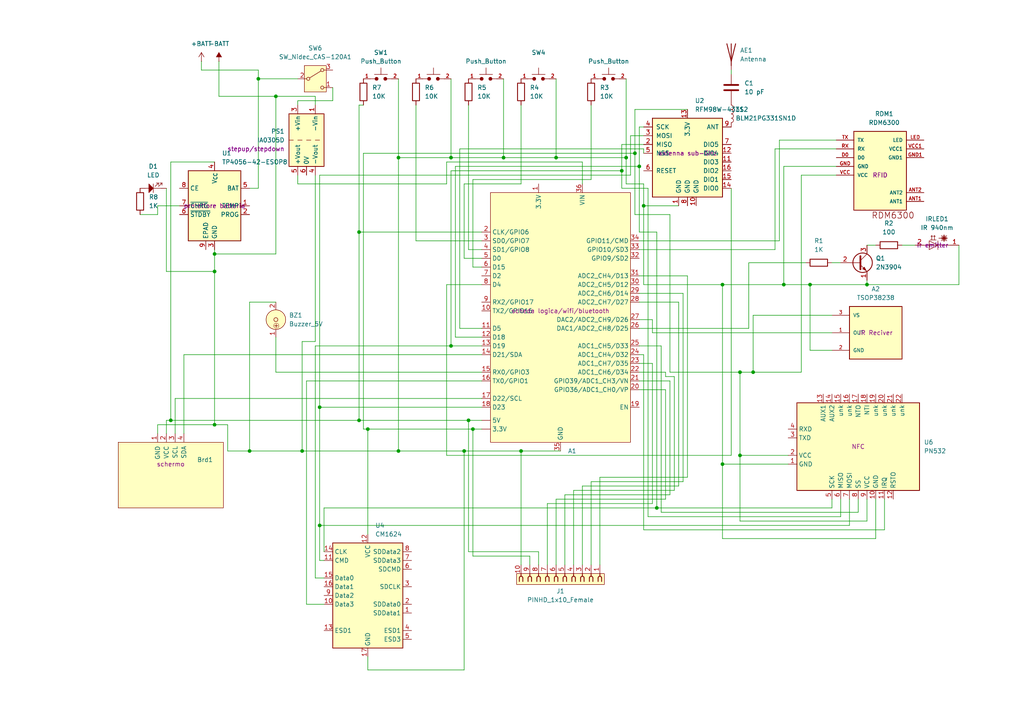
<source format=kicad_sch>
(kicad_sch
	(version 20250114)
	(generator "eeschema")
	(generator_version "9.0")
	(uuid "1ac9d5cb-4fb9-489b-a239-e9e55bf2c5f0")
	(paper "A4")
	(lib_symbols
		(symbol "Battery_Management:TP4056-42-ESOP8"
			(exclude_from_sim no)
			(in_bom yes)
			(on_board yes)
			(property "Reference" "U"
				(at -6.604 11.684 0)
				(effects
					(font
						(size 1.27 1.27)
					)
				)
			)
			(property "Value" "TP4056-42-ESOP8"
				(at 10.16 11.684 0)
				(effects
					(font
						(size 1.27 1.27)
					)
				)
			)
			(property "Footprint" "Package_SO:SOIC-8-1EP_3.9x4.9mm_P1.27mm_EP2.41x3.3mm_ThermalVias"
				(at 0.508 -22.86 0)
				(effects
					(font
						(size 1.27 1.27)
					)
					(hide yes)
				)
			)
			(property "Datasheet" "https://www.lcsc.com/datasheet/lcsc_datasheet_2410121619_TOPPOWER-Nanjing-Extension-Microelectronics-TP4056-42-ESOP8_C16581.pdf"
				(at 0 -25.4 0)
				(effects
					(font
						(size 1.27 1.27)
					)
					(hide yes)
				)
			)
			(property "Description" "1A Standalone Linear Li-ion/LiPo single-cell battery charger, 4.2V ±1% charge voltage, VCC = 4.0..8.0V, SOIC-8 (SOP-8)"
				(at 0.508 -20.32 0)
				(effects
					(font
						(size 1.27 1.27)
					)
					(hide yes)
				)
			)
			(property "ki_keywords" "lithium-ion lithium-polymer Li-Poly"
				(at 0 0 0)
				(effects
					(font
						(size 1.27 1.27)
					)
					(hide yes)
				)
			)
			(property "ki_fp_filters" "*SO*3.9x4.*P1.27mm*EP2.4*x3.3*mm*"
				(at 0 0 0)
				(effects
					(font
						(size 1.27 1.27)
					)
					(hide yes)
				)
			)
			(symbol "TP4056-42-ESOP8_1_0"
				(pin input line
					(at -10.16 5.08 0)
					(length 2.54)
					(name "CE"
						(effects
							(font
								(size 1.27 1.27)
							)
						)
					)
					(number "8"
						(effects
							(font
								(size 1.27 1.27)
							)
						)
					)
				)
				(pin open_collector line
					(at -10.16 0 0)
					(length 2.54)
					(name "~{CHRG}"
						(effects
							(font
								(size 1.27 1.27)
							)
						)
					)
					(number "7"
						(effects
							(font
								(size 1.27 1.27)
							)
						)
					)
				)
				(pin open_collector line
					(at -10.16 -2.54 0)
					(length 2.54)
					(name "~{STDBY}"
						(effects
							(font
								(size 1.27 1.27)
							)
						)
					)
					(number "6"
						(effects
							(font
								(size 1.27 1.27)
							)
						)
					)
				)
				(pin passive line
					(at -2.54 -12.7 90)
					(length 2.54)
					(name "EPAD"
						(effects
							(font
								(size 1.27 1.27)
							)
						)
					)
					(number "9"
						(effects
							(font
								(size 1.27 1.27)
							)
						)
					)
				)
				(pin power_in line
					(at 0 12.7 270)
					(length 2.54)
					(name "V_{CC}"
						(effects
							(font
								(size 1.27 1.27)
							)
						)
					)
					(number "4"
						(effects
							(font
								(size 1.27 1.27)
							)
						)
					)
				)
				(pin power_in line
					(at 0 -12.7 90)
					(length 2.54)
					(name "GND"
						(effects
							(font
								(size 1.27 1.27)
							)
						)
					)
					(number "3"
						(effects
							(font
								(size 1.27 1.27)
							)
						)
					)
				)
				(pin power_out line
					(at 10.16 5.08 180)
					(length 2.54)
					(name "BAT"
						(effects
							(font
								(size 1.27 1.27)
							)
						)
					)
					(number "5"
						(effects
							(font
								(size 1.27 1.27)
							)
						)
					)
				)
				(pin input line
					(at 10.16 0 180)
					(length 2.54)
					(name "TEMP"
						(effects
							(font
								(size 1.27 1.27)
							)
						)
					)
					(number "1"
						(effects
							(font
								(size 1.27 1.27)
							)
						)
					)
				)
				(pin passive line
					(at 10.16 -2.54 180)
					(length 2.54)
					(name "PROG"
						(effects
							(font
								(size 1.27 1.27)
							)
						)
					)
					(number "2"
						(effects
							(font
								(size 1.27 1.27)
							)
						)
					)
				)
			)
			(symbol "TP4056-42-ESOP8_1_1"
				(rectangle
					(start -7.62 10.16)
					(end 7.62 -10.16)
					(stroke
						(width 0.254)
						(type default)
					)
					(fill
						(type background)
					)
				)
			)
			(embedded_fonts no)
		)
		(symbol "Converter_DCDC:IA0305D"
			(exclude_from_sim no)
			(in_bom yes)
			(on_board yes)
			(property "Reference" "PS"
				(at -7.62 6.35 0)
				(effects
					(font
						(size 1.27 1.27)
					)
					(justify left)
				)
			)
			(property "Value" "IA0305D"
				(at 1.27 6.35 0)
				(effects
					(font
						(size 1.27 1.27)
					)
					(justify left)
				)
			)
			(property "Footprint" "Converter_DCDC:Converter_DCDC_XP_POWER-IAxxxxD_THT"
				(at -26.67 -6.35 0)
				(effects
					(font
						(size 1.27 1.27)
					)
					(justify left)
					(hide yes)
				)
			)
			(property "Datasheet" "https://www.xppower.com/pdfs/SF_IA.pdf"
				(at 26.67 -7.62 0)
				(effects
					(font
						(size 1.27 1.27)
					)
					(justify left)
					(hide yes)
				)
			)
			(property "Description" "XP Power 1W, 1000 VDC Isolated DC/DC Converter Module, Dual Output Voltage ±5V, ±100mA, 3.3V Input Voltage, DIP"
				(at 0 0 0)
				(effects
					(font
						(size 1.27 1.27)
					)
					(hide yes)
				)
			)
			(property "ki_keywords" "XP_POWER DC/DC isolated Converter module"
				(at 0 0 0)
				(effects
					(font
						(size 1.27 1.27)
					)
					(hide yes)
				)
			)
			(property "ki_fp_filters" "*XP?POWER?IAxxxxD*"
				(at 0 0 0)
				(effects
					(font
						(size 1.27 1.27)
					)
					(hide yes)
				)
			)
			(symbol "IA0305D_0_0"
				(pin power_in line
					(at -10.16 2.54 0)
					(length 2.54)
					(name "+Vin"
						(effects
							(font
								(size 1.27 1.27)
							)
						)
					)
					(number "3"
						(effects
							(font
								(size 1.27 1.27)
							)
						)
					)
				)
				(pin power_in line
					(at -10.16 -2.54 0)
					(length 2.54)
					(name "-Vin"
						(effects
							(font
								(size 1.27 1.27)
							)
						)
					)
					(number "1"
						(effects
							(font
								(size 1.27 1.27)
							)
						)
					)
				)
				(pin power_out line
					(at 10.16 2.54 180)
					(length 2.54)
					(name "+Vout"
						(effects
							(font
								(size 1.27 1.27)
							)
						)
					)
					(number "5"
						(effects
							(font
								(size 1.27 1.27)
							)
						)
					)
				)
				(pin power_out line
					(at 10.16 0 180)
					(length 2.54)
					(name "0V"
						(effects
							(font
								(size 1.27 1.27)
							)
						)
					)
					(number "6"
						(effects
							(font
								(size 1.27 1.27)
							)
						)
					)
				)
				(pin power_out line
					(at 10.16 -2.54 180)
					(length 2.54)
					(name "-Vout"
						(effects
							(font
								(size 1.27 1.27)
							)
						)
					)
					(number "4"
						(effects
							(font
								(size 1.27 1.27)
							)
						)
					)
				)
			)
			(symbol "IA0305D_0_1"
				(rectangle
					(start -7.62 5.08)
					(end 7.62 -5.08)
					(stroke
						(width 0.254)
						(type default)
					)
					(fill
						(type background)
					)
				)
				(polyline
					(pts
						(xy 0 5.08) (xy 0 3.81)
					)
					(stroke
						(width 0)
						(type default)
					)
					(fill
						(type none)
					)
				)
				(polyline
					(pts
						(xy 0 2.54) (xy 0 1.27)
					)
					(stroke
						(width 0)
						(type default)
					)
					(fill
						(type none)
					)
				)
				(polyline
					(pts
						(xy 0 0) (xy 0 -1.27)
					)
					(stroke
						(width 0)
						(type default)
					)
					(fill
						(type none)
					)
				)
				(polyline
					(pts
						(xy 0 -2.54) (xy 0 -3.81)
					)
					(stroke
						(width 0)
						(type default)
					)
					(fill
						(type none)
					)
				)
			)
			(symbol "IA0305D_1_1"
				(pin no_connect line
					(at 0 -5.08 90)
					(length 2.54)
					(hide yes)
					(name "NC"
						(effects
							(font
								(size 1.27 1.27)
							)
						)
					)
					(number "2"
						(effects
							(font
								(size 1.27 1.27)
							)
						)
					)
				)
			)
			(embedded_fonts no)
		)
		(symbol "Device:Antenna"
			(pin_numbers
				(hide yes)
			)
			(pin_names
				(offset 1.016)
				(hide yes)
			)
			(exclude_from_sim no)
			(in_bom yes)
			(on_board yes)
			(property "Reference" "AE"
				(at -1.905 1.905 0)
				(effects
					(font
						(size 1.27 1.27)
					)
					(justify right)
				)
			)
			(property "Value" "Antenna"
				(at -1.905 0 0)
				(effects
					(font
						(size 1.27 1.27)
					)
					(justify right)
				)
			)
			(property "Footprint" ""
				(at 0 0 0)
				(effects
					(font
						(size 1.27 1.27)
					)
					(hide yes)
				)
			)
			(property "Datasheet" "~"
				(at 0 0 0)
				(effects
					(font
						(size 1.27 1.27)
					)
					(hide yes)
				)
			)
			(property "Description" "Antenna"
				(at 0 0 0)
				(effects
					(font
						(size 1.27 1.27)
					)
					(hide yes)
				)
			)
			(property "ki_keywords" "antenna"
				(at 0 0 0)
				(effects
					(font
						(size 1.27 1.27)
					)
					(hide yes)
				)
			)
			(symbol "Antenna_0_1"
				(polyline
					(pts
						(xy 0 2.54) (xy 0 -3.81)
					)
					(stroke
						(width 0.254)
						(type default)
					)
					(fill
						(type none)
					)
				)
				(polyline
					(pts
						(xy 1.27 2.54) (xy 0 -2.54) (xy -1.27 2.54)
					)
					(stroke
						(width 0.254)
						(type default)
					)
					(fill
						(type none)
					)
				)
			)
			(symbol "Antenna_1_1"
				(pin input line
					(at 0 -5.08 90)
					(length 2.54)
					(name "A"
						(effects
							(font
								(size 1.27 1.27)
							)
						)
					)
					(number "1"
						(effects
							(font
								(size 1.27 1.27)
							)
						)
					)
				)
			)
			(embedded_fonts no)
		)
		(symbol "Device:C"
			(pin_numbers
				(hide yes)
			)
			(pin_names
				(offset 0.254)
			)
			(exclude_from_sim no)
			(in_bom yes)
			(on_board yes)
			(property "Reference" "C"
				(at 0.635 2.54 0)
				(effects
					(font
						(size 1.27 1.27)
					)
					(justify left)
				)
			)
			(property "Value" "C"
				(at 0.635 -2.54 0)
				(effects
					(font
						(size 1.27 1.27)
					)
					(justify left)
				)
			)
			(property "Footprint" ""
				(at 0.9652 -3.81 0)
				(effects
					(font
						(size 1.27 1.27)
					)
					(hide yes)
				)
			)
			(property "Datasheet" "~"
				(at 0 0 0)
				(effects
					(font
						(size 1.27 1.27)
					)
					(hide yes)
				)
			)
			(property "Description" "Unpolarized capacitor"
				(at 0 0 0)
				(effects
					(font
						(size 1.27 1.27)
					)
					(hide yes)
				)
			)
			(property "ki_keywords" "cap capacitor"
				(at 0 0 0)
				(effects
					(font
						(size 1.27 1.27)
					)
					(hide yes)
				)
			)
			(property "ki_fp_filters" "C_*"
				(at 0 0 0)
				(effects
					(font
						(size 1.27 1.27)
					)
					(hide yes)
				)
			)
			(symbol "C_0_1"
				(polyline
					(pts
						(xy -2.032 0.762) (xy 2.032 0.762)
					)
					(stroke
						(width 0.508)
						(type default)
					)
					(fill
						(type none)
					)
				)
				(polyline
					(pts
						(xy -2.032 -0.762) (xy 2.032 -0.762)
					)
					(stroke
						(width 0.508)
						(type default)
					)
					(fill
						(type none)
					)
				)
			)
			(symbol "C_1_1"
				(pin passive line
					(at 0 3.81 270)
					(length 2.794)
					(name "~"
						(effects
							(font
								(size 1.27 1.27)
							)
						)
					)
					(number "1"
						(effects
							(font
								(size 1.27 1.27)
							)
						)
					)
				)
				(pin passive line
					(at 0 -3.81 90)
					(length 2.794)
					(name "~"
						(effects
							(font
								(size 1.27 1.27)
							)
						)
					)
					(number "2"
						(effects
							(font
								(size 1.27 1.27)
							)
						)
					)
				)
			)
			(embedded_fonts no)
		)
		(symbol "Device:L"
			(pin_numbers
				(hide yes)
			)
			(pin_names
				(offset 1.016)
				(hide yes)
			)
			(exclude_from_sim no)
			(in_bom yes)
			(on_board yes)
			(property "Reference" "L"
				(at -1.27 0 90)
				(effects
					(font
						(size 1.27 1.27)
					)
				)
			)
			(property "Value" "L"
				(at 1.905 0 90)
				(effects
					(font
						(size 1.27 1.27)
					)
				)
			)
			(property "Footprint" ""
				(at 0 0 0)
				(effects
					(font
						(size 1.27 1.27)
					)
					(hide yes)
				)
			)
			(property "Datasheet" "~"
				(at 0 0 0)
				(effects
					(font
						(size 1.27 1.27)
					)
					(hide yes)
				)
			)
			(property "Description" "Inductor"
				(at 0 0 0)
				(effects
					(font
						(size 1.27 1.27)
					)
					(hide yes)
				)
			)
			(property "ki_keywords" "inductor choke coil reactor magnetic"
				(at 0 0 0)
				(effects
					(font
						(size 1.27 1.27)
					)
					(hide yes)
				)
			)
			(property "ki_fp_filters" "Choke_* *Coil* Inductor_* L_*"
				(at 0 0 0)
				(effects
					(font
						(size 1.27 1.27)
					)
					(hide yes)
				)
			)
			(symbol "L_0_1"
				(arc
					(start 0 2.54)
					(mid 0.6323 1.905)
					(end 0 1.27)
					(stroke
						(width 0)
						(type default)
					)
					(fill
						(type none)
					)
				)
				(arc
					(start 0 1.27)
					(mid 0.6323 0.635)
					(end 0 0)
					(stroke
						(width 0)
						(type default)
					)
					(fill
						(type none)
					)
				)
				(arc
					(start 0 0)
					(mid 0.6323 -0.635)
					(end 0 -1.27)
					(stroke
						(width 0)
						(type default)
					)
					(fill
						(type none)
					)
				)
				(arc
					(start 0 -1.27)
					(mid 0.6323 -1.905)
					(end 0 -2.54)
					(stroke
						(width 0)
						(type default)
					)
					(fill
						(type none)
					)
				)
			)
			(symbol "L_1_1"
				(pin passive line
					(at 0 3.81 270)
					(length 1.27)
					(name "1"
						(effects
							(font
								(size 1.27 1.27)
							)
						)
					)
					(number "1"
						(effects
							(font
								(size 1.27 1.27)
							)
						)
					)
				)
				(pin passive line
					(at 0 -3.81 90)
					(length 1.27)
					(name "2"
						(effects
							(font
								(size 1.27 1.27)
							)
						)
					)
					(number "2"
						(effects
							(font
								(size 1.27 1.27)
							)
						)
					)
				)
			)
			(embedded_fonts no)
		)
		(symbol "Device:R"
			(pin_numbers
				(hide yes)
			)
			(pin_names
				(offset 0)
			)
			(exclude_from_sim no)
			(in_bom yes)
			(on_board yes)
			(property "Reference" "R"
				(at 2.032 0 90)
				(effects
					(font
						(size 1.27 1.27)
					)
				)
			)
			(property "Value" "R"
				(at 0 0 90)
				(effects
					(font
						(size 1.27 1.27)
					)
				)
			)
			(property "Footprint" ""
				(at -1.778 0 90)
				(effects
					(font
						(size 1.27 1.27)
					)
					(hide yes)
				)
			)
			(property "Datasheet" "~"
				(at 0 0 0)
				(effects
					(font
						(size 1.27 1.27)
					)
					(hide yes)
				)
			)
			(property "Description" "Resistor"
				(at 0 0 0)
				(effects
					(font
						(size 1.27 1.27)
					)
					(hide yes)
				)
			)
			(property "ki_keywords" "R res resistor"
				(at 0 0 0)
				(effects
					(font
						(size 1.27 1.27)
					)
					(hide yes)
				)
			)
			(property "ki_fp_filters" "R_*"
				(at 0 0 0)
				(effects
					(font
						(size 1.27 1.27)
					)
					(hide yes)
				)
			)
			(symbol "R_0_1"
				(rectangle
					(start -1.016 -2.54)
					(end 1.016 2.54)
					(stroke
						(width 0.254)
						(type default)
					)
					(fill
						(type none)
					)
				)
			)
			(symbol "R_1_1"
				(pin passive line
					(at 0 3.81 270)
					(length 1.27)
					(name "~"
						(effects
							(font
								(size 1.27 1.27)
							)
						)
					)
					(number "1"
						(effects
							(font
								(size 1.27 1.27)
							)
						)
					)
				)
				(pin passive line
					(at 0 -3.81 90)
					(length 1.27)
					(name "~"
						(effects
							(font
								(size 1.27 1.27)
							)
						)
					)
					(number "2"
						(effects
							(font
								(size 1.27 1.27)
							)
						)
					)
				)
			)
			(embedded_fonts no)
		)
		(symbol "Diode_Laser:SPL_PL90"
			(pin_names
				(offset 1.016)
				(hide yes)
			)
			(exclude_from_sim no)
			(in_bom yes)
			(on_board yes)
			(property "Reference" "LD"
				(at -1.27 4.445 0)
				(effects
					(font
						(size 1.27 1.27)
					)
				)
			)
			(property "Value" "SPL_PL90"
				(at -1.27 -2.54 0)
				(effects
					(font
						(size 1.27 1.27)
					)
				)
			)
			(property "Footprint" "LED_THT:LED_D5.0mm"
				(at -1.524 -4.572 0)
				(effects
					(font
						(size 1.27 1.27)
					)
					(hide yes)
				)
			)
			(property "Datasheet" "https://look.ams-osram.com/m/2e6f6e5edf55ddfe/original/SPL-PL90.pdf"
				(at 0.762 -5.08 0)
				(effects
					(font
						(size 1.27 1.27)
					)
					(hide yes)
				)
			)
			(property "Description" "Pulsed Laser Diode in Plastic Package 25W Peak Power"
				(at 0 0 0)
				(effects
					(font
						(size 1.27 1.27)
					)
					(hide yes)
				)
			)
			(property "ki_keywords" "opto laserdiode"
				(at 0 0 0)
				(effects
					(font
						(size 1.27 1.27)
					)
					(hide yes)
				)
			)
			(property "ki_fp_filters" "LED*5.0mm*"
				(at 0 0 0)
				(effects
					(font
						(size 1.27 1.27)
					)
					(hide yes)
				)
			)
			(symbol "SPL_PL90_0_1"
				(polyline
					(pts
						(xy -4.064 2.794) (xy -2.54 1.27)
					)
					(stroke
						(width 0)
						(type default)
					)
					(fill
						(type none)
					)
				)
				(polyline
					(pts
						(xy -4.064 2.286) (xy -2.54 1.778)
					)
					(stroke
						(width 0)
						(type default)
					)
					(fill
						(type none)
					)
				)
				(polyline
					(pts
						(xy -4.064 1.778) (xy -2.54 2.286)
					)
					(stroke
						(width 0)
						(type default)
					)
					(fill
						(type none)
					)
				)
				(polyline
					(pts
						(xy -4.064 1.27) (xy -2.54 2.794)
					)
					(stroke
						(width 0)
						(type default)
					)
					(fill
						(type none)
					)
				)
				(polyline
					(pts
						(xy -3.556 2.794) (xy -3.048 1.27)
					)
					(stroke
						(width 0)
						(type default)
					)
					(fill
						(type none)
					)
				)
				(polyline
					(pts
						(xy -3.302 2.032) (xy -3.302 3.048)
					)
					(stroke
						(width 0)
						(type default)
					)
					(fill
						(type none)
					)
				)
				(polyline
					(pts
						(xy -3.302 2.032) (xy -3.302 1.016)
					)
					(stroke
						(width 0)
						(type default)
					)
					(fill
						(type none)
					)
				)
				(polyline
					(pts
						(xy -3.048 2.794) (xy -3.556 1.27)
					)
					(stroke
						(width 0)
						(type default)
					)
					(fill
						(type none)
					)
				)
				(polyline
					(pts
						(xy -1.778 2.032) (xy -4.318 2.032)
					)
					(stroke
						(width 0)
						(type default)
					)
					(fill
						(type none)
					)
				)
				(polyline
					(pts
						(xy -1.524 1.27) (xy -1.524 -1.27)
					)
					(stroke
						(width 0.1524)
						(type default)
					)
					(fill
						(type none)
					)
				)
				(polyline
					(pts
						(xy -1.016 1.524) (xy 0.762 1.524)
					)
					(stroke
						(width 0)
						(type default)
					)
					(fill
						(type none)
					)
				)
				(polyline
					(pts
						(xy -0.508 1.524) (xy -0.508 2.794) (xy -0.254 2.54) (xy -0.508 2.794) (xy -0.762 2.54)
					)
					(stroke
						(width 0)
						(type default)
					)
					(fill
						(type none)
					)
				)
				(polyline
					(pts
						(xy 0.254 1.524) (xy 0.254 2.794) (xy 0.508 2.54) (xy 0.254 2.794) (xy 0 2.54)
					)
					(stroke
						(width 0)
						(type default)
					)
					(fill
						(type none)
					)
				)
				(polyline
					(pts
						(xy 2.54 0) (xy -5.08 0)
					)
					(stroke
						(width 0)
						(type default)
					)
					(fill
						(type none)
					)
				)
			)
			(symbol "SPL_PL90_1_1"
				(polyline
					(pts
						(xy 1.016 -1.27) (xy 1.016 1.27) (xy -1.524 0) (xy 1.016 -1.27)
					)
					(stroke
						(width 0)
						(type default)
					)
					(fill
						(type none)
					)
				)
				(pin passive line
					(at -7.62 0 0)
					(length 2.54)
					(name "C"
						(effects
							(font
								(size 1.27 1.27)
							)
						)
					)
					(number "1"
						(effects
							(font
								(size 1.27 1.27)
							)
						)
					)
				)
				(pin passive line
					(at 5.08 0 180)
					(length 2.54)
					(name "A"
						(effects
							(font
								(size 1.27 1.27)
							)
						)
					)
					(number "2"
						(effects
							(font
								(size 1.27 1.27)
							)
						)
					)
				)
			)
			(embedded_fonts no)
		)
		(symbol "PCM_SL_Development_Board:ESP32_DevKit_V1_DOIT_36GPIOs"
			(exclude_from_sim no)
			(in_bom yes)
			(on_board yes)
			(property "Reference" "A1"
				(at 2.1433 -40.64 0)
				(effects
					(font
						(size 1.27 1.27)
					)
					(justify left)
				)
			)
			(property "Value" "ESP32_DevKit_V1_DOIT_36GPIOs"
				(at 2.1433 -43.18 0)
				(effects
					(font
						(size 1.27 1.27)
					)
					(justify left)
				)
			)
			(property "Footprint" "PCM_SL_Development_Boards:DOIT_ESP32_DEVKIT_36Pins"
				(at 1.27 -30.48 0)
				(effects
					(font
						(size 1.27 1.27)
					)
					(hide yes)
				)
			)
			(property "Datasheet" ""
				(at -13.97 36.83 0)
				(effects
					(font
						(size 1.27 1.27)
					)
					(hide yes)
				)
			)
			(property "Description" "Microcontroller module with ESP32 MCU, WiFi and Bluetooth"
				(at 0 0 0)
				(effects
					(font
						(size 1.27 1.27)
					)
					(hide yes)
				)
			)
			(property "funzione" "scheda logica/wifi/bluetooth"
				(at 0 0 0)
				(effects
					(font
						(size 1.27 1.27)
					)
				)
			)
			(property "ki_keywords" "ESP32"
				(at 0 0 0)
				(effects
					(font
						(size 1.27 1.27)
					)
					(hide yes)
				)
			)
			(symbol "ESP32_DevKit_V1_DOIT_36GPIOs_0_1"
				(rectangle
					(start -20.32 34.29)
					(end 20.32 -38.1)
					(stroke
						(width 0)
						(type default)
					)
					(fill
						(type background)
					)
				)
			)
			(symbol "ESP32_DevKit_V1_DOIT_36GPIOs_1_1"
				(pin bidirectional line
					(at -22.86 22.86 0)
					(length 2.54)
					(name "CLK/GPIO6"
						(effects
							(font
								(size 1.27 1.27)
							)
						)
					)
					(number "2"
						(effects
							(font
								(size 1.27 1.27)
							)
						)
					)
				)
				(pin bidirectional line
					(at -22.86 20.32 0)
					(length 2.54)
					(name "SD0/GPIO7"
						(effects
							(font
								(size 1.27 1.27)
							)
						)
					)
					(number "3"
						(effects
							(font
								(size 1.27 1.27)
							)
						)
					)
				)
				(pin bidirectional line
					(at -22.86 17.78 0)
					(length 2.54)
					(name "SD1/GPIO8"
						(effects
							(font
								(size 1.27 1.27)
							)
						)
					)
					(number "4"
						(effects
							(font
								(size 1.27 1.27)
							)
						)
					)
				)
				(pin bidirectional line
					(at -22.86 15.24 0)
					(length 2.54)
					(name "D0"
						(effects
							(font
								(size 1.27 1.27)
							)
						)
					)
					(number "5"
						(effects
							(font
								(size 1.27 1.27)
							)
						)
					)
				)
				(pin bidirectional line
					(at -22.86 12.7 0)
					(length 2.54)
					(name "D15"
						(effects
							(font
								(size 1.27 1.27)
							)
						)
					)
					(number "6"
						(effects
							(font
								(size 1.27 1.27)
							)
						)
					)
				)
				(pin bidirectional line
					(at -22.86 10.16 0)
					(length 2.54)
					(name "D2"
						(effects
							(font
								(size 1.27 1.27)
							)
						)
					)
					(number "7"
						(effects
							(font
								(size 1.27 1.27)
							)
						)
					)
				)
				(pin bidirectional line
					(at -22.86 7.62 0)
					(length 2.54)
					(name "D4"
						(effects
							(font
								(size 1.27 1.27)
							)
						)
					)
					(number "8"
						(effects
							(font
								(size 1.27 1.27)
							)
						)
					)
				)
				(pin bidirectional line
					(at -22.86 2.54 0)
					(length 2.54)
					(name "RX2/GPIO17"
						(effects
							(font
								(size 1.27 1.27)
							)
						)
					)
					(number "9"
						(effects
							(font
								(size 1.27 1.27)
							)
						)
					)
				)
				(pin bidirectional line
					(at -22.86 0 0)
					(length 2.54)
					(name "TX2/GPIO16"
						(effects
							(font
								(size 1.27 1.27)
							)
						)
					)
					(number "10"
						(effects
							(font
								(size 1.27 1.27)
							)
						)
					)
				)
				(pin bidirectional line
					(at -22.86 -5.08 0)
					(length 2.54)
					(name "D5"
						(effects
							(font
								(size 1.27 1.27)
							)
						)
					)
					(number "11"
						(effects
							(font
								(size 1.27 1.27)
							)
						)
					)
				)
				(pin bidirectional line
					(at -22.86 -7.62 0)
					(length 2.54)
					(name "D18"
						(effects
							(font
								(size 1.27 1.27)
							)
						)
					)
					(number "12"
						(effects
							(font
								(size 1.27 1.27)
							)
						)
					)
				)
				(pin bidirectional line
					(at -22.86 -10.16 0)
					(length 2.54)
					(name "D19"
						(effects
							(font
								(size 1.27 1.27)
							)
						)
					)
					(number "13"
						(effects
							(font
								(size 1.27 1.27)
							)
						)
					)
				)
				(pin bidirectional line
					(at -22.86 -12.7 0)
					(length 2.54)
					(name "D21/SDA"
						(effects
							(font
								(size 1.27 1.27)
							)
						)
					)
					(number "14"
						(effects
							(font
								(size 1.27 1.27)
							)
						)
					)
				)
				(pin bidirectional line
					(at -22.86 -17.78 0)
					(length 2.54)
					(name "RX0/GPIO3"
						(effects
							(font
								(size 1.27 1.27)
							)
						)
					)
					(number "15"
						(effects
							(font
								(size 1.27 1.27)
							)
						)
					)
				)
				(pin bidirectional line
					(at -22.86 -20.32 0)
					(length 2.54)
					(name "TX0/GPIO1"
						(effects
							(font
								(size 1.27 1.27)
							)
						)
					)
					(number "16"
						(effects
							(font
								(size 1.27 1.27)
							)
						)
					)
				)
				(pin bidirectional line
					(at -22.86 -25.4 0)
					(length 2.54)
					(name "D22/SCL"
						(effects
							(font
								(size 1.27 1.27)
							)
						)
					)
					(number "17"
						(effects
							(font
								(size 1.27 1.27)
							)
						)
					)
				)
				(pin bidirectional line
					(at -22.86 -27.94 0)
					(length 2.54)
					(name "D23"
						(effects
							(font
								(size 1.27 1.27)
							)
						)
					)
					(number "18"
						(effects
							(font
								(size 1.27 1.27)
							)
						)
					)
				)
				(pin output line
					(at -22.86 -31.75 0)
					(length 2.54)
					(name "5V"
						(effects
							(font
								(size 1.27 1.27)
							)
						)
					)
					(number ""
						(effects
							(font
								(size 1.27 1.27)
							)
						)
					)
				)
				(pin output line
					(at -22.86 -34.29 0)
					(length 2.54)
					(name "3.3V"
						(effects
							(font
								(size 1.27 1.27)
							)
						)
					)
					(number ""
						(effects
							(font
								(size 1.27 1.27)
							)
						)
					)
				)
				(pin power_in line
					(at -6.35 36.83 270)
					(length 2.54)
					(name "3.3V"
						(effects
							(font
								(size 1.27 1.27)
							)
						)
					)
					(number "1"
						(effects
							(font
								(size 1.27 1.27)
							)
						)
					)
				)
				(pin power_out line
					(at 0 -40.64 90)
					(length 2.54)
					(name "GND"
						(effects
							(font
								(size 1.27 1.27)
							)
						)
					)
					(number "35"
						(effects
							(font
								(size 1.27 1.27)
							)
						)
					)
				)
				(pin power_in line
					(at 6.35 36.83 270)
					(length 2.54)
					(name "VIN"
						(effects
							(font
								(size 1.27 1.27)
							)
						)
					)
					(number "36"
						(effects
							(font
								(size 1.27 1.27)
							)
						)
					)
				)
				(pin bidirectional line
					(at 22.86 20.32 180)
					(length 2.54)
					(name "GPIO11/CMD"
						(effects
							(font
								(size 1.27 1.27)
							)
						)
					)
					(number "34"
						(effects
							(font
								(size 1.27 1.27)
							)
						)
					)
				)
				(pin bidirectional line
					(at 22.86 17.78 180)
					(length 2.54)
					(name "GPIO10/SD3"
						(effects
							(font
								(size 1.27 1.27)
							)
						)
					)
					(number "33"
						(effects
							(font
								(size 1.27 1.27)
							)
						)
					)
				)
				(pin bidirectional line
					(at 22.86 15.24 180)
					(length 2.54)
					(name "GPIO9/SD2"
						(effects
							(font
								(size 1.27 1.27)
							)
						)
					)
					(number "32"
						(effects
							(font
								(size 1.27 1.27)
							)
						)
					)
				)
				(pin bidirectional line
					(at 22.86 10.16 180)
					(length 2.54)
					(name "ADC2_CH4/D13"
						(effects
							(font
								(size 1.27 1.27)
							)
						)
					)
					(number "31"
						(effects
							(font
								(size 1.27 1.27)
							)
						)
					)
				)
				(pin bidirectional line
					(at 22.86 7.62 180)
					(length 2.54)
					(name "ADC2_CH5/D12"
						(effects
							(font
								(size 1.27 1.27)
							)
						)
					)
					(number "30"
						(effects
							(font
								(size 1.27 1.27)
							)
						)
					)
				)
				(pin bidirectional line
					(at 22.86 5.08 180)
					(length 2.54)
					(name "ADC2_CH6/D14"
						(effects
							(font
								(size 1.27 1.27)
							)
						)
					)
					(number "29"
						(effects
							(font
								(size 1.27 1.27)
							)
						)
					)
				)
				(pin bidirectional line
					(at 22.86 2.54 180)
					(length 2.54)
					(name "ADC2_CH7/D27"
						(effects
							(font
								(size 1.27 1.27)
							)
						)
					)
					(number "28"
						(effects
							(font
								(size 1.27 1.27)
							)
						)
					)
				)
				(pin bidirectional line
					(at 22.86 -2.54 180)
					(length 2.54)
					(name "DAC2/ADC2_CH9/D26"
						(effects
							(font
								(size 1.27 1.27)
							)
						)
					)
					(number "27"
						(effects
							(font
								(size 1.27 1.27)
							)
						)
					)
				)
				(pin bidirectional line
					(at 22.86 -5.08 180)
					(length 2.54)
					(name "DAC1/ADC2_CH8/D25"
						(effects
							(font
								(size 1.27 1.27)
							)
						)
					)
					(number "26"
						(effects
							(font
								(size 1.27 1.27)
							)
						)
					)
				)
				(pin bidirectional line
					(at 22.86 -10.16 180)
					(length 2.54)
					(name "ADC1_CH5/D33"
						(effects
							(font
								(size 1.27 1.27)
							)
						)
					)
					(number "25"
						(effects
							(font
								(size 1.27 1.27)
							)
						)
					)
				)
				(pin bidirectional line
					(at 22.86 -12.7 180)
					(length 2.54)
					(name "ADC1_CH4/D32"
						(effects
							(font
								(size 1.27 1.27)
							)
						)
					)
					(number "24"
						(effects
							(font
								(size 1.27 1.27)
							)
						)
					)
				)
				(pin bidirectional line
					(at 22.86 -15.24 180)
					(length 2.54)
					(name "ADC1_CH7/D35"
						(effects
							(font
								(size 1.27 1.27)
							)
						)
					)
					(number "23"
						(effects
							(font
								(size 1.27 1.27)
							)
						)
					)
				)
				(pin bidirectional line
					(at 22.86 -17.78 180)
					(length 2.54)
					(name "ADC1_CH6/D34"
						(effects
							(font
								(size 1.27 1.27)
							)
						)
					)
					(number "22"
						(effects
							(font
								(size 1.27 1.27)
							)
						)
					)
				)
				(pin bidirectional line
					(at 22.86 -20.32 180)
					(length 2.54)
					(name "GPIO39/ADC1_CH3/VN"
						(effects
							(font
								(size 1.27 1.27)
							)
						)
					)
					(number "21"
						(effects
							(font
								(size 1.27 1.27)
							)
						)
					)
				)
				(pin bidirectional line
					(at 22.86 -22.86 180)
					(length 2.54)
					(name "GPIO36/ADC1_CH0/VP"
						(effects
							(font
								(size 1.27 1.27)
							)
						)
					)
					(number "20"
						(effects
							(font
								(size 1.27 1.27)
							)
						)
					)
				)
				(pin bidirectional line
					(at 22.86 -27.94 180)
					(length 2.54)
					(name "EN"
						(effects
							(font
								(size 1.27 1.27)
							)
						)
					)
					(number "19"
						(effects
							(font
								(size 1.27 1.27)
							)
						)
					)
				)
			)
			(embedded_fonts no)
		)
		(symbol "PCM_SL_Devices:Buzzer_5V"
			(exclude_from_sim no)
			(in_bom yes)
			(on_board yes)
			(property "Reference" "BZ"
				(at 0 7.62 0)
				(effects
					(font
						(size 1.27 1.27)
					)
				)
			)
			(property "Value" "Buzzer_5V"
				(at 0 5.08 0)
				(effects
					(font
						(size 1.27 1.27)
					)
				)
			)
			(property "Footprint" "Buzzer_Beeper:MagneticBuzzer_ProSignal_ABT-410-RC"
				(at 0 10.16 0)
				(effects
					(font
						(size 1.27 1.27)
					)
					(hide yes)
				)
			)
			(property "Datasheet" ""
				(at 0 7.62 0)
				(effects
					(font
						(size 1.27 1.27)
					)
					(hide yes)
				)
			)
			(property "Description" "Buzzer 5V"
				(at 0 0 0)
				(effects
					(font
						(size 1.27 1.27)
					)
					(hide yes)
				)
			)
			(property "ki_keywords" "Buzzer Beeper"
				(at 0 0 0)
				(effects
					(font
						(size 1.27 1.27)
					)
					(hide yes)
				)
			)
			(symbol "Buzzer_5V_0_0"
				(circle
					(center -1.778 -0.127)
					(radius 0.7405)
					(stroke
						(width 0.07)
						(type default)
					)
					(fill
						(type none)
					)
				)
				(text "+"
					(at -1.778 0 0)
					(effects
						(font
							(size 1.27 1.27)
						)
					)
				)
			)
			(symbol "Buzzer_5V_0_1"
				(circle
					(center 0 0)
					(radius 0.568)
					(stroke
						(width 0)
						(type default)
					)
					(fill
						(type none)
					)
				)
				(circle
					(center 0 0)
					(radius 2.8398)
					(stroke
						(width 0)
						(type default)
					)
					(fill
						(type background)
					)
				)
			)
			(symbol "Buzzer_5V_1_1"
				(pin passive line
					(at -5.08 0 0)
					(length 2.2)
					(name ""
						(effects
							(font
								(size 1.27 1.27)
							)
						)
					)
					(number "1"
						(effects
							(font
								(size 1.27 1.27)
							)
						)
					)
				)
				(pin passive line
					(at 5.08 0 180)
					(length 2.2)
					(name ""
						(effects
							(font
								(size 1.27 1.27)
							)
						)
					)
					(number "2"
						(effects
							(font
								(size 1.27 1.27)
							)
						)
					)
				)
			)
			(embedded_fonts no)
		)
		(symbol "PCM_SL_Devices:LED"
			(exclude_from_sim no)
			(in_bom yes)
			(on_board yes)
			(property "Reference" "D"
				(at -0.508 5.334 0)
				(effects
					(font
						(size 1.27 1.27)
					)
				)
			)
			(property "Value" "LED"
				(at -0.508 2.794 0)
				(effects
					(font
						(size 1.27 1.27)
					)
				)
			)
			(property "Footprint" "LED_THT:LED_D5.0mm"
				(at -1.016 -2.794 0)
				(effects
					(font
						(size 1.27 1.27)
					)
					(hide yes)
				)
			)
			(property "Datasheet" ""
				(at -1.27 0 0)
				(effects
					(font
						(size 1.27 1.27)
					)
					(hide yes)
				)
			)
			(property "Description" "Common 5mm diameter LED"
				(at 0 0 0)
				(effects
					(font
						(size 1.27 1.27)
					)
					(hide yes)
				)
			)
			(property "ki_keywords" "LED 5mm"
				(at 0 0 0)
				(effects
					(font
						(size 1.27 1.27)
					)
					(hide yes)
				)
			)
			(property "ki_fp_filters" "LED_D5.0mm_Clear LED_D5.0mm_Horizontal_O1.27mm_Z3.0mm LED_D5.0mm_Horizontal_O3.81mm_Z3.0mm LED_D5.0mm_Horizontal_O6.35mm_Z3.0mm"
				(at 0 0 0)
				(effects
					(font
						(size 1.27 1.27)
					)
					(hide yes)
				)
			)
			(symbol "LED_0_1"
				(polyline
					(pts
						(xy -1.27 0) (xy -2.54 0)
					)
					(stroke
						(width 0)
						(type default)
					)
					(fill
						(type none)
					)
				)
				(polyline
					(pts
						(xy 0 1.27) (xy 0 -1.27)
					)
					(stroke
						(width 0)
						(type default)
					)
					(fill
						(type none)
					)
				)
				(polyline
					(pts
						(xy 0 0) (xy -1.27 -1.27) (xy -1.27 1.27) (xy 0 0) (xy 1.27 0)
					)
					(stroke
						(width 0)
						(type default)
					)
					(fill
						(type outline)
					)
				)
				(polyline
					(pts
						(xy 0.508 0.508) (xy 1.524 1.524)
					)
					(stroke
						(width 0)
						(type default)
					)
					(fill
						(type none)
					)
				)
				(polyline
					(pts
						(xy 1.27 0) (xy 2.54 0)
					)
					(stroke
						(width 0)
						(type default)
					)
					(fill
						(type none)
					)
				)
				(polyline
					(pts
						(xy 1.524 1.524) (xy 0.889 1.524)
					)
					(stroke
						(width 0)
						(type default)
					)
					(fill
						(type none)
					)
				)
				(polyline
					(pts
						(xy 1.524 1.524) (xy 1.524 0.889)
					)
					(stroke
						(width 0)
						(type default)
					)
					(fill
						(type none)
					)
				)
				(polyline
					(pts
						(xy 1.524 0.508) (xy 2.54 1.524)
					)
					(stroke
						(width 0)
						(type default)
					)
					(fill
						(type none)
					)
				)
				(polyline
					(pts
						(xy 2.54 1.524) (xy 1.905 1.524)
					)
					(stroke
						(width 0)
						(type default)
					)
					(fill
						(type none)
					)
				)
				(polyline
					(pts
						(xy 2.54 1.524) (xy 2.54 0.889)
					)
					(stroke
						(width 0)
						(type default)
					)
					(fill
						(type none)
					)
				)
			)
			(symbol "LED_1_1"
				(pin passive line
					(at -3.81 0 0)
					(length 1.5)
					(name ""
						(effects
							(font
								(size 1.27 1.27)
							)
						)
					)
					(number "2"
						(effects
							(font
								(size 0 0)
							)
						)
					)
				)
				(pin passive line
					(at 3.81 0 180)
					(length 1.5)
					(name "~"
						(effects
							(font
								(size 1.27 1.27)
							)
						)
					)
					(number "1"
						(effects
							(font
								(size 0 0)
							)
						)
					)
				)
			)
			(embedded_fonts no)
		)
		(symbol "PCM_SL_Devices:Push_Button"
			(exclude_from_sim no)
			(in_bom yes)
			(on_board yes)
			(property "Reference" "SW"
				(at 0 6.35 0)
				(effects
					(font
						(size 1.27 1.27)
					)
				)
			)
			(property "Value" "Push_Button"
				(at 0 4.445 0)
				(effects
					(font
						(size 1.27 1.27)
					)
				)
			)
			(property "Footprint" "Button_Switch_THT:SW_PUSH_6mm"
				(at -0.127 -3.175 0)
				(effects
					(font
						(size 1.27 1.27)
					)
					(hide yes)
				)
			)
			(property "Datasheet" ""
				(at 0 0 0)
				(effects
					(font
						(size 1.27 1.27)
					)
					(hide yes)
				)
			)
			(property "Description" "Common 6mmx6mm Push Button"
				(at 0 0 0)
				(effects
					(font
						(size 1.27 1.27)
					)
					(hide yes)
				)
			)
			(property "ki_keywords" "Switch"
				(at 0 0 0)
				(effects
					(font
						(size 1.27 1.27)
					)
					(hide yes)
				)
			)
			(symbol "Push_Button_0_1"
				(polyline
					(pts
						(xy -3.175 0) (xy -1.778 0)
					)
					(stroke
						(width 0)
						(type default)
					)
					(fill
						(type none)
					)
				)
				(polyline
					(pts
						(xy -1.905 1.27) (xy 1.905 1.27)
					)
					(stroke
						(width 0)
						(type default)
					)
					(fill
						(type none)
					)
				)
				(circle
					(center -1.27 0)
					(radius 0.4579)
					(stroke
						(width 0)
						(type default)
					)
					(fill
						(type outline)
					)
				)
				(polyline
					(pts
						(xy 0 1.27) (xy 0 3.175)
					)
					(stroke
						(width 0)
						(type default)
					)
					(fill
						(type none)
					)
				)
				(circle
					(center 1.27 0)
					(radius 0.4579)
					(stroke
						(width 0)
						(type default)
					)
					(fill
						(type outline)
					)
				)
				(polyline
					(pts
						(xy 1.778 0) (xy 3.175 0)
					)
					(stroke
						(width 0)
						(type default)
					)
					(fill
						(type none)
					)
				)
			)
			(symbol "Push_Button_1_1"
				(pin passive line
					(at -5.08 0 0)
					(length 2)
					(name ""
						(effects
							(font
								(size 1.27 1.27)
							)
						)
					)
					(number "1"
						(effects
							(font
								(size 1 1)
							)
						)
					)
				)
				(pin passive line
					(at 5.08 0 180)
					(length 2)
					(name ""
						(effects
							(font
								(size 1.27 1.27)
							)
						)
					)
					(number "2"
						(effects
							(font
								(size 1 1)
							)
						)
					)
				)
			)
			(embedded_fonts no)
		)
		(symbol "PCM_SL_Pin_Headers:PINHD_1x10_Female"
			(exclude_from_sim no)
			(in_bom yes)
			(on_board yes)
			(property "Reference" "J"
				(at 0 17.78 0)
				(effects
					(font
						(size 1.27 1.27)
					)
				)
			)
			(property "Value" "PINHD_1x10_Female"
				(at 0 15.24 0)
				(effects
					(font
						(size 1.27 1.27)
					)
				)
			)
			(property "Footprint" "Connector_PinSocket_2.54mm:PinSocket_1x10_P2.54mm_Vertical"
				(at 2.54 20.32 0)
				(effects
					(font
						(size 1.27 1.27)
					)
					(hide yes)
				)
			)
			(property "Datasheet" ""
				(at 0 17.78 0)
				(effects
					(font
						(size 1.27 1.27)
					)
					(hide yes)
				)
			)
			(property "Description" "Pin Header female with pin space 2.54mm. Pin Count - 10"
				(at 0 0 0)
				(effects
					(font
						(size 1.27 1.27)
					)
					(hide yes)
				)
			)
			(property "ki_keywords" "Pin Header"
				(at 0 0 0)
				(effects
					(font
						(size 1.27 1.27)
					)
					(hide yes)
				)
			)
			(property "ki_fp_filters" "PinSocket_1x10_P2.54mm*"
				(at 0 0 0)
				(effects
					(font
						(size 1.27 1.27)
					)
					(hide yes)
				)
			)
			(symbol "PINHD_1x10_Female_0_1"
				(rectangle
					(start -1.27 12.7)
					(end 1.905 -12.7)
					(stroke
						(width 0)
						(type default)
					)
					(fill
						(type background)
					)
				)
				(polyline
					(pts
						(xy -1.27 11.43) (xy -0.508 11.43)
					)
					(stroke
						(width 0.25)
						(type default)
					)
					(fill
						(type none)
					)
				)
				(polyline
					(pts
						(xy -1.27 8.89) (xy -0.508 8.89)
					)
					(stroke
						(width 0.25)
						(type default)
					)
					(fill
						(type none)
					)
				)
				(polyline
					(pts
						(xy -1.27 6.35) (xy -0.508 6.35)
					)
					(stroke
						(width 0.25)
						(type default)
					)
					(fill
						(type none)
					)
				)
				(polyline
					(pts
						(xy -1.27 3.81) (xy -0.508 3.81)
					)
					(stroke
						(width 0.25)
						(type default)
					)
					(fill
						(type none)
					)
				)
				(polyline
					(pts
						(xy -1.27 1.27) (xy -0.508 1.27)
					)
					(stroke
						(width 0.25)
						(type default)
					)
					(fill
						(type none)
					)
				)
				(polyline
					(pts
						(xy -1.27 -1.27) (xy -0.508 -1.27)
					)
					(stroke
						(width 0.25)
						(type default)
					)
					(fill
						(type none)
					)
				)
				(polyline
					(pts
						(xy -1.27 -3.81) (xy -0.508 -3.81)
					)
					(stroke
						(width 0.25)
						(type default)
					)
					(fill
						(type none)
					)
				)
				(polyline
					(pts
						(xy -1.27 -6.35) (xy -0.508 -6.35)
					)
					(stroke
						(width 0.25)
						(type default)
					)
					(fill
						(type none)
					)
				)
				(polyline
					(pts
						(xy -1.27 -8.89) (xy -0.508 -8.89)
					)
					(stroke
						(width 0.25)
						(type default)
					)
					(fill
						(type none)
					)
				)
				(polyline
					(pts
						(xy -1.27 -11.43) (xy -0.508 -11.43)
					)
					(stroke
						(width 0.25)
						(type default)
					)
					(fill
						(type none)
					)
				)
				(polyline
					(pts
						(xy 0 11.938) (xy 1.016 11.938)
					)
					(stroke
						(width 0.25)
						(type default)
					)
					(fill
						(type none)
					)
				)
				(arc
					(start -0.508 11.43)
					(mid -0.3592 11.7892)
					(end 0 11.938)
					(stroke
						(width 0.25)
						(type default)
					)
					(fill
						(type none)
					)
				)
				(arc
					(start 0 10.922)
					(mid -0.3592 11.0708)
					(end -0.508 11.43)
					(stroke
						(width 0.25)
						(type default)
					)
					(fill
						(type none)
					)
				)
				(polyline
					(pts
						(xy 0 10.922) (xy 1.016 10.922)
					)
					(stroke
						(width 0.25)
						(type default)
					)
					(fill
						(type none)
					)
				)
				(polyline
					(pts
						(xy 0 9.398) (xy 1.016 9.398)
					)
					(stroke
						(width 0.25)
						(type default)
					)
					(fill
						(type none)
					)
				)
				(arc
					(start -0.508 8.89)
					(mid -0.3592 9.2492)
					(end 0 9.398)
					(stroke
						(width 0.25)
						(type default)
					)
					(fill
						(type none)
					)
				)
				(arc
					(start 0 8.382)
					(mid -0.3592 8.5308)
					(end -0.508 8.89)
					(stroke
						(width 0.25)
						(type default)
					)
					(fill
						(type none)
					)
				)
				(polyline
					(pts
						(xy 0 8.382) (xy 1.016 8.382)
					)
					(stroke
						(width 0.25)
						(type default)
					)
					(fill
						(type none)
					)
				)
				(polyline
					(pts
						(xy 0 6.858) (xy 1.016 6.858)
					)
					(stroke
						(width 0.25)
						(type default)
					)
					(fill
						(type none)
					)
				)
				(arc
					(start -0.508 6.35)
					(mid -0.3592 6.7092)
					(end 0 6.858)
					(stroke
						(width 0.25)
						(type default)
					)
					(fill
						(type none)
					)
				)
				(arc
					(start 0 5.842)
					(mid -0.3592 5.9908)
					(end -0.508 6.35)
					(stroke
						(width 0.25)
						(type default)
					)
					(fill
						(type none)
					)
				)
				(polyline
					(pts
						(xy 0 5.842) (xy 1.016 5.842)
					)
					(stroke
						(width 0.25)
						(type default)
					)
					(fill
						(type none)
					)
				)
				(polyline
					(pts
						(xy 0 4.318) (xy 1.016 4.318)
					)
					(stroke
						(width 0.25)
						(type default)
					)
					(fill
						(type none)
					)
				)
				(arc
					(start -0.508 3.81)
					(mid -0.3592 4.1692)
					(end 0 4.318)
					(stroke
						(width 0.25)
						(type default)
					)
					(fill
						(type none)
					)
				)
				(arc
					(start 0 3.302)
					(mid -0.3592 3.4508)
					(end -0.508 3.81)
					(stroke
						(width 0.25)
						(type default)
					)
					(fill
						(type none)
					)
				)
				(polyline
					(pts
						(xy 0 3.302) (xy 1.016 3.302)
					)
					(stroke
						(width 0.25)
						(type default)
					)
					(fill
						(type none)
					)
				)
				(polyline
					(pts
						(xy 0 1.778) (xy 1.016 1.778)
					)
					(stroke
						(width 0.25)
						(type default)
					)
					(fill
						(type none)
					)
				)
				(arc
					(start -0.508 1.27)
					(mid -0.3592 1.6292)
					(end 0 1.778)
					(stroke
						(width 0.25)
						(type default)
					)
					(fill
						(type none)
					)
				)
				(arc
					(start 0 0.762)
					(mid -0.3592 0.9108)
					(end -0.508 1.27)
					(stroke
						(width 0.25)
						(type default)
					)
					(fill
						(type none)
					)
				)
				(polyline
					(pts
						(xy 0 0.762) (xy 1.016 0.762)
					)
					(stroke
						(width 0.25)
						(type default)
					)
					(fill
						(type none)
					)
				)
				(polyline
					(pts
						(xy 0 -0.762) (xy 1.016 -0.762)
					)
					(stroke
						(width 0.25)
						(type default)
					)
					(fill
						(type none)
					)
				)
				(arc
					(start -0.508 -1.27)
					(mid -0.3592 -0.9108)
					(end 0 -0.762)
					(stroke
						(width 0.25)
						(type default)
					)
					(fill
						(type none)
					)
				)
				(arc
					(start 0 -1.778)
					(mid -0.3592 -1.6292)
					(end -0.508 -1.27)
					(stroke
						(width 0.25)
						(type default)
					)
					(fill
						(type none)
					)
				)
				(polyline
					(pts
						(xy 0 -1.778) (xy 1.016 -1.778)
					)
					(stroke
						(width 0.25)
						(type default)
					)
					(fill
						(type none)
					)
				)
				(polyline
					(pts
						(xy 0 -3.302) (xy 1.016 -3.302)
					)
					(stroke
						(width 0.25)
						(type default)
					)
					(fill
						(type none)
					)
				)
				(arc
					(start -0.508 -3.81)
					(mid -0.3592 -3.4508)
					(end 0 -3.302)
					(stroke
						(width 0.25)
						(type default)
					)
					(fill
						(type none)
					)
				)
				(arc
					(start 0 -4.318)
					(mid -0.3592 -4.1692)
					(end -0.508 -3.81)
					(stroke
						(width 0.25)
						(type default)
					)
					(fill
						(type none)
					)
				)
				(polyline
					(pts
						(xy 0 -4.318) (xy 1.016 -4.318)
					)
					(stroke
						(width 0.25)
						(type default)
					)
					(fill
						(type none)
					)
				)
				(polyline
					(pts
						(xy 0 -5.842) (xy 1.016 -5.842)
					)
					(stroke
						(width 0.25)
						(type default)
					)
					(fill
						(type none)
					)
				)
				(arc
					(start -0.508 -6.35)
					(mid -0.3592 -5.9908)
					(end 0 -5.842)
					(stroke
						(width 0.25)
						(type default)
					)
					(fill
						(type none)
					)
				)
				(arc
					(start 0 -6.858)
					(mid -0.3592 -6.7092)
					(end -0.508 -6.35)
					(stroke
						(width 0.25)
						(type default)
					)
					(fill
						(type none)
					)
				)
				(polyline
					(pts
						(xy 0 -6.858) (xy 1.016 -6.858)
					)
					(stroke
						(width 0.25)
						(type default)
					)
					(fill
						(type none)
					)
				)
				(polyline
					(pts
						(xy 0 -8.382) (xy 1.016 -8.382)
					)
					(stroke
						(width 0.25)
						(type default)
					)
					(fill
						(type none)
					)
				)
				(arc
					(start -0.508 -8.89)
					(mid -0.3592 -8.5308)
					(end 0 -8.382)
					(stroke
						(width 0.25)
						(type default)
					)
					(fill
						(type none)
					)
				)
				(arc
					(start 0 -9.398)
					(mid -0.3592 -9.2492)
					(end -0.508 -8.89)
					(stroke
						(width 0.25)
						(type default)
					)
					(fill
						(type none)
					)
				)
				(polyline
					(pts
						(xy 0 -9.398) (xy 1.016 -9.398)
					)
					(stroke
						(width 0.25)
						(type default)
					)
					(fill
						(type none)
					)
				)
				(polyline
					(pts
						(xy 0 -10.922) (xy 1.016 -10.922)
					)
					(stroke
						(width 0.25)
						(type default)
					)
					(fill
						(type none)
					)
				)
				(arc
					(start -0.508 -11.43)
					(mid -0.3592 -11.0708)
					(end 0 -10.922)
					(stroke
						(width 0.25)
						(type default)
					)
					(fill
						(type none)
					)
				)
				(arc
					(start 0 -11.938)
					(mid -0.3592 -11.7892)
					(end -0.508 -11.43)
					(stroke
						(width 0.25)
						(type default)
					)
					(fill
						(type none)
					)
				)
				(polyline
					(pts
						(xy 0 -11.938) (xy 1.016 -11.938)
					)
					(stroke
						(width 0.25)
						(type default)
					)
					(fill
						(type none)
					)
				)
			)
			(symbol "PINHD_1x10_Female_1_1"
				(pin passive line
					(at -3.81 11.43 0)
					(length 2.54)
					(name ""
						(effects
							(font
								(size 1.27 1.27)
							)
						)
					)
					(number "1"
						(effects
							(font
								(size 1.27 1.27)
							)
						)
					)
				)
				(pin passive line
					(at -3.81 8.89 0)
					(length 2.54)
					(name ""
						(effects
							(font
								(size 1.27 1.27)
							)
						)
					)
					(number "2"
						(effects
							(font
								(size 1.27 1.27)
							)
						)
					)
				)
				(pin passive line
					(at -3.81 6.35 0)
					(length 2.54)
					(name ""
						(effects
							(font
								(size 1.27 1.27)
							)
						)
					)
					(number "3"
						(effects
							(font
								(size 1.27 1.27)
							)
						)
					)
				)
				(pin passive line
					(at -3.81 3.81 0)
					(length 2.54)
					(name ""
						(effects
							(font
								(size 1.27 1.27)
							)
						)
					)
					(number "4"
						(effects
							(font
								(size 1.27 1.27)
							)
						)
					)
				)
				(pin passive line
					(at -3.81 1.27 0)
					(length 2.54)
					(name ""
						(effects
							(font
								(size 1.27 1.27)
							)
						)
					)
					(number "5"
						(effects
							(font
								(size 1.27 1.27)
							)
						)
					)
				)
				(pin passive line
					(at -3.81 -1.27 0)
					(length 2.54)
					(name ""
						(effects
							(font
								(size 1.27 1.27)
							)
						)
					)
					(number "6"
						(effects
							(font
								(size 1.27 1.27)
							)
						)
					)
				)
				(pin passive line
					(at -3.81 -3.81 0)
					(length 2.54)
					(name ""
						(effects
							(font
								(size 1.27 1.27)
							)
						)
					)
					(number "7"
						(effects
							(font
								(size 1.27 1.27)
							)
						)
					)
				)
				(pin passive line
					(at -3.81 -6.35 0)
					(length 2.54)
					(name ""
						(effects
							(font
								(size 1.27 1.27)
							)
						)
					)
					(number "8"
						(effects
							(font
								(size 1.27 1.27)
							)
						)
					)
				)
				(pin passive line
					(at -3.81 -8.89 0)
					(length 2.54)
					(name ""
						(effects
							(font
								(size 1.27 1.27)
							)
						)
					)
					(number "9"
						(effects
							(font
								(size 1.27 1.27)
							)
						)
					)
				)
				(pin passive line
					(at -3.81 -11.43 0)
					(length 2.54)
					(name ""
						(effects
							(font
								(size 1.27 1.27)
							)
						)
					)
					(number "10"
						(effects
							(font
								(size 1.27 1.27)
							)
						)
					)
				)
			)
			(embedded_fonts no)
		)
		(symbol "PN5321A3HN_C1xx_1"
			(exclude_from_sim no)
			(in_bom yes)
			(on_board yes)
			(property "Reference" "U5"
				(at 6.604 6.096 0)
				(effects
					(font
						(size 1.27 1.27)
					)
					(justify left)
				)
			)
			(property "Value" "PN532"
				(at 6.35 3.556 0)
				(effects
					(font
						(size 1.27 1.27)
					)
					(justify left)
				)
			)
			(property "Footprint" "Package_DFN_QFN:HVQFN-40-1EP_6x6mm_P0.5mm_EP4.1x4.1mm"
				(at 38.1 -31.75 0)
				(effects
					(font
						(size 1.27 1.27)
					)
					(hide yes)
				)
			)
			(property "Datasheet" ""
				(at 0 5.08 0)
				(effects
					(font
						(size 1.27 1.27)
					)
					(hide yes)
				)
			)
			(property "Description" ""
				(at 0 0 0)
				(effects
					(font
						(size 1.27 1.27)
					)
					(hide yes)
				)
			)
			(property "ki_keywords" "NFC"
				(at 0 0 0)
				(effects
					(font
						(size 1.27 1.27)
					)
					(hide yes)
				)
			)
			(property "ki_fp_filters" "HVQFN*1EP*6x6mm*P0.5mm*"
				(at 0 0 0)
				(effects
					(font
						(size 1.27 1.27)
					)
					(hide yes)
				)
			)
			(symbol "PN5321A3HN_C1xx_1_0_1"
				(rectangle
					(start -17.78 12.7)
					(end 17.78 -12.7)
					(stroke
						(width 0.254)
						(type default)
					)
					(fill
						(type background)
					)
				)
			)
			(symbol "PN5321A3HN_C1xx_1_1_1"
				(pin input line
					(at -20.32 5.08 0)
					(length 2.54)
					(name "RXD"
						(effects
							(font
								(size 1.27 1.27)
							)
						)
					)
					(number "4"
						(effects
							(font
								(size 1.27 1.27)
							)
						)
					)
				)
				(pin input line
					(at -20.32 2.54 0)
					(length 2.54)
					(name "TXD"
						(effects
							(font
								(size 1.27 1.27)
							)
						)
					)
					(number "3"
						(effects
							(font
								(size 1.27 1.27)
							)
						)
					)
				)
				(pin input line
					(at -20.32 -2.54 0)
					(length 2.54)
					(name "VCC"
						(effects
							(font
								(size 1.27 1.27)
							)
						)
					)
					(number "2"
						(effects
							(font
								(size 1.27 1.27)
							)
						)
					)
				)
				(pin input line
					(at -20.32 -5.08 0)
					(length 2.54)
					(name "GND"
						(effects
							(font
								(size 1.27 1.27)
							)
						)
					)
					(number "1"
						(effects
							(font
								(size 1.27 1.27)
							)
						)
					)
				)
				(pin input line
					(at -10.16 15.24 270)
					(length 2.54)
					(name "AUX1"
						(effects
							(font
								(size 1.27 1.27)
							)
						)
					)
					(number "13"
						(effects
							(font
								(size 1.27 1.27)
							)
						)
					)
				)
				(pin input line
					(at -7.62 15.24 270)
					(length 2.54)
					(name "AUX2"
						(effects
							(font
								(size 1.27 1.27)
							)
						)
					)
					(number "14"
						(effects
							(font
								(size 1.27 1.27)
							)
						)
					)
				)
				(pin input line
					(at -7.62 -15.24 90)
					(length 2.54)
					(name "SCK"
						(effects
							(font
								(size 1.27 1.27)
							)
						)
					)
					(number "5"
						(effects
							(font
								(size 1.27 1.27)
							)
						)
					)
				)
				(pin input line
					(at -5.08 15.24 270)
					(length 2.54)
					(name "unk"
						(effects
							(font
								(size 1.27 1.27)
							)
						)
					)
					(number "15"
						(effects
							(font
								(size 1.27 1.27)
							)
						)
					)
				)
				(pin input line
					(at -5.08 -15.24 90)
					(length 2.54)
					(name "MISO"
						(effects
							(font
								(size 1.27 1.27)
							)
						)
					)
					(number "6"
						(effects
							(font
								(size 1.27 1.27)
							)
						)
					)
				)
				(pin input line
					(at -2.54 15.24 270)
					(length 2.54)
					(name "unk"
						(effects
							(font
								(size 1.27 1.27)
							)
						)
					)
					(number "16"
						(effects
							(font
								(size 1.27 1.27)
							)
						)
					)
				)
				(pin input line
					(at -2.54 -15.24 90)
					(length 2.54)
					(name "MOSI"
						(effects
							(font
								(size 1.27 1.27)
							)
						)
					)
					(number "7"
						(effects
							(font
								(size 1.27 1.27)
							)
						)
					)
				)
				(pin input line
					(at 0 15.24 270)
					(length 2.54)
					(name "NTO"
						(effects
							(font
								(size 1.27 1.27)
							)
						)
					)
					(number "17"
						(effects
							(font
								(size 1.27 1.27)
							)
						)
					)
				)
				(pin input line
					(at 0 -15.24 90)
					(length 2.54)
					(name "SS"
						(effects
							(font
								(size 1.27 1.27)
							)
						)
					)
					(number "8"
						(effects
							(font
								(size 1.27 1.27)
							)
						)
					)
				)
				(pin input line
					(at 2.54 15.24 270)
					(length 2.54)
					(name "NTI"
						(effects
							(font
								(size 1.27 1.27)
							)
						)
					)
					(number "18"
						(effects
							(font
								(size 1.27 1.27)
							)
						)
					)
				)
				(pin input line
					(at 2.54 -15.24 90)
					(length 2.54)
					(name "VCC"
						(effects
							(font
								(size 1.27 1.27)
							)
						)
					)
					(number "9"
						(effects
							(font
								(size 1.27 1.27)
							)
						)
					)
				)
				(pin input line
					(at 5.08 15.24 270)
					(length 2.54)
					(name "unk"
						(effects
							(font
								(size 1.27 1.27)
							)
						)
					)
					(number "19"
						(effects
							(font
								(size 1.27 1.27)
							)
						)
					)
				)
				(pin input line
					(at 5.08 -15.24 90)
					(length 2.54)
					(name "GND"
						(effects
							(font
								(size 1.27 1.27)
							)
						)
					)
					(number "10"
						(effects
							(font
								(size 1.27 1.27)
							)
						)
					)
				)
				(pin input line
					(at 7.62 15.24 270)
					(length 2.54)
					(name "unk"
						(effects
							(font
								(size 1.27 1.27)
							)
						)
					)
					(number "20"
						(effects
							(font
								(size 1.27 1.27)
							)
						)
					)
				)
				(pin input line
					(at 7.62 -15.24 90)
					(length 2.54)
					(name "IRQ"
						(effects
							(font
								(size 1.27 1.27)
							)
						)
					)
					(number "11"
						(effects
							(font
								(size 1.27 1.27)
							)
						)
					)
				)
				(pin input line
					(at 10.16 15.24 270)
					(length 2.54)
					(name "unk"
						(effects
							(font
								(size 1.27 1.27)
							)
						)
					)
					(number "21"
						(effects
							(font
								(size 1.27 1.27)
							)
						)
					)
				)
				(pin input line
					(at 10.16 -15.24 90)
					(length 2.54)
					(name "RSTO"
						(effects
							(font
								(size 1.27 1.27)
							)
						)
					)
					(number "12"
						(effects
							(font
								(size 1.27 1.27)
							)
						)
					)
				)
				(pin input line
					(at 12.7 15.24 270)
					(length 2.54)
					(name "unk"
						(effects
							(font
								(size 1.27 1.27)
							)
						)
					)
					(number "22"
						(effects
							(font
								(size 1.27 1.27)
							)
						)
					)
				)
				(pin no_connect line
					(at 17.78 -2.54 180)
					(length 2.54)
					(hide yes)
					(name "N.C."
						(effects
							(font
								(size 1.27 1.27)
							)
						)
					)
					(number "20"
						(effects
							(font
								(size 1.27 1.27)
							)
						)
					)
				)
				(pin no_connect line
					(at 17.78 -5.08 180)
					(length 2.54)
					(hide yes)
					(name "N.C."
						(effects
							(font
								(size 1.27 1.27)
							)
						)
					)
					(number "21"
						(effects
							(font
								(size 1.27 1.27)
							)
						)
					)
				)
				(pin no_connect line
					(at 17.78 -7.62 180)
					(length 2.54)
					(hide yes)
					(name "N.C."
						(effects
							(font
								(size 1.27 1.27)
							)
						)
					)
					(number "22"
						(effects
							(font
								(size 1.27 1.27)
							)
						)
					)
				)
			)
			(embedded_fonts no)
		)
		(symbol "Power_Protection:CM1624"
			(exclude_from_sim no)
			(in_bom yes)
			(on_board yes)
			(property "Reference" "U"
				(at -5.08 17.78 0)
				(effects
					(font
						(size 1.27 1.27)
					)
				)
			)
			(property "Value" "CM1624"
				(at 5.08 17.78 0)
				(effects
					(font
						(size 1.27 1.27)
					)
				)
			)
			(property "Footprint" "Package_DFN_QFN:OnSemi_UDFN-16-1EP_1.35x3.3mm_P0.4mm_EP0.4x2.8mm"
				(at 0 0 0)
				(effects
					(font
						(size 1.27 1.27)
					)
					(hide yes)
				)
			)
			(property "Datasheet" "https://www.onsemi.com/pdf/datasheet/cm1624-d.pdf"
				(at 0 0 0)
				(effects
					(font
						(size 1.27 1.27)
					)
					(hide yes)
				)
			)
			(property "Description" "MMC interface, EMI filter, TVS, Line termination, UDFN-16"
				(at 0 0 0)
				(effects
					(font
						(size 1.27 1.27)
					)
					(hide yes)
				)
			)
			(property "ki_keywords" "microsd protection"
				(at 0 0 0)
				(effects
					(font
						(size 1.27 1.27)
					)
					(hide yes)
				)
			)
			(property "ki_fp_filters" "OnSemi*UDFN*1EP*1.35x3.3mm*P0.4mm*"
				(at 0 0 0)
				(effects
					(font
						(size 1.27 1.27)
					)
					(hide yes)
				)
			)
			(symbol "CM1624_0_1"
				(rectangle
					(start -10.16 15.24)
					(end 10.16 -15.24)
					(stroke
						(width 0.254)
						(type default)
					)
					(fill
						(type background)
					)
				)
			)
			(symbol "CM1624_1_1"
				(pin passive line
					(at -12.7 12.7 0)
					(length 2.54)
					(name "CLK"
						(effects
							(font
								(size 1.27 1.27)
							)
						)
					)
					(number "14"
						(effects
							(font
								(size 1.27 1.27)
							)
						)
					)
				)
				(pin passive line
					(at -12.7 10.16 0)
					(length 2.54)
					(name "CMD"
						(effects
							(font
								(size 1.27 1.27)
							)
						)
					)
					(number "11"
						(effects
							(font
								(size 1.27 1.27)
							)
						)
					)
				)
				(pin passive line
					(at -12.7 5.08 0)
					(length 2.54)
					(name "Data0"
						(effects
							(font
								(size 1.27 1.27)
							)
						)
					)
					(number "15"
						(effects
							(font
								(size 1.27 1.27)
							)
						)
					)
				)
				(pin passive line
					(at -12.7 2.54 0)
					(length 2.54)
					(name "Data1"
						(effects
							(font
								(size 1.27 1.27)
							)
						)
					)
					(number "16"
						(effects
							(font
								(size 1.27 1.27)
							)
						)
					)
				)
				(pin passive line
					(at -12.7 0 0)
					(length 2.54)
					(name "Data2"
						(effects
							(font
								(size 1.27 1.27)
							)
						)
					)
					(number "9"
						(effects
							(font
								(size 1.27 1.27)
							)
						)
					)
				)
				(pin passive line
					(at -12.7 -2.54 0)
					(length 2.54)
					(name "Data3"
						(effects
							(font
								(size 1.27 1.27)
							)
						)
					)
					(number "10"
						(effects
							(font
								(size 1.27 1.27)
							)
						)
					)
				)
				(pin passive line
					(at -12.7 -10.16 0)
					(length 2.54)
					(name "ESD1"
						(effects
							(font
								(size 1.27 1.27)
							)
						)
					)
					(number "13"
						(effects
							(font
								(size 1.27 1.27)
							)
						)
					)
				)
				(pin power_in line
					(at 0 17.78 270)
					(length 2.54)
					(name "VCC"
						(effects
							(font
								(size 1.27 1.27)
							)
						)
					)
					(number "12"
						(effects
							(font
								(size 1.27 1.27)
							)
						)
					)
				)
				(pin power_in line
					(at 0 -17.78 90)
					(length 2.54)
					(name "GND"
						(effects
							(font
								(size 1.27 1.27)
							)
						)
					)
					(number "17"
						(effects
							(font
								(size 1.27 1.27)
							)
						)
					)
				)
				(pin passive line
					(at 12.7 12.7 180)
					(length 2.54)
					(name "SDData2"
						(effects
							(font
								(size 1.27 1.27)
							)
						)
					)
					(number "8"
						(effects
							(font
								(size 1.27 1.27)
							)
						)
					)
				)
				(pin passive line
					(at 12.7 10.16 180)
					(length 2.54)
					(name "SDData3"
						(effects
							(font
								(size 1.27 1.27)
							)
						)
					)
					(number "7"
						(effects
							(font
								(size 1.27 1.27)
							)
						)
					)
				)
				(pin passive line
					(at 12.7 7.62 180)
					(length 2.54)
					(name "SDCMD"
						(effects
							(font
								(size 1.27 1.27)
							)
						)
					)
					(number "6"
						(effects
							(font
								(size 1.27 1.27)
							)
						)
					)
				)
				(pin passive line
					(at 12.7 2.54 180)
					(length 2.54)
					(name "SDCLK"
						(effects
							(font
								(size 1.27 1.27)
							)
						)
					)
					(number "3"
						(effects
							(font
								(size 1.27 1.27)
							)
						)
					)
				)
				(pin passive line
					(at 12.7 -2.54 180)
					(length 2.54)
					(name "SDData0"
						(effects
							(font
								(size 1.27 1.27)
							)
						)
					)
					(number "2"
						(effects
							(font
								(size 1.27 1.27)
							)
						)
					)
				)
				(pin passive line
					(at 12.7 -5.08 180)
					(length 2.54)
					(name "SDData1"
						(effects
							(font
								(size 1.27 1.27)
							)
						)
					)
					(number "1"
						(effects
							(font
								(size 1.27 1.27)
							)
						)
					)
				)
				(pin passive line
					(at 12.7 -10.16 180)
					(length 2.54)
					(name "ESD1"
						(effects
							(font
								(size 1.27 1.27)
							)
						)
					)
					(number "4"
						(effects
							(font
								(size 1.27 1.27)
							)
						)
					)
				)
				(pin passive line
					(at 12.7 -12.7 180)
					(length 2.54)
					(name "ESD3"
						(effects
							(font
								(size 1.27 1.27)
							)
						)
					)
					(number "5"
						(effects
							(font
								(size 1.27 1.27)
							)
						)
					)
				)
			)
			(embedded_fonts no)
		)
		(symbol "RDM6300:RDM6300"
			(pin_names
				(offset 1.016)
			)
			(exclude_from_sim no)
			(in_bom yes)
			(on_board yes)
			(property "Reference" "RDM6300"
				(at 0 0 0)
				(effects
					(font
						(size 1.27 1.27)
					)
					(justify bottom)
				)
			)
			(property "Value" "RDM6300"
				(at 0 0 0)
				(effects
					(font
						(size 1.27 1.27)
					)
					(justify bottom)
				)
			)
			(property "Footprint" "RDM6300:RDM6300"
				(at 0 0 0)
				(effects
					(font
						(size 1.27 1.27)
					)
					(justify bottom)
					(hide yes)
				)
			)
			(property "Datasheet" ""
				(at 0 0 0)
				(effects
					(font
						(size 1.27 1.27)
					)
					(hide yes)
				)
			)
			(property "Description" ""
				(at 0 0 0)
				(effects
					(font
						(size 1.27 1.27)
					)
					(hide yes)
				)
			)
			(property "MF" "ITEAD"
				(at 0 0 0)
				(effects
					(font
						(size 1.27 1.27)
					)
					(justify bottom)
					(hide yes)
				)
			)
			(property "Description_1" "RDM6300 125KHz cardreader mini-module is designed for reading code from 125KHz card compatible read-only tags and read/write card."
				(at 0 0 0)
				(effects
					(font
						(size 1.27 1.27)
					)
					(justify bottom)
					(hide yes)
				)
			)
			(property "Package" "Package"
				(at 0 0 0)
				(effects
					(font
						(size 1.27 1.27)
					)
					(justify bottom)
					(hide yes)
				)
			)
			(property "Price" "None"
				(at 0 0 0)
				(effects
					(font
						(size 1.27 1.27)
					)
					(justify bottom)
					(hide yes)
				)
			)
			(property "SnapEDA_Link" "https://www.snapeda.com/parts/RDM6300/ITEAD/view-part/?ref=snap"
				(at 0 0 0)
				(effects
					(font
						(size 1.27 1.27)
					)
					(justify bottom)
					(hide yes)
				)
			)
			(property "MP" "RDM6300"
				(at 0 0 0)
				(effects
					(font
						(size 1.27 1.27)
					)
					(justify bottom)
					(hide yes)
				)
			)
			(property "Availability" "Not in stock"
				(at 0 0 0)
				(effects
					(font
						(size 1.27 1.27)
					)
					(justify bottom)
					(hide yes)
				)
			)
			(property "Check_prices" "https://www.snapeda.com/parts/RDM6300/ITEAD/view-part/?ref=eda"
				(at 0 0 0)
				(effects
					(font
						(size 1.27 1.27)
					)
					(justify bottom)
					(hide yes)
				)
			)
			(symbol "RDM6300_0_0"
				(rectangle
					(start -7.62 -10.16)
					(end 7.62 12.7)
					(stroke
						(width 0.254)
						(type default)
					)
					(fill
						(type background)
					)
				)
				(text "RDM6300"
					(at -2.54 -12.7 0)
					(effects
						(font
							(size 1.778 1.778)
						)
						(justify left bottom)
					)
				)
				(pin bidirectional line
					(at -12.7 10.16 0)
					(length 5.08)
					(name "TX"
						(effects
							(font
								(size 1.016 1.016)
							)
						)
					)
					(number "TX"
						(effects
							(font
								(size 1.016 1.016)
							)
						)
					)
				)
				(pin bidirectional line
					(at -12.7 7.62 0)
					(length 5.08)
					(name "RX"
						(effects
							(font
								(size 1.016 1.016)
							)
						)
					)
					(number "RX"
						(effects
							(font
								(size 1.016 1.016)
							)
						)
					)
				)
				(pin bidirectional line
					(at -12.7 5.08 0)
					(length 5.08)
					(name "D0"
						(effects
							(font
								(size 1.016 1.016)
							)
						)
					)
					(number "D0"
						(effects
							(font
								(size 1.016 1.016)
							)
						)
					)
				)
				(pin bidirectional line
					(at -12.7 2.54 0)
					(length 5.08)
					(name "GND"
						(effects
							(font
								(size 1.016 1.016)
							)
						)
					)
					(number "GND"
						(effects
							(font
								(size 1.016 1.016)
							)
						)
					)
				)
				(pin bidirectional line
					(at -12.7 0 0)
					(length 5.08)
					(name "VCC"
						(effects
							(font
								(size 1.016 1.016)
							)
						)
					)
					(number "VCC"
						(effects
							(font
								(size 1.016 1.016)
							)
						)
					)
				)
				(pin bidirectional line
					(at 12.7 10.16 180)
					(length 5.08)
					(name "LED"
						(effects
							(font
								(size 1.016 1.016)
							)
						)
					)
					(number "LED"
						(effects
							(font
								(size 1.016 1.016)
							)
						)
					)
				)
				(pin bidirectional line
					(at 12.7 7.62 180)
					(length 5.08)
					(name "VCC1"
						(effects
							(font
								(size 1.016 1.016)
							)
						)
					)
					(number "VCC1"
						(effects
							(font
								(size 1.016 1.016)
							)
						)
					)
				)
				(pin bidirectional line
					(at 12.7 5.08 180)
					(length 5.08)
					(name "GND1"
						(effects
							(font
								(size 1.016 1.016)
							)
						)
					)
					(number "GND1"
						(effects
							(font
								(size 1.016 1.016)
							)
						)
					)
				)
				(pin bidirectional line
					(at 12.7 -5.08 180)
					(length 5.08)
					(name "ANT2"
						(effects
							(font
								(size 1.016 1.016)
							)
						)
					)
					(number "ANT2"
						(effects
							(font
								(size 1.016 1.016)
							)
						)
					)
				)
				(pin bidirectional line
					(at 12.7 -7.62 180)
					(length 5.08)
					(name "ANT1"
						(effects
							(font
								(size 1.016 1.016)
							)
						)
					)
					(number "ANT1"
						(effects
							(font
								(size 1.016 1.016)
							)
						)
					)
				)
			)
			(embedded_fonts no)
		)
		(symbol "RF_Module:RFM98W-433S2"
			(pin_names
				(offset 1.016)
			)
			(exclude_from_sim no)
			(in_bom yes)
			(on_board yes)
			(property "Reference" "U"
				(at -10.414 11.684 0)
				(effects
					(font
						(size 1.27 1.27)
					)
					(justify left)
				)
			)
			(property "Value" "RFM98W-433S2"
				(at 1.524 11.43 0)
				(effects
					(font
						(size 1.27 1.27)
					)
					(justify left)
				)
			)
			(property "Footprint" ""
				(at -83.82 41.91 0)
				(effects
					(font
						(size 1.27 1.27)
					)
					(hide yes)
				)
			)
			(property "Datasheet" "https://www.hoperf.com/data/upload/portal/20181127/5bfcdb5e17543.pdf"
				(at -83.82 41.91 0)
				(effects
					(font
						(size 1.27 1.27)
					)
					(hide yes)
				)
			)
			(property "Description" "Low power long range transceiver module, SPI and parallel interface, 433 MHz, spreading factor 6 to12, bandwidth 7.8 to 500kHz, -111 to -148 dBm, SMD-16, DIP-16"
				(at 0 0 0)
				(effects
					(font
						(size 1.27 1.27)
					)
					(hide yes)
				)
			)
			(property "ki_keywords" "Low power long range transceiver module"
				(at 0 0 0)
				(effects
					(font
						(size 1.27 1.27)
					)
					(hide yes)
				)
			)
			(property "ki_fp_filters" "HOPERF*RFM9XW*"
				(at 0 0 0)
				(effects
					(font
						(size 1.27 1.27)
					)
					(hide yes)
				)
			)
			(symbol "RFM98W-433S2_0_1"
				(rectangle
					(start -10.16 10.16)
					(end 10.16 -12.7)
					(stroke
						(width 0.254)
						(type default)
					)
					(fill
						(type background)
					)
				)
			)
			(symbol "RFM98W-433S2_1_1"
				(pin input line
					(at -12.7 7.62 0)
					(length 2.54)
					(name "SCK"
						(effects
							(font
								(size 1.27 1.27)
							)
						)
					)
					(number "4"
						(effects
							(font
								(size 1.27 1.27)
							)
						)
					)
				)
				(pin input line
					(at -12.7 5.08 0)
					(length 2.54)
					(name "MOSI"
						(effects
							(font
								(size 1.27 1.27)
							)
						)
					)
					(number "3"
						(effects
							(font
								(size 1.27 1.27)
							)
						)
					)
				)
				(pin output line
					(at -12.7 2.54 0)
					(length 2.54)
					(name "MISO"
						(effects
							(font
								(size 1.27 1.27)
							)
						)
					)
					(number "2"
						(effects
							(font
								(size 1.27 1.27)
							)
						)
					)
				)
				(pin input line
					(at -12.7 0 0)
					(length 2.54)
					(name "NSS"
						(effects
							(font
								(size 1.27 1.27)
							)
						)
					)
					(number "5"
						(effects
							(font
								(size 1.27 1.27)
							)
						)
					)
				)
				(pin bidirectional line
					(at -12.7 -5.08 0)
					(length 2.54)
					(name "RESET"
						(effects
							(font
								(size 1.27 1.27)
							)
						)
					)
					(number "6"
						(effects
							(font
								(size 1.27 1.27)
							)
						)
					)
				)
				(pin power_in line
					(at -2.54 -15.24 90)
					(length 2.54)
					(name "GND"
						(effects
							(font
								(size 1.27 1.27)
							)
						)
					)
					(number "1"
						(effects
							(font
								(size 1.27 1.27)
							)
						)
					)
				)
				(pin power_in line
					(at 0 12.7 270)
					(length 2.54)
					(name "3.3V"
						(effects
							(font
								(size 1.27 1.27)
							)
						)
					)
					(number "13"
						(effects
							(font
								(size 1.27 1.27)
							)
						)
					)
				)
				(pin power_in line
					(at 0 -15.24 90)
					(length 2.54)
					(name "GND"
						(effects
							(font
								(size 1.27 1.27)
							)
						)
					)
					(number "8"
						(effects
							(font
								(size 1.27 1.27)
							)
						)
					)
				)
				(pin power_in line
					(at 2.54 -15.24 90)
					(length 2.54)
					(name "GND"
						(effects
							(font
								(size 1.27 1.27)
							)
						)
					)
					(number "10"
						(effects
							(font
								(size 1.27 1.27)
							)
						)
					)
				)
				(pin bidirectional line
					(at 12.7 7.62 180)
					(length 2.54)
					(name "ANT"
						(effects
							(font
								(size 1.27 1.27)
							)
						)
					)
					(number "9"
						(effects
							(font
								(size 1.27 1.27)
							)
						)
					)
				)
				(pin bidirectional line
					(at 12.7 2.54 180)
					(length 2.54)
					(name "DIO5"
						(effects
							(font
								(size 1.27 1.27)
							)
						)
					)
					(number "7"
						(effects
							(font
								(size 1.27 1.27)
							)
						)
					)
				)
				(pin bidirectional line
					(at 12.7 0 180)
					(length 2.54)
					(name "DIO4"
						(effects
							(font
								(size 1.27 1.27)
							)
						)
					)
					(number "12"
						(effects
							(font
								(size 1.27 1.27)
							)
						)
					)
				)
				(pin bidirectional line
					(at 12.7 -2.54 180)
					(length 2.54)
					(name "DIO3"
						(effects
							(font
								(size 1.27 1.27)
							)
						)
					)
					(number "11"
						(effects
							(font
								(size 1.27 1.27)
							)
						)
					)
				)
				(pin bidirectional line
					(at 12.7 -5.08 180)
					(length 2.54)
					(name "DIO2"
						(effects
							(font
								(size 1.27 1.27)
							)
						)
					)
					(number "16"
						(effects
							(font
								(size 1.27 1.27)
							)
						)
					)
				)
				(pin bidirectional line
					(at 12.7 -7.62 180)
					(length 2.54)
					(name "DIO1"
						(effects
							(font
								(size 1.27 1.27)
							)
						)
					)
					(number "15"
						(effects
							(font
								(size 1.27 1.27)
							)
						)
					)
				)
				(pin bidirectional line
					(at 12.7 -10.16 180)
					(length 2.54)
					(name "DIO0"
						(effects
							(font
								(size 1.27 1.27)
							)
						)
					)
					(number "14"
						(effects
							(font
								(size 1.27 1.27)
							)
						)
					)
				)
			)
			(embedded_fonts no)
		)
		(symbol "Switch:SW_Nidec_CAS-120A1"
			(pin_names
				(offset 1)
				(hide yes)
			)
			(exclude_from_sim no)
			(in_bom yes)
			(on_board yes)
			(property "Reference" "SW"
				(at 0 4.318 0)
				(effects
					(font
						(size 1.27 1.27)
					)
				)
			)
			(property "Value" "SW_Nidec_CAS-120A1"
				(at 0 -5.08 0)
				(effects
					(font
						(size 1.27 1.27)
					)
				)
			)
			(property "Footprint" "Button_Switch_SMD:Nidec_Copal_CAS-120A"
				(at 0 -10.16 0)
				(effects
					(font
						(size 1.27 1.27)
					)
					(hide yes)
				)
			)
			(property "Datasheet" "https://www.nidec-components.com/e/catalog/switch/cas.pdf"
				(at 0 -7.62 0)
				(effects
					(font
						(size 1.27 1.27)
					)
					(hide yes)
				)
			)
			(property "Description" "Switch, single pole double throw"
				(at 0 0 0)
				(effects
					(font
						(size 1.27 1.27)
					)
					(hide yes)
				)
			)
			(property "ki_keywords" "switch single-pole double-throw spdt ON-ON"
				(at 0 0 0)
				(effects
					(font
						(size 1.27 1.27)
					)
					(hide yes)
				)
			)
			(property "ki_fp_filters" "*Nidec?Copal?CAS?120A*"
				(at 0 0 0)
				(effects
					(font
						(size 1.27 1.27)
					)
					(hide yes)
				)
			)
			(symbol "SW_Nidec_CAS-120A1_0_1"
				(circle
					(center -2.032 0)
					(radius 0.4572)
					(stroke
						(width 0)
						(type default)
					)
					(fill
						(type none)
					)
				)
				(polyline
					(pts
						(xy -1.651 0.254) (xy 1.651 2.286)
					)
					(stroke
						(width 0)
						(type default)
					)
					(fill
						(type none)
					)
				)
				(circle
					(center 2.032 2.54)
					(radius 0.4572)
					(stroke
						(width 0)
						(type default)
					)
					(fill
						(type none)
					)
				)
				(circle
					(center 2.032 -2.54)
					(radius 0.4572)
					(stroke
						(width 0)
						(type default)
					)
					(fill
						(type none)
					)
				)
			)
			(symbol "SW_Nidec_CAS-120A1_1_1"
				(rectangle
					(start -3.175 3.81)
					(end 3.175 -3.81)
					(stroke
						(width 0)
						(type default)
					)
					(fill
						(type background)
					)
				)
				(pin passive line
					(at -5.08 0 0)
					(length 2.54)
					(name "B"
						(effects
							(font
								(size 1.27 1.27)
							)
						)
					)
					(number "2"
						(effects
							(font
								(size 1.27 1.27)
							)
						)
					)
				)
				(pin passive line
					(at 5.08 2.54 180)
					(length 2.54)
					(name "A"
						(effects
							(font
								(size 1.27 1.27)
							)
						)
					)
					(number "3"
						(effects
							(font
								(size 1.27 1.27)
							)
						)
					)
				)
				(pin passive line
					(at 5.08 -2.54 180)
					(length 2.54)
					(name "C"
						(effects
							(font
								(size 1.27 1.27)
							)
						)
					)
					(number "1"
						(effects
							(font
								(size 1.27 1.27)
							)
						)
					)
				)
			)
			(embedded_fonts no)
		)
		(symbol "TSOP38238:TSOP38238"
			(pin_names
				(offset 1.016)
			)
			(exclude_from_sim no)
			(in_bom yes)
			(on_board yes)
			(property "Reference" "A"
				(at -7.62 8.89 0)
				(effects
					(font
						(size 1.27 1.27)
					)
					(justify left bottom)
				)
			)
			(property "Value" "TSOP38238"
				(at -7.62 -8.89 0)
				(effects
					(font
						(size 1.27 1.27)
					)
					(justify left top)
				)
			)
			(property "Footprint" "TSOP38238:XDCR_TSOP38238"
				(at 0 0 0)
				(effects
					(font
						(size 1.27 1.27)
					)
					(justify bottom)
					(hide yes)
				)
			)
			(property "Datasheet" ""
				(at 0 0 0)
				(effects
					(font
						(size 1.27 1.27)
					)
					(hide yes)
				)
			)
			(property "Description" ""
				(at 0 0 0)
				(effects
					(font
						(size 1.27 1.27)
					)
					(hide yes)
				)
			)
			(property "MF" "Vishay"
				(at 0 0 0)
				(effects
					(font
						(size 1.27 1.27)
					)
					(justify bottom)
					(hide yes)
				)
			)
			(property "MAXIMUM_PACKAGE_HEIGHT" "10.55 mm"
				(at 0 0 0)
				(effects
					(font
						(size 1.27 1.27)
					)
					(justify bottom)
					(hide yes)
				)
			)
			(property "Package" "None"
				(at 0 0 0)
				(effects
					(font
						(size 1.27 1.27)
					)
					(justify bottom)
					(hide yes)
				)
			)
			(property "Price" "None"
				(at 0 0 0)
				(effects
					(font
						(size 1.27 1.27)
					)
					(justify bottom)
					(hide yes)
				)
			)
			(property "Check_prices" "https://www.snapeda.com/parts/TSOP38238/Vishay+Semiconductor+Opto+Division/view-part/?ref=eda"
				(at 0 0 0)
				(effects
					(font
						(size 1.27 1.27)
					)
					(justify bottom)
					(hide yes)
				)
			)
			(property "STANDARD" "Manufacturer Recommendations"
				(at 0 0 0)
				(effects
					(font
						(size 1.27 1.27)
					)
					(justify bottom)
					(hide yes)
				)
			)
			(property "PARTREV" "1.7"
				(at 0 0 0)
				(effects
					(font
						(size 1.27 1.27)
					)
					(justify bottom)
					(hide yes)
				)
			)
			(property "SnapEDA_Link" "https://www.snapeda.com/parts/TSOP38238/Vishay+Semiconductor+Opto+Division/view-part/?ref=snap"
				(at 0 0 0)
				(effects
					(font
						(size 1.27 1.27)
					)
					(justify bottom)
					(hide yes)
				)
			)
			(property "MP" "TSOP38238"
				(at 0 0 0)
				(effects
					(font
						(size 1.27 1.27)
					)
					(justify bottom)
					(hide yes)
				)
			)
			(property "Description_1" "Remote Receiver Sensor 38.0kHz 45m Through Hole"
				(at 0 0 0)
				(effects
					(font
						(size 1.27 1.27)
					)
					(justify bottom)
					(hide yes)
				)
			)
			(property "Availability" "In Stock"
				(at 0 0 0)
				(effects
					(font
						(size 1.27 1.27)
					)
					(justify bottom)
					(hide yes)
				)
			)
			(property "MANUFACTURER" "Vishay"
				(at 0 0 0)
				(effects
					(font
						(size 1.27 1.27)
					)
					(justify bottom)
					(hide yes)
				)
			)
			(symbol "TSOP38238_0_0"
				(rectangle
					(start -7.62 -7.62)
					(end 7.62 7.62)
					(stroke
						(width 0.254)
						(type default)
					)
					(fill
						(type background)
					)
				)
				(pin power_in line
					(at 12.7 5.08 180)
					(length 5.08)
					(name "VS"
						(effects
							(font
								(size 1.016 1.016)
							)
						)
					)
					(number "3"
						(effects
							(font
								(size 1.016 1.016)
							)
						)
					)
				)
				(pin output line
					(at 12.7 0 180)
					(length 5.08)
					(name "OUT"
						(effects
							(font
								(size 1.016 1.016)
							)
						)
					)
					(number "1"
						(effects
							(font
								(size 1.016 1.016)
							)
						)
					)
				)
				(pin power_in line
					(at 12.7 -5.08 180)
					(length 5.08)
					(name "GND"
						(effects
							(font
								(size 1.016 1.016)
							)
						)
					)
					(number "2"
						(effects
							(font
								(size 1.016 1.016)
							)
						)
					)
				)
			)
			(embedded_fonts no)
		)
		(symbol "Transistor_BJT:2N3904"
			(pin_names
				(offset 0)
				(hide yes)
			)
			(exclude_from_sim no)
			(in_bom yes)
			(on_board yes)
			(property "Reference" "Q"
				(at 5.08 1.905 0)
				(effects
					(font
						(size 1.27 1.27)
					)
					(justify left)
				)
			)
			(property "Value" "2N3904"
				(at 5.08 0 0)
				(effects
					(font
						(size 1.27 1.27)
					)
					(justify left)
				)
			)
			(property "Footprint" "Package_TO_SOT_THT:TO-92_Inline"
				(at 5.08 -1.905 0)
				(effects
					(font
						(size 1.27 1.27)
						(italic yes)
					)
					(justify left)
					(hide yes)
				)
			)
			(property "Datasheet" "https://www.onsemi.com/pub/Collateral/2N3903-D.PDF"
				(at 0 0 0)
				(effects
					(font
						(size 1.27 1.27)
					)
					(justify left)
					(hide yes)
				)
			)
			(property "Description" "0.2A Ic, 40V Vce, Small Signal NPN Transistor, TO-92"
				(at 0 0 0)
				(effects
					(font
						(size 1.27 1.27)
					)
					(hide yes)
				)
			)
			(property "ki_keywords" "NPN Transistor"
				(at 0 0 0)
				(effects
					(font
						(size 1.27 1.27)
					)
					(hide yes)
				)
			)
			(property "ki_fp_filters" "TO?92*"
				(at 0 0 0)
				(effects
					(font
						(size 1.27 1.27)
					)
					(hide yes)
				)
			)
			(symbol "2N3904_0_1"
				(polyline
					(pts
						(xy -2.54 0) (xy 0.635 0)
					)
					(stroke
						(width 0)
						(type default)
					)
					(fill
						(type none)
					)
				)
				(polyline
					(pts
						(xy 0.635 1.905) (xy 0.635 -1.905)
					)
					(stroke
						(width 0.508)
						(type default)
					)
					(fill
						(type none)
					)
				)
				(circle
					(center 1.27 0)
					(radius 2.8194)
					(stroke
						(width 0.254)
						(type default)
					)
					(fill
						(type none)
					)
				)
			)
			(symbol "2N3904_1_1"
				(polyline
					(pts
						(xy 0.635 0.635) (xy 2.54 2.54)
					)
					(stroke
						(width 0)
						(type default)
					)
					(fill
						(type none)
					)
				)
				(polyline
					(pts
						(xy 0.635 -0.635) (xy 2.54 -2.54)
					)
					(stroke
						(width 0)
						(type default)
					)
					(fill
						(type none)
					)
				)
				(polyline
					(pts
						(xy 1.27 -1.778) (xy 1.778 -1.27) (xy 2.286 -2.286) (xy 1.27 -1.778)
					)
					(stroke
						(width 0)
						(type default)
					)
					(fill
						(type outline)
					)
				)
				(pin input line
					(at -5.08 0 0)
					(length 2.54)
					(name "B"
						(effects
							(font
								(size 1.27 1.27)
							)
						)
					)
					(number "2"
						(effects
							(font
								(size 1.27 1.27)
							)
						)
					)
				)
				(pin passive line
					(at 2.54 5.08 270)
					(length 2.54)
					(name "C"
						(effects
							(font
								(size 1.27 1.27)
							)
						)
					)
					(number "3"
						(effects
							(font
								(size 1.27 1.27)
							)
						)
					)
				)
				(pin passive line
					(at 2.54 -5.08 90)
					(length 2.54)
					(name "E"
						(effects
							(font
								(size 1.27 1.27)
							)
						)
					)
					(number "1"
						(effects
							(font
								(size 1.27 1.27)
							)
						)
					)
				)
			)
			(embedded_fonts no)
		)
		(symbol "oled dispay 128x64:SSD1306"
			(pin_names
				(offset 1.016)
			)
			(exclude_from_sim no)
			(in_bom yes)
			(on_board yes)
			(property "Reference" "Brd1"
				(at 7.62 1.2701 0)
				(effects
					(font
						(size 1.27 1.27)
					)
					(justify left)
				)
			)
			(property "Value" "SSD1306"
				(at 7.62 -1.2699 0)
				(effects
					(font
						(size 1.27 1.27)
					)
					(justify left)
					(hide yes)
				)
			)
			(property "Footprint" ""
				(at 0 6.35 0)
				(effects
					(font
						(size 1.27 1.27)
					)
					(hide yes)
				)
			)
			(property "Datasheet" ""
				(at 0 6.35 0)
				(effects
					(font
						(size 1.27 1.27)
					)
					(hide yes)
				)
			)
			(property "Description" "SSD1306 OLED"
				(at 0 0 0)
				(effects
					(font
						(size 1.27 1.27)
					)
					(hide yes)
				)
			)
			(property "funzionalià" "schermo"
				(at 0 0 0)
				(effects
					(font
						(size 1.27 1.27)
					)
				)
			)
			(property "ki_keywords" "SSD1306"
				(at 0 0 0)
				(effects
					(font
						(size 1.27 1.27)
					)
					(hide yes)
				)
			)
			(property "ki_fp_filters" "SSD1306-128x64_OLED:SSD1306"
				(at 0 0 0)
				(effects
					(font
						(size 1.27 1.27)
					)
					(hide yes)
				)
			)
			(symbol "SSD1306_0_1"
				(rectangle
					(start -15.24 6.35)
					(end 15.24 -12.7)
					(stroke
						(width 0)
						(type solid)
					)
					(fill
						(type background)
					)
				)
			)
			(symbol "SSD1306_1_1"
				(pin input line
					(at -3.81 8.89 270)
					(length 2.54)
					(name "GND"
						(effects
							(font
								(size 1.27 1.27)
							)
						)
					)
					(number "1"
						(effects
							(font
								(size 1.27 1.27)
							)
						)
					)
				)
				(pin input line
					(at -1.27 8.89 270)
					(length 2.54)
					(name "VCC"
						(effects
							(font
								(size 1.27 1.27)
							)
						)
					)
					(number "2"
						(effects
							(font
								(size 1.27 1.27)
							)
						)
					)
				)
				(pin input line
					(at 1.27 8.89 270)
					(length 2.54)
					(name "SCL"
						(effects
							(font
								(size 1.27 1.27)
							)
						)
					)
					(number "3"
						(effects
							(font
								(size 1.27 1.27)
							)
						)
					)
				)
				(pin input line
					(at 3.81 8.89 270)
					(length 2.54)
					(name "SDA"
						(effects
							(font
								(size 1.27 1.27)
							)
						)
					)
					(number "4"
						(effects
							(font
								(size 1.27 1.27)
							)
						)
					)
				)
			)
			(embedded_fonts no)
		)
		(symbol "power:+BATT"
			(power)
			(pin_numbers
				(hide yes)
			)
			(pin_names
				(offset 0)
				(hide yes)
			)
			(exclude_from_sim no)
			(in_bom yes)
			(on_board yes)
			(property "Reference" "#PWR"
				(at 0 -3.81 0)
				(effects
					(font
						(size 1.27 1.27)
					)
					(hide yes)
				)
			)
			(property "Value" "+BATT"
				(at 0 3.556 0)
				(effects
					(font
						(size 1.27 1.27)
					)
				)
			)
			(property "Footprint" ""
				(at 0 0 0)
				(effects
					(font
						(size 1.27 1.27)
					)
					(hide yes)
				)
			)
			(property "Datasheet" ""
				(at 0 0 0)
				(effects
					(font
						(size 1.27 1.27)
					)
					(hide yes)
				)
			)
			(property "Description" "Power symbol creates a global label with name \"+BATT\""
				(at 0 0 0)
				(effects
					(font
						(size 1.27 1.27)
					)
					(hide yes)
				)
			)
			(property "ki_keywords" "global power battery"
				(at 0 0 0)
				(effects
					(font
						(size 1.27 1.27)
					)
					(hide yes)
				)
			)
			(symbol "+BATT_0_1"
				(polyline
					(pts
						(xy -0.762 1.27) (xy 0 2.54)
					)
					(stroke
						(width 0)
						(type default)
					)
					(fill
						(type none)
					)
				)
				(polyline
					(pts
						(xy 0 2.54) (xy 0.762 1.27)
					)
					(stroke
						(width 0)
						(type default)
					)
					(fill
						(type none)
					)
				)
				(polyline
					(pts
						(xy 0 0) (xy 0 2.54)
					)
					(stroke
						(width 0)
						(type default)
					)
					(fill
						(type none)
					)
				)
			)
			(symbol "+BATT_1_1"
				(pin power_in line
					(at 0 0 90)
					(length 0)
					(name "~"
						(effects
							(font
								(size 1.27 1.27)
							)
						)
					)
					(number "1"
						(effects
							(font
								(size 1.27 1.27)
							)
						)
					)
				)
			)
			(embedded_fonts no)
		)
		(symbol "power:-BATT"
			(power)
			(pin_numbers
				(hide yes)
			)
			(pin_names
				(offset 0)
				(hide yes)
			)
			(exclude_from_sim no)
			(in_bom yes)
			(on_board yes)
			(property "Reference" "#PWR"
				(at 0 -3.81 0)
				(effects
					(font
						(size 1.27 1.27)
					)
					(hide yes)
				)
			)
			(property "Value" "-BATT"
				(at 0 3.556 0)
				(effects
					(font
						(size 1.27 1.27)
					)
				)
			)
			(property "Footprint" ""
				(at 0 0 0)
				(effects
					(font
						(size 1.27 1.27)
					)
					(hide yes)
				)
			)
			(property "Datasheet" ""
				(at 0 0 0)
				(effects
					(font
						(size 1.27 1.27)
					)
					(hide yes)
				)
			)
			(property "Description" "Power symbol creates a global label with name \"-BATT\""
				(at 0 0 0)
				(effects
					(font
						(size 1.27 1.27)
					)
					(hide yes)
				)
			)
			(property "ki_keywords" "global power battery"
				(at 0 0 0)
				(effects
					(font
						(size 1.27 1.27)
					)
					(hide yes)
				)
			)
			(symbol "-BATT_0_1"
				(polyline
					(pts
						(xy 0 0) (xy 0 2.54)
					)
					(stroke
						(width 0)
						(type default)
					)
					(fill
						(type none)
					)
				)
				(polyline
					(pts
						(xy 0.762 1.27) (xy -0.762 1.27) (xy 0 2.54) (xy 0.762 1.27)
					)
					(stroke
						(width 0)
						(type default)
					)
					(fill
						(type outline)
					)
				)
			)
			(symbol "-BATT_1_1"
				(pin power_in line
					(at 0 0 90)
					(length 0)
					(name "~"
						(effects
							(font
								(size 1.27 1.27)
							)
						)
					)
					(number "1"
						(effects
							(font
								(size 1.27 1.27)
							)
						)
					)
				)
			)
			(embedded_fonts no)
		)
	)
	(junction
		(at 62.23 73.66)
		(diameter 0)
		(color 0 0 0 0)
		(uuid "07da60f3-97e9-452a-8c35-dda0d5ccc30e")
	)
	(junction
		(at 186.69 59.69)
		(diameter 0)
		(color 0 0 0 0)
		(uuid "1b88d993-f765-4327-8a98-2e60b2fea5c1")
	)
	(junction
		(at 106.68 124.46)
		(diameter 0)
		(color 0 0 0 0)
		(uuid "1cb6f87d-7f86-43a7-85a9-57d077261e38")
	)
	(junction
		(at 115.57 45.72)
		(diameter 0)
		(color 0 0 0 0)
		(uuid "28b25c87-807f-40a0-aeda-ad1dcf4efdb8")
	)
	(junction
		(at 62.23 78.74)
		(diameter 0)
		(color 0 0 0 0)
		(uuid "300e19c1-10e1-4d39-a7d0-8236ba701915")
	)
	(junction
		(at 74.93 22.86)
		(diameter 0)
		(color 0 0 0 0)
		(uuid "3e4c40c7-de2b-4138-876c-d845944a617d")
	)
	(junction
		(at 62.23 123.19)
		(diameter 0)
		(color 0 0 0 0)
		(uuid "43a2ea9f-aac6-4953-8401-7dbfc15a6312")
	)
	(junction
		(at 137.16 124.46)
		(diameter 0)
		(color 0 0 0 0)
		(uuid "49b04e4c-d9da-40a6-a386-0b04c5e37b87")
	)
	(junction
		(at 214.63 107.95)
		(diameter 0)
		(color 0 0 0 0)
		(uuid "50da3b84-6e50-43d8-aa7a-669450db9e17")
	)
	(junction
		(at 49.53 121.92)
		(diameter 0)
		(color 0 0 0 0)
		(uuid "51c8acfe-b23d-46be-8b8c-f6f99c7d25d6")
	)
	(junction
		(at 146.05 45.72)
		(diameter 0)
		(color 0 0 0 0)
		(uuid "556e6775-b801-470a-86d6-94308bd974a5")
	)
	(junction
		(at 214.63 132.08)
		(diameter 0)
		(color 0 0 0 0)
		(uuid "677a7d50-54c3-42f8-94e2-7cfc9df63b67")
	)
	(junction
		(at 130.81 100.33)
		(diameter 0)
		(color 0 0 0 0)
		(uuid "6812062c-43c6-4f89-bed8-ea4e62bd3127")
	)
	(junction
		(at 104.14 67.31)
		(diameter 0)
		(color 0 0 0 0)
		(uuid "6ec78dab-8a32-43f7-9136-20b35cfa6985")
	)
	(junction
		(at 151.13 130.81)
		(diameter 0)
		(color 0 0 0 0)
		(uuid "713c3023-22a1-448b-921f-1fd9d8b4102a")
	)
	(junction
		(at 80.01 27.94)
		(diameter 0)
		(color 0 0 0 0)
		(uuid "73f1f7b7-def9-42f3-a9f3-808d04d3dd19")
	)
	(junction
		(at 92.71 118.11)
		(diameter 0)
		(color 0 0 0 0)
		(uuid "76f1d231-6f57-4081-88e4-569b0bb74c1a")
	)
	(junction
		(at 251.46 82.55)
		(diameter 0)
		(color 0 0 0 0)
		(uuid "7b4788ab-f08c-4d4f-8723-31a05a089aac")
	)
	(junction
		(at 72.39 130.81)
		(diameter 0)
		(color 0 0 0 0)
		(uuid "80200b8a-a9ae-49a4-9563-9f6adcea9661")
	)
	(junction
		(at 134.62 130.81)
		(diameter 0)
		(color 0 0 0 0)
		(uuid "8bb8f699-d681-4cf2-8d31-ab93cd04d760")
	)
	(junction
		(at 185.42 48.26)
		(diameter 0)
		(color 0 0 0 0)
		(uuid "8bbe8aba-b383-4cdb-81c0-dca4ab5d2c6e")
	)
	(junction
		(at 218.44 107.95)
		(diameter 0)
		(color 0 0 0 0)
		(uuid "a93dc0d5-b4e5-44e5-8aaf-cf90433ed394")
	)
	(junction
		(at 190.5 147.32)
		(diameter 0)
		(color 0 0 0 0)
		(uuid "aa335ac3-36d5-46f3-9a72-2c8e94e49383")
	)
	(junction
		(at 115.57 130.81)
		(diameter 0)
		(color 0 0 0 0)
		(uuid "b3a9e07b-340e-44bd-b9f9-e71aead5167b")
	)
	(junction
		(at 135.89 121.92)
		(diameter 0)
		(color 0 0 0 0)
		(uuid "ba7c4dd3-7f39-4bf5-b915-2f27619b3c9e")
	)
	(junction
		(at 180.34 49.53)
		(diameter 0)
		(color 0 0 0 0)
		(uuid "c46a01cb-ebb1-4145-99eb-7eca250cd247")
	)
	(junction
		(at 209.55 82.55)
		(diameter 0)
		(color 0 0 0 0)
		(uuid "c8bbb499-69b6-4716-bcca-d12c0ae752df")
	)
	(junction
		(at 234.95 82.55)
		(diameter 0)
		(color 0 0 0 0)
		(uuid "c8bc21f8-c3a5-498e-a080-d2d4e6e6fa2b")
	)
	(junction
		(at 92.71 152.4)
		(diameter 0)
		(color 0 0 0 0)
		(uuid "cc13ada0-0d68-458f-89d2-eb7a34f4ec57")
	)
	(junction
		(at 181.61 45.72)
		(diameter 0)
		(color 0 0 0 0)
		(uuid "cc261ac2-03b6-48a3-959a-185a48109fa1")
	)
	(junction
		(at 104.14 121.92)
		(diameter 0)
		(color 0 0 0 0)
		(uuid "da7ec202-2ca6-4b79-b939-c1af8cf0ef74")
	)
	(junction
		(at 227.33 82.55)
		(diameter 0)
		(color 0 0 0 0)
		(uuid "dfe357fd-b034-4f60-b802-b66263472fbb")
	)
	(junction
		(at 209.55 134.62)
		(diameter 0)
		(color 0 0 0 0)
		(uuid "e937bafd-2ff0-410e-a19b-ca0e076afbe0")
	)
	(junction
		(at 87.63 130.81)
		(diameter 0)
		(color 0 0 0 0)
		(uuid "e986e858-01bc-41ea-a14f-ad5aa1ebbe99")
	)
	(junction
		(at 161.29 45.72)
		(diameter 0)
		(color 0 0 0 0)
		(uuid "f469124b-608a-4db6-b12b-41504873d5a9")
	)
	(junction
		(at 184.15 44.45)
		(diameter 0)
		(color 0 0 0 0)
		(uuid "f8da5386-2c8d-49c7-8339-a68c408e240c")
	)
	(junction
		(at 130.81 45.72)
		(diameter 0)
		(color 0 0 0 0)
		(uuid "fc53b7b1-096f-49f2-89df-d8a5e3222195")
	)
	(wire
		(pts
			(xy 251.46 71.12) (xy 254 71.12)
		)
		(stroke
			(width 0)
			(type default)
		)
		(uuid "0035bbf2-aa0a-4ca0-b520-49bbe97054c7")
	)
	(wire
		(pts
			(xy 254 156.21) (xy 254 144.78)
		)
		(stroke
			(width 0)
			(type default)
		)
		(uuid "008ce809-6656-4897-80cb-495d1785ace2")
	)
	(wire
		(pts
			(xy 92.71 50.8) (xy 182.88 50.8)
		)
		(stroke
			(width 0)
			(type default)
		)
		(uuid "0096d17f-932c-480b-8431-0b152ca3cfa6")
	)
	(wire
		(pts
			(xy 241.3 91.44) (xy 218.44 91.44)
		)
		(stroke
			(width 0)
			(type default)
		)
		(uuid "00bebd98-3e02-4411-9391-29dc7daee3bd")
	)
	(wire
		(pts
			(xy 146.05 45.72) (xy 146.05 22.86)
		)
		(stroke
			(width 0)
			(type default)
		)
		(uuid "014b5297-fe49-4ee1-86b6-a2681143ee9f")
	)
	(wire
		(pts
			(xy 135.89 30.48) (xy 135.89 72.39)
		)
		(stroke
			(width 0)
			(type default)
		)
		(uuid "0195fdb9-9aaa-4766-81bc-9430a19255d0")
	)
	(wire
		(pts
			(xy 182.88 39.37) (xy 186.69 39.37)
		)
		(stroke
			(width 0)
			(type default)
		)
		(uuid "028e3e19-e1d8-4437-a267-fe40832a405b")
	)
	(wire
		(pts
			(xy 195.58 109.22) (xy 195.58 142.24)
		)
		(stroke
			(width 0)
			(type default)
		)
		(uuid "03f28394-a90b-419e-83a2-8aa496e42eba")
	)
	(wire
		(pts
			(xy 93.98 175.26) (xy 88.9 175.26)
		)
		(stroke
			(width 0)
			(type default)
		)
		(uuid "03f358ac-a451-4451-9cca-dad4fd21540e")
	)
	(wire
		(pts
			(xy 62.23 73.66) (xy 80.01 73.66)
		)
		(stroke
			(width 0)
			(type default)
		)
		(uuid "053b4c38-2b7f-4b22-ba2e-6c754e0f1767")
	)
	(wire
		(pts
			(xy 134.62 74.93) (xy 139.7 74.93)
		)
		(stroke
			(width 0)
			(type default)
		)
		(uuid "053b53a6-407c-4759-ac80-137a0e1178ad")
	)
	(wire
		(pts
			(xy 242.57 40.64) (xy 226.06 40.64)
		)
		(stroke
			(width 0)
			(type default)
		)
		(uuid "059e16bb-71bc-4ab9-8af4-5cebaa1a6990")
	)
	(wire
		(pts
			(xy 234.95 101.6) (xy 241.3 101.6)
		)
		(stroke
			(width 0)
			(type default)
		)
		(uuid "05cb3105-4626-46a7-af72-b52b63d22ce7")
	)
	(wire
		(pts
			(xy 93.98 160.02) (xy 93.98 147.32)
		)
		(stroke
			(width 0)
			(type default)
		)
		(uuid "06fc57df-1614-4b87-83be-3659a4bd0a40")
	)
	(wire
		(pts
			(xy 72.39 87.63) (xy 72.39 130.81)
		)
		(stroke
			(width 0)
			(type default)
		)
		(uuid "075e98d3-49d4-451c-849a-aad79e988d3a")
	)
	(wire
		(pts
			(xy 135.89 72.39) (xy 139.7 72.39)
		)
		(stroke
			(width 0)
			(type default)
		)
		(uuid "09984701-d086-4acc-a2f8-917df6c7137f")
	)
	(wire
		(pts
			(xy 49.53 121.92) (xy 49.53 46.99)
		)
		(stroke
			(width 0)
			(type default)
		)
		(uuid "0a42ccbc-76f0-4c16-97bc-0c5e00c7e75f")
	)
	(wire
		(pts
			(xy 214.63 107.95) (xy 218.44 107.95)
		)
		(stroke
			(width 0)
			(type default)
		)
		(uuid "0a7a7a5e-3265-4264-afae-dec72776b692")
	)
	(wire
		(pts
			(xy 186.69 102.87) (xy 185.42 102.87)
		)
		(stroke
			(width 0)
			(type default)
		)
		(uuid "0a9ddc77-c309-4424-91e9-c1e1646649ef")
	)
	(wire
		(pts
			(xy 180.34 41.91) (xy 186.69 41.91)
		)
		(stroke
			(width 0)
			(type default)
		)
		(uuid "0c09f472-a000-44d5-afc2-e95aa230d2d3")
	)
	(wire
		(pts
			(xy 137.16 124.46) (xy 137.16 161.29)
		)
		(stroke
			(width 0)
			(type default)
		)
		(uuid "0cc8d339-68aa-4c13-a546-f948063432fa")
	)
	(wire
		(pts
			(xy 212.09 132.08) (xy 212.09 54.61)
		)
		(stroke
			(width 0)
			(type default)
		)
		(uuid "0de81406-e823-40f8-a757-da689e95651e")
	)
	(wire
		(pts
			(xy 186.69 153.67) (xy 186.69 102.87)
		)
		(stroke
			(width 0)
			(type default)
		)
		(uuid "130dcbe1-779c-46c1-a5ef-60061200214d")
	)
	(wire
		(pts
			(xy 80.01 27.94) (xy 91.44 27.94)
		)
		(stroke
			(width 0)
			(type default)
		)
		(uuid "15020bcc-6d1b-4f5e-92c3-bc545d1a3819")
	)
	(wire
		(pts
			(xy 115.57 45.72) (xy 115.57 22.86)
		)
		(stroke
			(width 0)
			(type default)
		)
		(uuid "16309c46-e27a-49cf-8064-0bcd112d5496")
	)
	(wire
		(pts
			(xy 62.23 123.19) (xy 45.72 123.19)
		)
		(stroke
			(width 0)
			(type default)
		)
		(uuid "16e8312f-f9d4-4d6a-bf83-068bcfc4677b")
	)
	(wire
		(pts
			(xy 193.04 109.22) (xy 195.58 109.22)
		)
		(stroke
			(width 0)
			(type default)
		)
		(uuid "1751115a-42a7-4668-9430-11d3964e2940")
	)
	(wire
		(pts
			(xy 227.33 82.55) (xy 234.95 82.55)
		)
		(stroke
			(width 0)
			(type default)
		)
		(uuid "180d1205-bb94-4139-92a3-e1e892cb7951")
	)
	(wire
		(pts
			(xy 171.45 139.7) (xy 171.45 163.83)
		)
		(stroke
			(width 0)
			(type default)
		)
		(uuid "1ac5b0f0-771f-4a9c-8193-9f2c657bf6e8")
	)
	(wire
		(pts
			(xy 185.42 87.63) (xy 196.85 87.63)
		)
		(stroke
			(width 0)
			(type default)
		)
		(uuid "1c38d6f4-3235-45fb-aae5-ed5f698fc280")
	)
	(wire
		(pts
			(xy 185.42 113.03) (xy 193.04 113.03)
		)
		(stroke
			(width 0)
			(type default)
		)
		(uuid "1e80be17-e940-464a-8d29-e00ecce7b87f")
	)
	(wire
		(pts
			(xy 153.67 161.29) (xy 153.67 163.83)
		)
		(stroke
			(width 0)
			(type default)
		)
		(uuid "1ef90ae7-af3e-4672-a5f0-59765ebc149e")
	)
	(wire
		(pts
			(xy 196.85 140.97) (xy 168.91 140.97)
		)
		(stroke
			(width 0)
			(type default)
		)
		(uuid "202deb33-36b0-4bd1-b301-351a3f52a939")
	)
	(wire
		(pts
			(xy 88.9 110.49) (xy 139.7 110.49)
		)
		(stroke
			(width 0)
			(type default)
		)
		(uuid "208ade1d-848a-40cf-a352-75cd2097f1fa")
	)
	(wire
		(pts
			(xy 261.62 71.12) (xy 265.43 71.12)
		)
		(stroke
			(width 0)
			(type default)
		)
		(uuid "2129a513-8f82-4432-ad50-dcee879ccff1")
	)
	(wire
		(pts
			(xy 209.55 156.21) (xy 254 156.21)
		)
		(stroke
			(width 0)
			(type default)
		)
		(uuid "221083b2-6680-4e41-92bf-31b36d3a653d")
	)
	(wire
		(pts
			(xy 139.7 118.11) (xy 92.71 118.11)
		)
		(stroke
			(width 0)
			(type default)
		)
		(uuid "230ec29a-0f11-4e9a-a392-d68a412d5583")
	)
	(wire
		(pts
			(xy 133.35 43.18) (xy 186.69 43.18)
		)
		(stroke
			(width 0)
			(type default)
		)
		(uuid "2476543c-7a6e-4c9d-ad60-000ce46fa320")
	)
	(wire
		(pts
			(xy 120.65 69.85) (xy 139.7 69.85)
		)
		(stroke
			(width 0)
			(type default)
		)
		(uuid "2499aefb-e1b5-4a79-82cc-a3bcd5514f18")
	)
	(wire
		(pts
			(xy 209.55 82.55) (xy 227.33 82.55)
		)
		(stroke
			(width 0)
			(type default)
		)
		(uuid "24f73247-1f83-4657-8f4a-b2fe94fa6eb0")
	)
	(wire
		(pts
			(xy 190.5 67.31) (xy 190.5 147.32)
		)
		(stroke
			(width 0)
			(type default)
		)
		(uuid "25c4f1a2-3402-48a7-a19d-abf21cabd324")
	)
	(wire
		(pts
			(xy 224.79 72.39) (xy 185.42 72.39)
		)
		(stroke
			(width 0)
			(type default)
		)
		(uuid "25f0b491-8807-498d-a2c8-c1e3b64a5a61")
	)
	(wire
		(pts
			(xy 80.01 27.94) (xy 80.01 73.66)
		)
		(stroke
			(width 0)
			(type default)
		)
		(uuid "26ced809-7edb-447f-aaa8-917cebfa77d5")
	)
	(wire
		(pts
			(xy 180.34 49.53) (xy 180.34 54.61)
		)
		(stroke
			(width 0)
			(type default)
		)
		(uuid "27006e25-7def-4a9b-871a-80c7cf212618")
	)
	(wire
		(pts
			(xy 185.42 85.09) (xy 198.12 85.09)
		)
		(stroke
			(width 0)
			(type default)
		)
		(uuid "28485ddc-9f49-486f-89f8-d922c226e99b")
	)
	(wire
		(pts
			(xy 74.93 22.86) (xy 86.36 22.86)
		)
		(stroke
			(width 0)
			(type default)
		)
		(uuid "2a01c8b3-f34a-4e1d-90e8-f7667280b556")
	)
	(wire
		(pts
			(xy 129.54 53.34) (xy 129.54 46.99)
		)
		(stroke
			(width 0)
			(type default)
		)
		(uuid "2c2e95d8-6ec0-42fd-8d66-6cbe570d4ce8")
	)
	(wire
		(pts
			(xy 185.42 95.25) (xy 217.17 95.25)
		)
		(stroke
			(width 0)
			(type default)
		)
		(uuid "2cb469a1-1fb0-43d1-8d0b-1810d2e86417")
	)
	(wire
		(pts
			(xy 189.23 105.41) (xy 189.23 146.05)
		)
		(stroke
			(width 0)
			(type default)
		)
		(uuid "2cf83a52-5cbb-4e7b-bc75-b13801fabaa7")
	)
	(wire
		(pts
			(xy 218.44 107.95) (xy 232.41 107.95)
		)
		(stroke
			(width 0)
			(type default)
		)
		(uuid "2d67aa9b-e754-4a4a-b343-ab6464d530bf")
	)
	(wire
		(pts
			(xy 162.56 130.81) (xy 151.13 130.81)
		)
		(stroke
			(width 0)
			(type default)
		)
		(uuid "2d8234ce-7fbb-4aee-a091-7be61f7f5b15")
	)
	(wire
		(pts
			(xy 185.42 48.26) (xy 185.42 67.31)
		)
		(stroke
			(width 0)
			(type default)
		)
		(uuid "2dc54e68-45f0-4b13-823a-fecb2eecc7fe")
	)
	(wire
		(pts
			(xy 151.13 130.81) (xy 134.62 130.81)
		)
		(stroke
			(width 0)
			(type default)
		)
		(uuid "2dd89c0d-be4f-4636-a283-3829083e7dbb")
	)
	(wire
		(pts
			(xy 241.3 96.52) (xy 189.23 96.52)
		)
		(stroke
			(width 0)
			(type default)
		)
		(uuid "2f5e35ec-6c6b-4c74-a200-7b71d4f525e6")
	)
	(wire
		(pts
			(xy 104.14 121.92) (xy 49.53 121.92)
		)
		(stroke
			(width 0)
			(type default)
		)
		(uuid "3167a5c1-76c6-4b6f-a06a-c3381e828d77")
	)
	(wire
		(pts
			(xy 139.7 97.79) (xy 132.08 97.79)
		)
		(stroke
			(width 0)
			(type default)
		)
		(uuid "3169731c-2fee-4922-a1e7-0628d4408b74")
	)
	(wire
		(pts
			(xy 166.37 142.24) (xy 166.37 163.83)
		)
		(stroke
			(width 0)
			(type default)
		)
		(uuid "32c89d06-4543-46a0-9d1a-41169439760c")
	)
	(wire
		(pts
			(xy 199.39 80.01) (xy 199.39 138.43)
		)
		(stroke
			(width 0)
			(type default)
		)
		(uuid "334221de-4bf7-46ea-8cfb-f80200d36098")
	)
	(wire
		(pts
			(xy 185.42 67.31) (xy 190.5 67.31)
		)
		(stroke
			(width 0)
			(type default)
		)
		(uuid "3532ab90-84bc-49af-a902-380c3e14de61")
	)
	(wire
		(pts
			(xy 137.16 77.47) (xy 139.7 77.47)
		)
		(stroke
			(width 0)
			(type default)
		)
		(uuid "37137449-768d-4fa4-b5d7-384d1c1d43d9")
	)
	(wire
		(pts
			(xy 217.17 95.25) (xy 217.17 76.2)
		)
		(stroke
			(width 0)
			(type default)
		)
		(uuid "3759ac0e-e52d-4c89-9d6b-6121f4644cdf")
	)
	(wire
		(pts
			(xy 106.68 124.46) (xy 105.41 124.46)
		)
		(stroke
			(width 0)
			(type default)
		)
		(uuid "37f64bf2-f19a-4722-ab84-8cba8c1422e0")
	)
	(wire
		(pts
			(xy 137.16 161.29) (xy 153.67 161.29)
		)
		(stroke
			(width 0)
			(type default)
		)
		(uuid "38e8c6ee-3286-4c36-a852-c716c1ceb76b")
	)
	(wire
		(pts
			(xy 194.31 107.95) (xy 214.63 107.95)
		)
		(stroke
			(width 0)
			(type default)
		)
		(uuid "394f17ff-e01a-4b17-8fee-2f9725ed90d4")
	)
	(wire
		(pts
			(xy 132.08 97.79) (xy 132.08 48.26)
		)
		(stroke
			(width 0)
			(type default)
		)
		(uuid "3989ddc4-99f6-42d4-afdd-bf8c704f330b")
	)
	(wire
		(pts
			(xy 241.3 147.32) (xy 241.3 144.78)
		)
		(stroke
			(width 0)
			(type default)
		)
		(uuid "3bdc7404-6d66-49da-be89-6170ec90cbbb")
	)
	(wire
		(pts
			(xy 74.93 22.86) (xy 74.93 54.61)
		)
		(stroke
			(width 0)
			(type default)
		)
		(uuid "3cd8b5be-85a4-4dc2-baef-93c950b8e52f")
	)
	(wire
		(pts
			(xy 66.04 130.81) (xy 66.04 123.19)
		)
		(stroke
			(width 0)
			(type default)
		)
		(uuid "3cf1cb43-b719-45d5-8f89-1c796ff3cf6f")
	)
	(wire
		(pts
			(xy 104.14 67.31) (xy 104.14 121.92)
		)
		(stroke
			(width 0)
			(type default)
		)
		(uuid "3e5d997e-d008-4be2-b9e8-86977f961b25")
	)
	(wire
		(pts
			(xy 191.77 148.59) (xy 191.77 100.33)
		)
		(stroke
			(width 0)
			(type default)
		)
		(uuid "3eef065d-4ce9-427c-bbaf-bc4c80bd5dba")
	)
	(wire
		(pts
			(xy 168.91 46.99) (xy 168.91 53.34)
		)
		(stroke
			(width 0)
			(type default)
		)
		(uuid "4000a503-17fe-4317-b304-61684a17e626")
	)
	(wire
		(pts
			(xy 181.61 45.72) (xy 181.61 22.86)
		)
		(stroke
			(width 0)
			(type default)
		)
		(uuid "41f7bdd5-b49e-47fd-9a80-1f69a69be752")
	)
	(wire
		(pts
			(xy 45.72 62.23) (xy 40.64 62.23)
		)
		(stroke
			(width 0)
			(type default)
		)
		(uuid "420c8651-33c4-4494-ade0-c063f5173ec9")
	)
	(wire
		(pts
			(xy 132.08 48.26) (xy 185.42 48.26)
		)
		(stroke
			(width 0)
			(type default)
		)
		(uuid "44826546-3980-4c16-8d7d-719c80bfb4bc")
	)
	(wire
		(pts
			(xy 209.55 134.62) (xy 228.6 134.62)
		)
		(stroke
			(width 0)
			(type default)
		)
		(uuid "44d702a0-3953-47be-b9c7-60356a351d0b")
	)
	(wire
		(pts
			(xy 58.42 17.78) (xy 58.42 20.32)
		)
		(stroke
			(width 0)
			(type default)
		)
		(uuid "46d1d679-02e3-4e69-af59-7734dfe0b3ff")
	)
	(wire
		(pts
			(xy 189.23 146.05) (xy 158.75 146.05)
		)
		(stroke
			(width 0)
			(type default)
		)
		(uuid "488a6552-bbcb-472a-88c8-ae0c564d17eb")
	)
	(wire
		(pts
			(xy 209.55 82.55) (xy 209.55 134.62)
		)
		(stroke
			(width 0)
			(type default)
		)
		(uuid "495476f2-91a4-4a88-a95f-3438af3821d1")
	)
	(wire
		(pts
			(xy 195.58 142.24) (xy 166.37 142.24)
		)
		(stroke
			(width 0)
			(type default)
		)
		(uuid "499c3e57-90ab-44c4-95fe-4b155f8c64d2")
	)
	(wire
		(pts
			(xy 105.41 30.48) (xy 104.14 30.48)
		)
		(stroke
			(width 0)
			(type default)
		)
		(uuid "4b94e28f-8941-40a5-80bd-27730d664063")
	)
	(wire
		(pts
			(xy 161.29 45.72) (xy 181.61 45.72)
		)
		(stroke
			(width 0)
			(type default)
		)
		(uuid "4d93b9f4-6cee-4936-b674-52977aa9715d")
	)
	(wire
		(pts
			(xy 184.15 62.23) (xy 194.31 62.23)
		)
		(stroke
			(width 0)
			(type default)
		)
		(uuid "4ec6976f-3c9c-4293-8225-2fa465ed78c2")
	)
	(wire
		(pts
			(xy 45.72 59.69) (xy 45.72 62.23)
		)
		(stroke
			(width 0)
			(type default)
		)
		(uuid "4faebe2e-3217-4af7-b939-1a750d15aafe")
	)
	(wire
		(pts
			(xy 93.98 147.32) (xy 190.5 147.32)
		)
		(stroke
			(width 0)
			(type default)
		)
		(uuid "507ad158-7130-47cd-8571-74090855aab2")
	)
	(wire
		(pts
			(xy 62.23 72.39) (xy 62.23 73.66)
		)
		(stroke
			(width 0)
			(type default)
		)
		(uuid "50db9829-54dd-4de1-a90c-7dbcdbe350ec")
	)
	(wire
		(pts
			(xy 139.7 121.92) (xy 135.89 121.92)
		)
		(stroke
			(width 0)
			(type default)
		)
		(uuid "50dbc5c2-d124-497c-8960-7df4cbd450e3")
	)
	(wire
		(pts
			(xy 105.41 44.45) (xy 184.15 44.45)
		)
		(stroke
			(width 0)
			(type default)
		)
		(uuid "51713931-f015-4ada-964a-4f50936f3936")
	)
	(wire
		(pts
			(xy 185.42 36.83) (xy 186.69 36.83)
		)
		(stroke
			(width 0)
			(type default)
		)
		(uuid "51a396f2-0297-467d-b6f4-10a83f203925")
	)
	(wire
		(pts
			(xy 134.62 130.81) (xy 115.57 130.81)
		)
		(stroke
			(width 0)
			(type default)
		)
		(uuid "529a3877-e024-4a6c-a3f6-2e48c7df8ac5")
	)
	(wire
		(pts
			(xy 171.45 30.48) (xy 171.45 52.07)
		)
		(stroke
			(width 0)
			(type default)
		)
		(uuid "529f5adb-22bd-4db8-b150-5c0f39fd83c5")
	)
	(wire
		(pts
			(xy 129.54 132.08) (xy 212.09 132.08)
		)
		(stroke
			(width 0)
			(type default)
		)
		(uuid "53ed4b81-ded0-41fd-b884-48f44e4856d0")
	)
	(wire
		(pts
			(xy 49.53 121.92) (xy 48.26 121.92)
		)
		(stroke
			(width 0)
			(type default)
		)
		(uuid "5789a2b5-7d4a-42cb-bad9-1eb07aa20829")
	)
	(wire
		(pts
			(xy 80.01 107.95) (xy 80.01 97.79)
		)
		(stroke
			(width 0)
			(type default)
		)
		(uuid "5825427d-67d4-4beb-90b0-72a0dc2a9d94")
	)
	(wire
		(pts
			(xy 173.99 138.43) (xy 173.99 163.83)
		)
		(stroke
			(width 0)
			(type default)
		)
		(uuid "59c9d227-7530-4694-b5b1-74c36fd9433b")
	)
	(wire
		(pts
			(xy 91.44 100.33) (xy 91.44 167.64)
		)
		(stroke
			(width 0)
			(type default)
		)
		(uuid "5e0c977f-9c70-4931-9b80-abb7f972fed7")
	)
	(wire
		(pts
			(xy 185.42 110.49) (xy 194.31 110.49)
		)
		(stroke
			(width 0)
			(type default)
		)
		(uuid "5e72a925-31d6-41a2-b6f1-967ad4bf8a4e")
	)
	(wire
		(pts
			(xy 74.93 54.61) (xy 72.39 54.61)
		)
		(stroke
			(width 0)
			(type default)
		)
		(uuid "5ef22b37-c658-4178-b4db-1704cb1a60f5")
	)
	(wire
		(pts
			(xy 256.54 153.67) (xy 186.69 153.67)
		)
		(stroke
			(width 0)
			(type default)
		)
		(uuid "5f8999d6-5bdd-4e0d-a402-5377ac46a326")
	)
	(wire
		(pts
			(xy 227.33 82.55) (xy 227.33 48.26)
		)
		(stroke
			(width 0)
			(type default)
		)
		(uuid "5fb240f2-21cc-478e-81c3-42defdec5c69")
	)
	(wire
		(pts
			(xy 86.36 50.8) (xy 86.36 53.34)
		)
		(stroke
			(width 0)
			(type default)
		)
		(uuid "600e7e17-a7a2-40f3-9abf-caafaf59f49b")
	)
	(wire
		(pts
			(xy 88.9 175.26) (xy 88.9 110.49)
		)
		(stroke
			(width 0)
			(type default)
		)
		(uuid "6088facf-c9c9-4292-bde4-de125a461b8f")
	)
	(wire
		(pts
			(xy 130.81 45.72) (xy 146.05 45.72)
		)
		(stroke
			(width 0)
			(type default)
		)
		(uuid "614c8aee-d417-44a2-b750-b4ee24b7cf34")
	)
	(wire
		(pts
			(xy 194.31 110.49) (xy 194.31 143.51)
		)
		(stroke
			(width 0)
			(type default)
		)
		(uuid "620d9473-4d36-43ee-ae48-092cf449f159")
	)
	(wire
		(pts
			(xy 92.71 118.11) (xy 92.71 152.4)
		)
		(stroke
			(width 0)
			(type default)
		)
		(uuid "62ad8e39-b7e1-4230-bc89-972222d96816")
	)
	(wire
		(pts
			(xy 180.34 54.61) (xy 187.96 54.61)
		)
		(stroke
			(width 0)
			(type default)
		)
		(uuid "63055665-d882-4831-98e7-f95e5d68107e")
	)
	(wire
		(pts
			(xy 115.57 130.81) (xy 115.57 45.72)
		)
		(stroke
			(width 0)
			(type default)
		)
		(uuid "64487de7-a520-4897-a382-0ce9ab76ddab")
	)
	(wire
		(pts
			(xy 185.42 105.41) (xy 189.23 105.41)
		)
		(stroke
			(width 0)
			(type default)
		)
		(uuid "6516c9f2-1958-4ca3-9a2e-9b8a2889c103")
	)
	(wire
		(pts
			(xy 86.36 29.21) (xy 86.36 30.48)
		)
		(stroke
			(width 0)
			(type default)
		)
		(uuid "65d41e56-6c52-46ad-ab37-7d62b4f56551")
	)
	(wire
		(pts
			(xy 198.12 139.7) (xy 171.45 139.7)
		)
		(stroke
			(width 0)
			(type default)
		)
		(uuid "65faf330-3f28-4512-b80a-fe8bcbc6a70a")
	)
	(wire
		(pts
			(xy 105.41 124.46) (xy 105.41 44.45)
		)
		(stroke
			(width 0)
			(type default)
		)
		(uuid "66a5832e-7f43-49af-a9c7-8564da1cd726")
	)
	(wire
		(pts
			(xy 241.3 76.2) (xy 243.84 76.2)
		)
		(stroke
			(width 0)
			(type default)
		)
		(uuid "66d23aac-ba52-43a2-a32b-d793f50dfa67")
	)
	(wire
		(pts
			(xy 181.61 45.72) (xy 181.61 53.34)
		)
		(stroke
			(width 0)
			(type default)
		)
		(uuid "66f70ba6-c287-4bc7-868f-574590f88180")
	)
	(wire
		(pts
			(xy 139.7 107.95) (xy 80.01 107.95)
		)
		(stroke
			(width 0)
			(type default)
		)
		(uuid "677b8bed-fb8b-46d9-b527-0182427cd5e3")
	)
	(wire
		(pts
			(xy 45.72 123.19) (xy 45.72 125.73)
		)
		(stroke
			(width 0)
			(type default)
		)
		(uuid "67cf00d9-627c-43e2-b41e-e6b3c3e879c8")
	)
	(wire
		(pts
			(xy 104.14 67.31) (xy 139.7 67.31)
		)
		(stroke
			(width 0)
			(type default)
		)
		(uuid "69c7a3d3-f0dd-495a-9088-58a8601d5596")
	)
	(wire
		(pts
			(xy 214.63 132.08) (xy 228.6 132.08)
		)
		(stroke
			(width 0)
			(type default)
		)
		(uuid "6b4bf4a6-b5a2-441b-b13a-69e18e3fc3eb")
	)
	(wire
		(pts
			(xy 184.15 44.45) (xy 184.15 62.23)
		)
		(stroke
			(width 0)
			(type default)
		)
		(uuid "6cdfc7f9-ebde-4da0-b48d-ecd063117578")
	)
	(wire
		(pts
			(xy 185.42 80.01) (xy 199.39 80.01)
		)
		(stroke
			(width 0)
			(type default)
		)
		(uuid "6f2b7436-46aa-40cc-9436-27479ab9b33a")
	)
	(wire
		(pts
			(xy 80.01 87.63) (xy 72.39 87.63)
		)
		(stroke
			(width 0)
			(type default)
		)
		(uuid "6f7bb1e7-2d7e-4d61-94d4-f886bb02b079")
	)
	(wire
		(pts
			(xy 146.05 45.72) (xy 161.29 45.72)
		)
		(stroke
			(width 0)
			(type default)
		)
		(uuid "7182fbe8-6330-4256-8504-f3f8fb759fe7")
	)
	(wire
		(pts
			(xy 191.77 100.33) (xy 185.42 100.33)
		)
		(stroke
			(width 0)
			(type default)
		)
		(uuid "71bc588e-c428-4d33-bc96-ed63f8126be3")
	)
	(wire
		(pts
			(xy 194.31 62.23) (xy 194.31 107.95)
		)
		(stroke
			(width 0)
			(type default)
		)
		(uuid "75701cd7-b3d1-4dd5-b968-fd250a41eaf3")
	)
	(wire
		(pts
			(xy 87.63 130.81) (xy 115.57 130.81)
		)
		(stroke
			(width 0)
			(type default)
		)
		(uuid "77410195-121f-4a65-8278-ba4c5157522e")
	)
	(wire
		(pts
			(xy 137.16 52.07) (xy 137.16 77.47)
		)
		(stroke
			(width 0)
			(type default)
		)
		(uuid "78671aef-9a53-4b43-9ef7-301ee3cc7bd5")
	)
	(wire
		(pts
			(xy 62.23 78.74) (xy 62.23 123.19)
		)
		(stroke
			(width 0)
			(type default)
		)
		(uuid "7a6cd482-6c2d-4f6f-a92d-7f7e6394211a")
	)
	(wire
		(pts
			(xy 58.42 20.32) (xy 74.93 20.32)
		)
		(stroke
			(width 0)
			(type default)
		)
		(uuid "7b5258f7-eb6e-4474-8a96-c57fd8910ebc")
	)
	(wire
		(pts
			(xy 86.36 29.21) (xy 96.52 29.21)
		)
		(stroke
			(width 0)
			(type default)
		)
		(uuid "7b5a4549-958b-41d6-be29-750d6f64403e")
	)
	(wire
		(pts
			(xy 214.63 151.13) (xy 251.46 151.13)
		)
		(stroke
			(width 0)
			(type default)
		)
		(uuid "7bac655c-2f34-478d-8a86-ad6ff015d995")
	)
	(wire
		(pts
			(xy 91.44 50.8) (xy 91.44 99.06)
		)
		(stroke
			(width 0)
			(type default)
		)
		(uuid "7c414d58-312b-4fdb-b297-832be30e4253")
	)
	(wire
		(pts
			(xy 248.92 148.59) (xy 191.77 148.59)
		)
		(stroke
			(width 0)
			(type default)
		)
		(uuid "7d8087fd-f4c7-4641-8ed9-dc7cd16e41b5")
	)
	(wire
		(pts
			(xy 186.69 59.69) (xy 196.85 59.69)
		)
		(stroke
			(width 0)
			(type default)
		)
		(uuid "82a6f0b8-b3e1-4410-a160-914c5154ea83")
	)
	(wire
		(pts
			(xy 135.89 121.92) (xy 104.14 121.92)
		)
		(stroke
			(width 0)
			(type default)
		)
		(uuid "82aa7519-179d-4cd9-97a7-c7e982f863eb")
	)
	(wire
		(pts
			(xy 151.13 30.48) (xy 151.13 53.34)
		)
		(stroke
			(width 0)
			(type default)
		)
		(uuid "834acf8f-0d49-4ad0-9e9d-9d4c20e04cde")
	)
	(wire
		(pts
			(xy 115.57 45.72) (xy 130.81 45.72)
		)
		(stroke
			(width 0)
			(type default)
		)
		(uuid "859a315b-2f26-4d22-a077-f098f1b8dcf3")
	)
	(wire
		(pts
			(xy 134.62 130.81) (xy 134.62 194.31)
		)
		(stroke
			(width 0)
			(type default)
		)
		(uuid "861b6857-c19b-4987-8947-40a02ee65f59")
	)
	(wire
		(pts
			(xy 104.14 30.48) (xy 104.14 67.31)
		)
		(stroke
			(width 0)
			(type default)
		)
		(uuid "86348972-9c2b-46fa-b7cc-0a32337806be")
	)
	(wire
		(pts
			(xy 242.57 43.18) (xy 224.79 43.18)
		)
		(stroke
			(width 0)
			(type default)
		)
		(uuid "864dfe76-88d2-4fd1-a9f0-33d18ce5f361")
	)
	(wire
		(pts
			(xy 161.29 144.78) (xy 161.29 163.83)
		)
		(stroke
			(width 0)
			(type default)
		)
		(uuid "864e5b25-93e5-429b-99c3-1bf50a7a1941")
	)
	(wire
		(pts
			(xy 227.33 48.26) (xy 242.57 48.26)
		)
		(stroke
			(width 0)
			(type default)
		)
		(uuid "875c914b-dd58-48a8-8c57-43442e14e5ab")
	)
	(wire
		(pts
			(xy 168.91 140.97) (xy 168.91 163.83)
		)
		(stroke
			(width 0)
			(type default)
		)
		(uuid "888122a6-161e-486e-8823-811d8b77bf75")
	)
	(wire
		(pts
			(xy 193.04 144.78) (xy 161.29 144.78)
		)
		(stroke
			(width 0)
			(type default)
		)
		(uuid "8c67eb86-3406-4cb1-98e4-b66e70d51582")
	)
	(wire
		(pts
			(xy 48.26 121.92) (xy 48.26 125.73)
		)
		(stroke
			(width 0)
			(type default)
		)
		(uuid "8d3383fd-8d82-4bc7-8137-b04bef7de7fe")
	)
	(wire
		(pts
			(xy 96.52 29.21) (xy 96.52 25.4)
		)
		(stroke
			(width 0)
			(type default)
		)
		(uuid "8e661070-5612-4fda-944a-1a097d4d5d7b")
	)
	(wire
		(pts
			(xy 134.62 53.34) (xy 134.62 74.93)
		)
		(stroke
			(width 0)
			(type default)
		)
		(uuid "91c86411-c62d-4635-806c-b11d927ba84b")
	)
	(wire
		(pts
			(xy 133.35 95.25) (xy 133.35 43.18)
		)
		(stroke
			(width 0)
			(type default)
		)
		(uuid "925f0622-0286-4f62-b9a5-15736b64edee")
	)
	(wire
		(pts
			(xy 184.15 44.45) (xy 184.15 31.75)
		)
		(stroke
			(width 0)
			(type default)
		)
		(uuid "93cfb1fd-224d-4c1a-9fea-587d93199b5f")
	)
	(wire
		(pts
			(xy 158.75 146.05) (xy 158.75 163.83)
		)
		(stroke
			(width 0)
			(type default)
		)
		(uuid "946b57bd-d5a8-4741-b4d4-dfd6aac7d598")
	)
	(wire
		(pts
			(xy 226.06 40.64) (xy 226.06 69.85)
		)
		(stroke
			(width 0)
			(type default)
		)
		(uuid "98f35cc8-3260-4dff-9def-d0c9903528df")
	)
	(wire
		(pts
			(xy 234.95 82.55) (xy 234.95 101.6)
		)
		(stroke
			(width 0)
			(type default)
		)
		(uuid "9b8d29fd-5994-4696-b7e6-6599fd2e85a3")
	)
	(wire
		(pts
			(xy 130.81 100.33) (xy 130.81 49.53)
		)
		(stroke
			(width 0)
			(type default)
		)
		(uuid "9c17792d-dc2f-4d86-beda-3e0f15be6206")
	)
	(wire
		(pts
			(xy 185.42 107.95) (xy 193.04 107.95)
		)
		(stroke
			(width 0)
			(type default)
		)
		(uuid "9fcc02dc-14e5-4bc3-9e10-c91e965a28bb")
	)
	(wire
		(pts
			(xy 232.41 107.95) (xy 232.41 50.8)
		)
		(stroke
			(width 0)
			(type default)
		)
		(uuid "a0cf3800-5516-42ea-a468-50f7e0c7bd0d")
	)
	(wire
		(pts
			(xy 139.7 82.55) (xy 129.54 82.55)
		)
		(stroke
			(width 0)
			(type default)
		)
		(uuid "a202b253-f2da-454b-a717-3d658fcd2b9a")
	)
	(wire
		(pts
			(xy 251.46 151.13) (xy 251.46 144.78)
		)
		(stroke
			(width 0)
			(type default)
		)
		(uuid "a2d036b4-c5b4-4011-ac31-8c12940edcb9")
	)
	(wire
		(pts
			(xy 91.44 99.06) (xy 87.63 99.06)
		)
		(stroke
			(width 0)
			(type default)
		)
		(uuid "a48728d7-f618-4ad1-83d4-9cae6b68231c")
	)
	(wire
		(pts
			(xy 130.81 49.53) (xy 180.34 49.53)
		)
		(stroke
			(width 0)
			(type default)
		)
		(uuid "a4ef367d-29e5-45d0-81da-b36d345c83f5")
	)
	(wire
		(pts
			(xy 66.04 123.19) (xy 62.23 123.19)
		)
		(stroke
			(width 0)
			(type default)
		)
		(uuid "a67c3573-cf9d-442c-98fa-ec31b160814b")
	)
	(wire
		(pts
			(xy 151.13 130.81) (xy 151.13 163.83)
		)
		(stroke
			(width 0)
			(type default)
		)
		(uuid "a8396af6-e3a0-4e70-a40b-ca3460d20f96")
	)
	(wire
		(pts
			(xy 186.69 43.18) (xy 186.69 44.45)
		)
		(stroke
			(width 0)
			(type default)
		)
		(uuid "a85fa807-84b5-401d-ad7e-c9dbc7f86213")
	)
	(wire
		(pts
			(xy 137.16 124.46) (xy 106.68 124.46)
		)
		(stroke
			(width 0)
			(type default)
		)
		(uuid "a8c9818b-caa1-49ae-879b-8f80654cfdd1")
	)
	(wire
		(pts
			(xy 92.71 118.11) (xy 92.71 50.8)
		)
		(stroke
			(width 0)
			(type default)
		)
		(uuid "a8df7b11-7171-42bf-baf6-5c13c0c9afb8")
	)
	(wire
		(pts
			(xy 86.36 53.34) (xy 129.54 53.34)
		)
		(stroke
			(width 0)
			(type default)
		)
		(uuid "aa562aa6-e164-4a47-b95c-e03ab52fa4f9")
	)
	(wire
		(pts
			(xy 186.69 53.34) (xy 186.69 59.69)
		)
		(stroke
			(width 0)
			(type default)
		)
		(uuid "aa628215-4bc6-4fe9-930e-d2b6d7f0e83a")
	)
	(wire
		(pts
			(xy 91.44 167.64) (xy 93.98 167.64)
		)
		(stroke
			(width 0)
			(type default)
		)
		(uuid "ab119092-fc3b-4f70-9d13-eb43580a5d31")
	)
	(wire
		(pts
			(xy 135.89 121.92) (xy 135.89 160.02)
		)
		(stroke
			(width 0)
			(type default)
		)
		(uuid "ab1a3b39-8052-42ea-9af3-df24c0b39bfd")
	)
	(wire
		(pts
			(xy 186.69 82.55) (xy 209.55 82.55)
		)
		(stroke
			(width 0)
			(type default)
		)
		(uuid "ae1c019f-6169-4aa9-9e4e-93a554ffc27b")
	)
	(wire
		(pts
			(xy 129.54 82.55) (xy 129.54 132.08)
		)
		(stroke
			(width 0)
			(type default)
		)
		(uuid "afe00993-0b3c-4986-9eab-c76f188a3281")
	)
	(wire
		(pts
			(xy 194.31 143.51) (xy 163.83 143.51)
		)
		(stroke
			(width 0)
			(type default)
		)
		(uuid "b2ebd619-aca3-4164-b42d-a57a2beb7fac")
	)
	(wire
		(pts
			(xy 246.38 144.78) (xy 246.38 152.4)
		)
		(stroke
			(width 0)
			(type default)
		)
		(uuid "b389c6ee-b708-4ce8-974c-aa7fd02ec0e3")
	)
	(wire
		(pts
			(xy 193.04 113.03) (xy 193.04 144.78)
		)
		(stroke
			(width 0)
			(type default)
		)
		(uuid "b3d2ad1c-12b5-4434-bcb3-80c357af75c0")
	)
	(wire
		(pts
			(xy 243.84 149.86) (xy 243.84 144.78)
		)
		(stroke
			(width 0)
			(type default)
		)
		(uuid "b43a5b50-7ce0-4557-bbae-e49c8ed4caa9")
	)
	(wire
		(pts
			(xy 187.96 149.86) (xy 243.84 149.86)
		)
		(stroke
			(width 0)
			(type default)
		)
		(uuid "b4891771-0120-4fc4-b2c5-c76e3e63e8da")
	)
	(wire
		(pts
			(xy 163.83 143.51) (xy 163.83 163.83)
		)
		(stroke
			(width 0)
			(type default)
		)
		(uuid "b6dbcde4-131d-47cb-884d-abe98b91230a")
	)
	(wire
		(pts
			(xy 130.81 100.33) (xy 91.44 100.33)
		)
		(stroke
			(width 0)
			(type default)
		)
		(uuid "b73673ae-54a8-45e2-b701-326b07cd3c69")
	)
	(wire
		(pts
			(xy 189.23 92.71) (xy 185.42 92.71)
		)
		(stroke
			(width 0)
			(type default)
		)
		(uuid "b75830f7-16c5-4550-9025-66d1c1667b45")
	)
	(wire
		(pts
			(xy 217.17 76.2) (xy 233.68 76.2)
		)
		(stroke
			(width 0)
			(type default)
		)
		(uuid "b8c25743-218c-4022-b00e-22d0c028079b")
	)
	(wire
		(pts
			(xy 182.88 50.8) (xy 182.88 39.37)
		)
		(stroke
			(width 0)
			(type default)
		)
		(uuid "b9aea7c3-c763-4f90-8f0f-be6c95774061")
	)
	(wire
		(pts
			(xy 135.89 160.02) (xy 156.21 160.02)
		)
		(stroke
			(width 0)
			(type default)
		)
		(uuid "ba0720f6-f0b9-4f02-a2c8-8385be9df306")
	)
	(wire
		(pts
			(xy 130.81 22.86) (xy 130.81 45.72)
		)
		(stroke
			(width 0)
			(type default)
		)
		(uuid "bb93351b-5784-4fb0-9a82-46b1678b38fe")
	)
	(wire
		(pts
			(xy 48.26 78.74) (xy 62.23 78.74)
		)
		(stroke
			(width 0)
			(type default)
		)
		(uuid "bb9adb99-6e60-45cb-a958-dbf3422fd05b")
	)
	(wire
		(pts
			(xy 251.46 82.55) (xy 278.13 82.55)
		)
		(stroke
			(width 0)
			(type default)
		)
		(uuid "bbef6a44-e67d-4b05-8fec-1c4d925d95ef")
	)
	(wire
		(pts
			(xy 50.8 115.57) (xy 50.8 125.73)
		)
		(stroke
			(width 0)
			(type default)
		)
		(uuid "bc76302b-317e-47d6-9225-62d012b14f5f")
	)
	(wire
		(pts
			(xy 53.34 102.87) (xy 139.7 102.87)
		)
		(stroke
			(width 0)
			(type default)
		)
		(uuid "c08305a1-7ef9-47c4-bdfd-e865e4649571")
	)
	(wire
		(pts
			(xy 193.04 107.95) (xy 193.04 109.22)
		)
		(stroke
			(width 0)
			(type default)
		)
		(uuid "c134978b-28e7-4df7-94a5-5dd6cf5b0dbc")
	)
	(wire
		(pts
			(xy 256.54 144.78) (xy 256.54 153.67)
		)
		(stroke
			(width 0)
			(type default)
		)
		(uuid "c137ff76-8bd9-4af6-9bdd-753f7d04a8e7")
	)
	(wire
		(pts
			(xy 63.5 17.78) (xy 63.5 27.94)
		)
		(stroke
			(width 0)
			(type default)
		)
		(uuid "c13f9ea3-a589-4d7b-b4f6-5c82c1641b81")
	)
	(wire
		(pts
			(xy 120.65 30.48) (xy 120.65 69.85)
		)
		(stroke
			(width 0)
			(type default)
		)
		(uuid "c29b5b22-191f-48bc-b73f-0030c6a1ee5e")
	)
	(wire
		(pts
			(xy 134.62 194.31) (xy 106.68 194.31)
		)
		(stroke
			(width 0)
			(type default)
		)
		(uuid "c2f84ea6-4723-4b91-a921-994345e05db5")
	)
	(wire
		(pts
			(xy 161.29 45.72) (xy 161.29 22.86)
		)
		(stroke
			(width 0)
			(type default)
		)
		(uuid "c31f5787-6ba2-4452-b9d2-0db2bcaedf3e")
	)
	(wire
		(pts
			(xy 181.61 53.34) (xy 186.69 53.34)
		)
		(stroke
			(width 0)
			(type default)
		)
		(uuid "c3fccd0a-5252-4ef4-b5aa-833ec5178239")
	)
	(wire
		(pts
			(xy 214.63 132.08) (xy 214.63 151.13)
		)
		(stroke
			(width 0)
			(type default)
		)
		(uuid "c423d40a-5ed9-45c4-afa5-42a1d4b87817")
	)
	(wire
		(pts
			(xy 92.71 152.4) (xy 246.38 152.4)
		)
		(stroke
			(width 0)
			(type default)
		)
		(uuid "c6658dea-456f-4346-a3be-dce123fa870d")
	)
	(wire
		(pts
			(xy 212.09 20.32) (xy 212.09 21.59)
		)
		(stroke
			(width 0)
			(type default)
		)
		(uuid "c86ca5b8-5e6d-4172-a84e-efbb164f59a0")
	)
	(wire
		(pts
			(xy 185.42 48.26) (xy 185.42 36.83)
		)
		(stroke
			(width 0)
			(type default)
		)
		(uuid "c8b8c20f-c6ba-493a-938c-ff10f5f01c65")
	)
	(wire
		(pts
			(xy 199.39 138.43) (xy 173.99 138.43)
		)
		(stroke
			(width 0)
			(type default)
		)
		(uuid "c8fec323-a97f-4f30-aad1-635b2f7d3753")
	)
	(wire
		(pts
			(xy 190.5 147.32) (xy 241.3 147.32)
		)
		(stroke
			(width 0)
			(type default)
		)
		(uuid "c9b02be1-040b-4c51-9a7d-756f394b4e69")
	)
	(wire
		(pts
			(xy 139.7 95.25) (xy 133.35 95.25)
		)
		(stroke
			(width 0)
			(type default)
		)
		(uuid "ca189c87-8b9d-4605-9a27-365498e285cc")
	)
	(wire
		(pts
			(xy 278.13 82.55) (xy 278.13 71.12)
		)
		(stroke
			(width 0)
			(type default)
		)
		(uuid "cb3b65fb-9a63-44a0-92b1-7067ff82a914")
	)
	(wire
		(pts
			(xy 234.95 82.55) (xy 251.46 82.55)
		)
		(stroke
			(width 0)
			(type default)
		)
		(uuid "cb7a0a2d-b5b7-452a-948d-987a6ed8180b")
	)
	(wire
		(pts
			(xy 251.46 81.28) (xy 251.46 82.55)
		)
		(stroke
			(width 0)
			(type default)
		)
		(uuid "cbf37645-83ac-4318-8fbf-046471122410")
	)
	(wire
		(pts
			(xy 106.68 194.31) (xy 106.68 190.5)
		)
		(stroke
			(width 0)
			(type default)
		)
		(uuid "ccbeaae7-3dcd-4ba3-a36c-cf5067d66e4f")
	)
	(wire
		(pts
			(xy 53.34 102.87) (xy 53.34 125.73)
		)
		(stroke
			(width 0)
			(type default)
		)
		(uuid "d199c2eb-d3bc-429b-b26a-fe157c487536")
	)
	(wire
		(pts
			(xy 232.41 50.8) (xy 242.57 50.8)
		)
		(stroke
			(width 0)
			(type default)
		)
		(uuid "d26b22c8-9f6b-45ab-849c-96ce55f00b6f")
	)
	(wire
		(pts
			(xy 180.34 49.53) (xy 180.34 41.91)
		)
		(stroke
			(width 0)
			(type default)
		)
		(uuid "d2fd9b74-5ebe-4e09-823f-e2a04438a675")
	)
	(wire
		(pts
			(xy 151.13 53.34) (xy 134.62 53.34)
		)
		(stroke
			(width 0)
			(type default)
		)
		(uuid "d7ebf2bd-c2ee-47bd-861e-db971c9da1b5")
	)
	(wire
		(pts
			(xy 106.68 124.46) (xy 106.68 154.94)
		)
		(stroke
			(width 0)
			(type default)
		)
		(uuid "d7fb6738-22d3-4b14-b908-88e5b0d4b184")
	)
	(wire
		(pts
			(xy 198.12 85.09) (xy 198.12 139.7)
		)
		(stroke
			(width 0)
			(type default)
		)
		(uuid "d9055ed1-5849-4d79-bcb3-54ae1a0e06eb")
	)
	(wire
		(pts
			(xy 196.85 87.63) (xy 196.85 140.97)
		)
		(stroke
			(width 0)
			(type default)
		)
		(uuid "d95ba913-9f35-42cb-850d-cbbacd35cb45")
	)
	(wire
		(pts
			(xy 66.04 130.81) (xy 72.39 130.81)
		)
		(stroke
			(width 0)
			(type default)
		)
		(uuid "dc0464a8-5fc0-4e21-b98a-05f210202a33")
	)
	(wire
		(pts
			(xy 248.92 144.78) (xy 248.92 148.59)
		)
		(stroke
			(width 0)
			(type default)
		)
		(uuid "dcb4c04c-e760-4583-b21c-dbf0e0ead3d9")
	)
	(wire
		(pts
			(xy 209.55 134.62) (xy 209.55 156.21)
		)
		(stroke
			(width 0)
			(type default)
		)
		(uuid "deaa57f3-a858-4135-a6c4-5734f77aac97")
	)
	(wire
		(pts
			(xy 74.93 22.86) (xy 74.93 20.32)
		)
		(stroke
			(width 0)
			(type default)
		)
		(uuid "e02f9c1f-599b-49eb-bcc8-5dee0e6799bd")
	)
	(wire
		(pts
			(xy 139.7 100.33) (xy 130.81 100.33)
		)
		(stroke
			(width 0)
			(type default)
		)
		(uuid "e05aab0a-9ce8-4d56-97eb-6aa15c4eed65")
	)
	(wire
		(pts
			(xy 224.79 43.18) (xy 224.79 72.39)
		)
		(stroke
			(width 0)
			(type default)
		)
		(uuid "e46e1bce-b268-4022-af78-1c0f051d63b5")
	)
	(wire
		(pts
			(xy 186.69 59.69) (xy 186.69 82.55)
		)
		(stroke
			(width 0)
			(type default)
		)
		(uuid "e4f3add6-ae82-4da1-8af0-17c8f40dc88d")
	)
	(wire
		(pts
			(xy 92.71 152.4) (xy 92.71 162.56)
		)
		(stroke
			(width 0)
			(type default)
		)
		(uuid "e5f70895-e1e7-4084-bcd3-d768e31a6f14")
	)
	(wire
		(pts
			(xy 48.26 54.61) (xy 48.26 78.74)
		)
		(stroke
			(width 0)
			(type default)
		)
		(uuid "e978eb9b-296f-4214-99f8-f6138a427e90")
	)
	(wire
		(pts
			(xy 218.44 91.44) (xy 218.44 107.95)
		)
		(stroke
			(width 0)
			(type default)
		)
		(uuid "ea9d474f-a1ad-4346-a268-8e65a1fd9c6c")
	)
	(wire
		(pts
			(xy 187.96 54.61) (xy 187.96 149.86)
		)
		(stroke
			(width 0)
			(type default)
		)
		(uuid "ecb7803e-877b-42f6-a84f-e6c0a52fcdc7")
	)
	(wire
		(pts
			(xy 171.45 52.07) (xy 137.16 52.07)
		)
		(stroke
			(width 0)
			(type default)
		)
		(uuid "ed5784cc-5d2f-4da0-8a99-aa945684185d")
	)
	(wire
		(pts
			(xy 87.63 99.06) (xy 87.63 130.81)
		)
		(stroke
			(width 0)
			(type default)
		)
		(uuid "ee1b9428-4a50-4d23-9f1c-4d4898c8be6e")
	)
	(wire
		(pts
			(xy 52.07 59.69) (xy 45.72 59.69)
		)
		(stroke
			(width 0)
			(type default)
		)
		(uuid "eee07506-115a-42c2-8e9a-660a57bbbea6")
	)
	(wire
		(pts
			(xy 72.39 130.81) (xy 87.63 130.81)
		)
		(stroke
			(width 0)
			(type default)
		)
		(uuid "ef43cd1a-cc26-47dc-b58a-e70e9db39820")
	)
	(wire
		(pts
			(xy 156.21 160.02) (xy 156.21 163.83)
		)
		(stroke
			(width 0)
			(type default)
		)
		(uuid "f04eb391-cfd8-46cf-bbb7-2a8585315068")
	)
	(wire
		(pts
			(xy 226.06 69.85) (xy 185.42 69.85)
		)
		(stroke
			(width 0)
			(type default)
		)
		(uuid "f4c8d4ee-42f0-4d5b-819d-e855b675ddb9")
	)
	(wire
		(pts
			(xy 92.71 162.56) (xy 93.98 162.56)
		)
		(stroke
			(width 0)
			(type default)
		)
		(uuid "f6865924-b5c9-4ae0-97c2-524dab5fbd08")
	)
	(wire
		(pts
			(xy 91.44 27.94) (xy 91.44 30.48)
		)
		(stroke
			(width 0)
			(type default)
		)
		(uuid "f72be57d-a32b-4394-b460-31167f7c3b83")
	)
	(wire
		(pts
			(xy 49.53 46.99) (xy 62.23 46.99)
		)
		(stroke
			(width 0)
			(type default)
		)
		(uuid "f7cea270-d5e3-44cd-990f-fc99966673ee")
	)
	(wire
		(pts
			(xy 62.23 73.66) (xy 62.23 78.74)
		)
		(stroke
			(width 0)
			(type default)
		)
		(uuid "fb5f0b1c-3f92-40ee-9610-f2b0a631cb86")
	)
	(wire
		(pts
			(xy 189.23 96.52) (xy 189.23 92.71)
		)
		(stroke
			(width 0)
			(type default)
		)
		(uuid "fcb27878-4f26-4097-9b62-4de78fedafb3")
	)
	(wire
		(pts
			(xy 129.54 46.99) (xy 168.91 46.99)
		)
		(stroke
			(width 0)
			(type default)
		)
		(uuid "fcd91c0d-bf21-46c1-a888-338e3c479d95")
	)
	(wire
		(pts
			(xy 214.63 107.95) (xy 214.63 132.08)
		)
		(stroke
			(width 0)
			(type default)
		)
		(uuid "fd02b90d-1d35-4eaf-a007-dfa016462958")
	)
	(wire
		(pts
			(xy 184.15 31.75) (xy 199.39 31.75)
		)
		(stroke
			(width 0)
			(type default)
		)
		(uuid "fd2013d4-5d04-4f34-b4d2-09c4fb99c111")
	)
	(wire
		(pts
			(xy 50.8 115.57) (xy 139.7 115.57)
		)
		(stroke
			(width 0)
			(type default)
		)
		(uuid "fe97259a-5748-47ae-99ff-bac5f5bcb2a7")
	)
	(wire
		(pts
			(xy 63.5 27.94) (xy 80.01 27.94)
		)
		(stroke
			(width 0)
			(type default)
		)
		(uuid "fead9025-0600-40b6-983b-099c34d6e38c")
	)
	(wire
		(pts
			(xy 139.7 124.46) (xy 137.16 124.46)
		)
		(stroke
			(width 0)
			(type default)
		)
		(uuid "ff13ebba-a7ed-4fd3-97da-66cbd11791a2")
	)
	(symbol
		(lib_id "Transistor_BJT:2N3904")
		(at 248.92 76.2 0)
		(unit 1)
		(exclude_from_sim no)
		(in_bom yes)
		(on_board yes)
		(dnp no)
		(uuid "0b474611-fa7d-4207-a7c0-f58b5861b895")
		(property "Reference" "Q1"
			(at 254 74.9299 0)
			(effects
				(font
					(size 1.27 1.27)
				)
				(justify left)
			)
		)
		(property "Value" "2N3904"
			(at 254 77.4699 0)
			(effects
				(font
					(size 1.27 1.27)
				)
				(justify left)
			)
		)
		(property "Footprint" "Package_TO_SOT_THT:TO-92_Inline"
			(at 254 78.105 0)
			(effects
				(font
					(size 1.27 1.27)
					(italic yes)
				)
				(justify left)
				(hide yes)
			)
		)
		(property "Datasheet" "https://www.onsemi.com/pub/Collateral/2N3903-D.PDF"
			(at 248.92 76.2 0)
			(effects
				(font
					(size 1.27 1.27)
				)
				(justify left)
				(hide yes)
			)
		)
		(property "Description" "0.2A Ic, 40V Vce, Small Signal NPN Transistor, TO-92"
			(at 248.92 76.2 0)
			(effects
				(font
					(size 1.27 1.27)
				)
				(hide yes)
			)
		)
		(pin "2"
			(uuid "04151d94-b53b-4a9a-981c-527e1f5577ec")
		)
		(pin "1"
			(uuid "30e9425e-d483-4f2d-aa9f-a870766a340c")
		)
		(pin "3"
			(uuid "6b3875c2-618d-4358-ac1e-a15e82fbacf4")
		)
		(instances
			(project ""
				(path "/1ac9d5cb-4fb9-489b-a239-e9e55bf2c5f0"
					(reference "Q1")
					(unit 1)
				)
			)
		)
	)
	(symbol
		(lib_id "RDM6300:RDM6300")
		(at 255.27 50.8 0)
		(unit 1)
		(exclude_from_sim no)
		(in_bom yes)
		(on_board yes)
		(dnp no)
		(fields_autoplaced yes)
		(uuid "0e200faf-6b80-4ad1-8904-6f03b196ed68")
		(property "Reference" "RDM1"
			(at 256.4628 33.02 0)
			(effects
				(font
					(size 1.27 1.27)
				)
			)
		)
		(property "Value" "RDM6300"
			(at 256.4628 35.56 0)
			(effects
				(font
					(size 1.27 1.27)
				)
			)
		)
		(property "Footprint" "RDM6300:RDM6300"
			(at 255.27 50.8 0)
			(effects
				(font
					(size 1.27 1.27)
				)
				(justify bottom)
				(hide yes)
			)
		)
		(property "Datasheet" ""
			(at 255.27 50.8 0)
			(effects
				(font
					(size 1.27 1.27)
				)
				(hide yes)
			)
		)
		(property "Description" ""
			(at 255.27 50.8 0)
			(effects
				(font
					(size 1.27 1.27)
				)
				(hide yes)
			)
		)
		(property "MF" "ITEAD"
			(at 255.27 50.8 0)
			(effects
				(font
					(size 1.27 1.27)
				)
				(justify bottom)
				(hide yes)
			)
		)
		(property "Description_1" "RDM6300 125KHz cardreader mini-module is designed for reading code from 125KHz card compatible read-only tags and read/write card."
			(at 255.27 50.8 0)
			(effects
				(font
					(size 1.27 1.27)
				)
				(justify bottom)
				(hide yes)
			)
		)
		(property "Package" "Package"
			(at 255.27 50.8 0)
			(effects
				(font
					(size 1.27 1.27)
				)
				(justify bottom)
				(hide yes)
			)
		)
		(property "Price" "None"
			(at 255.27 50.8 0)
			(effects
				(font
					(size 1.27 1.27)
				)
				(justify bottom)
				(hide yes)
			)
		)
		(property "SnapEDA_Link" "https://www.snapeda.com/parts/RDM6300/ITEAD/view-part/?ref=snap"
			(at 255.27 50.8 0)
			(effects
				(font
					(size 1.27 1.27)
				)
				(justify bottom)
				(hide yes)
			)
		)
		(property "MP" "RDM6300"
			(at 255.27 50.8 0)
			(effects
				(font
					(size 1.27 1.27)
				)
				(justify bottom)
				(hide yes)
			)
		)
		(property "Availability" "Not in stock"
			(at 255.27 50.8 0)
			(effects
				(font
					(size 1.27 1.27)
				)
				(justify bottom)
				(hide yes)
			)
		)
		(property "Check_prices" "https://www.snapeda.com/parts/RDM6300/ITEAD/view-part/?ref=eda"
			(at 255.27 50.8 0)
			(effects
				(font
					(size 1.27 1.27)
				)
				(justify bottom)
				(hide yes)
			)
		)
		(property "funzionalità" "RFID"
			(at 255.27 50.8 0)
			(effects
				(font
					(size 1.27 1.27)
				)
			)
		)
		(pin "D0"
			(uuid "043ed4d5-23a5-4557-8d60-f346a0b6ee6d")
		)
		(pin "GND"
			(uuid "69d8551a-5e43-41e3-ab8d-1743134bfd34")
		)
		(pin "VCC1"
			(uuid "a5e8f117-a52f-4091-95b2-8d6b418eaa8f")
		)
		(pin "GND1"
			(uuid "85308885-f775-40c2-a920-f42475b41c1a")
		)
		(pin "ANT2"
			(uuid "0688fec8-a996-47b8-a138-39d7fc55e142")
		)
		(pin "VCC"
			(uuid "7ea3622c-eb16-47c0-9cc8-9a2e611fd8be")
		)
		(pin "LED"
			(uuid "bee69085-0d0e-4711-90df-e1aece6ec8e6")
		)
		(pin "ANT1"
			(uuid "5b93ff3f-9874-4c3b-a2cd-37c8d1d5d0d1")
		)
		(pin "TX"
			(uuid "56dc93d4-84c0-4da3-bfa2-87ced201a8af")
		)
		(pin "RX"
			(uuid "19530727-195a-4fa9-9fc8-cca1c77dce31")
		)
		(instances
			(project ""
				(path "/1ac9d5cb-4fb9-489b-a239-e9e55bf2c5f0"
					(reference "RDM1")
					(unit 1)
				)
			)
		)
	)
	(symbol
		(lib_id "PCM_SL_Pin_Headers:PINHD_1x10_Female")
		(at 162.56 167.64 270)
		(unit 1)
		(exclude_from_sim no)
		(in_bom yes)
		(on_board yes)
		(dnp no)
		(fields_autoplaced yes)
		(uuid "1bc9fa16-0167-42f2-88f3-44c46119f03e")
		(property "Reference" "J1"
			(at 162.56 171.45 90)
			(effects
				(font
					(size 1.27 1.27)
				)
			)
		)
		(property "Value" "PINHD_1x10_Female"
			(at 162.56 173.99 90)
			(effects
				(font
					(size 1.27 1.27)
				)
			)
		)
		(property "Footprint" "Connector_PinSocket_2.54mm:PinSocket_1x10_P2.54mm_Vertical"
			(at 182.88 170.18 0)
			(effects
				(font
					(size 1.27 1.27)
				)
				(hide yes)
			)
		)
		(property "Datasheet" ""
			(at 180.34 167.64 0)
			(effects
				(font
					(size 1.27 1.27)
				)
				(hide yes)
			)
		)
		(property "Description" "Pin Header female with pin space 2.54mm. Pin Count - 10"
			(at 162.56 167.64 0)
			(effects
				(font
					(size 1.27 1.27)
				)
				(hide yes)
			)
		)
		(pin "10"
			(uuid "e5f7a4ee-fb45-400d-a438-993981f7bb2a")
		)
		(pin "6"
			(uuid "a33df6d9-f653-4ca0-b54c-6e884b3bb803")
		)
		(pin "3"
			(uuid "96dac06b-35e6-484e-b00d-e2e77a292b13")
		)
		(pin "1"
			(uuid "d7e83c50-2675-4e36-9aae-bb0936a98afd")
		)
		(pin "2"
			(uuid "7afc4ebe-245b-4941-a2a6-c07ffde7f6ef")
		)
		(pin "5"
			(uuid "6e297cd6-2cf7-4130-b2dc-dd82dc448fdf")
		)
		(pin "7"
			(uuid "0d0a469b-460a-4b85-95dd-32ccc42432a0")
		)
		(pin "8"
			(uuid "17e73deb-1549-4911-8348-7f69e74950ed")
		)
		(pin "4"
			(uuid "25051115-9ec7-4aa7-a976-4049a30f6717")
		)
		(pin "9"
			(uuid "ee2fb9ee-424a-450b-8d9b-c5d84f36ebc3")
		)
		(instances
			(project ""
				(path "/1ac9d5cb-4fb9-489b-a239-e9e55bf2c5f0"
					(reference "J1")
					(unit 1)
				)
			)
		)
	)
	(symbol
		(lib_id "Device:R")
		(at 151.13 26.67 0)
		(unit 1)
		(exclude_from_sim no)
		(in_bom yes)
		(on_board yes)
		(dnp no)
		(uuid "226433e4-608b-4d61-8c95-99867f523b31")
		(property "Reference" "R4"
			(at 153.67 25.3999 0)
			(effects
				(font
					(size 1.27 1.27)
				)
				(justify left)
			)
		)
		(property "Value" "10K"
			(at 153.67 27.9399 0)
			(effects
				(font
					(size 1.27 1.27)
				)
				(justify left)
			)
		)
		(property "Footprint" ""
			(at 149.352 26.67 90)
			(effects
				(font
					(size 1.27 1.27)
				)
				(hide yes)
			)
		)
		(property "Datasheet" "~"
			(at 151.13 26.67 0)
			(effects
				(font
					(size 1.27 1.27)
				)
				(hide yes)
			)
		)
		(property "Description" "Resistor"
			(at 151.13 26.67 0)
			(effects
				(font
					(size 1.27 1.27)
				)
				(hide yes)
			)
		)
		(pin "2"
			(uuid "aeec182c-897a-49e3-bba1-8c9ab7c69365")
		)
		(pin "1"
			(uuid "f71c6f7d-4c44-4a2c-8860-c9ca2f7a427c")
		)
		(instances
			(project ""
				(path "/1ac9d5cb-4fb9-489b-a239-e9e55bf2c5f0"
					(reference "R4")
					(unit 1)
				)
			)
		)
	)
	(symbol
		(lib_id "PCM_SL_Devices:Push_Button")
		(at 176.53 22.86 0)
		(unit 1)
		(exclude_from_sim no)
		(in_bom yes)
		(on_board yes)
		(dnp no)
		(uuid "27e02390-cf96-4c6e-ad50-0b44557ea1dc")
		(property "Reference" "SW5"
			(at 167.64 -128.27 0)
			(effects
				(font
					(size 1.27 1.27)
				)
				(hide yes)
			)
		)
		(property "Value" "Push_Button"
			(at 176.53 17.78 0)
			(effects
				(font
					(size 1.27 1.27)
				)
			)
		)
		(property "Footprint" "Button_Switch_THT:SW_PUSH_6mm"
			(at 176.403 26.035 0)
			(effects
				(font
					(size 1.27 1.27)
				)
				(hide yes)
			)
		)
		(property "Datasheet" ""
			(at 176.53 22.86 0)
			(effects
				(font
					(size 1.27 1.27)
				)
				(hide yes)
			)
		)
		(property "Description" "Common 6mmx6mm Push Button"
			(at 176.53 22.86 0)
			(effects
				(font
					(size 1.27 1.27)
				)
				(hide yes)
			)
		)
		(pin "1"
			(uuid "2e08ed44-c52b-4138-96a0-13974b1aa47b")
		)
		(pin "2"
			(uuid "788f0d31-721f-4c60-82ea-447c034ca4c3")
		)
		(instances
			(project ""
				(path "/1ac9d5cb-4fb9-489b-a239-e9e55bf2c5f0"
					(reference "SW5")
					(unit 1)
				)
			)
		)
	)
	(symbol
		(lib_id "Device:R")
		(at 120.65 26.67 0)
		(unit 1)
		(exclude_from_sim no)
		(in_bom yes)
		(on_board yes)
		(dnp no)
		(uuid "2a9d9fc0-b698-4dc9-a504-961c0c0f90e3")
		(property "Reference" "R6"
			(at 123.19 25.3999 0)
			(effects
				(font
					(size 1.27 1.27)
				)
				(justify left)
			)
		)
		(property "Value" "10K"
			(at 123.19 27.9399 0)
			(effects
				(font
					(size 1.27 1.27)
				)
				(justify left)
			)
		)
		(property "Footprint" ""
			(at 118.872 26.67 90)
			(effects
				(font
					(size 1.27 1.27)
				)
				(hide yes)
			)
		)
		(property "Datasheet" "~"
			(at 120.65 26.67 0)
			(effects
				(font
					(size 1.27 1.27)
				)
				(hide yes)
			)
		)
		(property "Description" "Resistor"
			(at 120.65 26.67 0)
			(effects
				(font
					(size 1.27 1.27)
				)
				(hide yes)
			)
		)
		(pin "2"
			(uuid "aeec182c-897a-49e3-bba1-8c9ab7c69366")
		)
		(pin "1"
			(uuid "f71c6f7d-4c44-4a2c-8860-c9ca2f7a427d")
		)
		(instances
			(project ""
				(path "/1ac9d5cb-4fb9-489b-a239-e9e55bf2c5f0"
					(reference "R6")
					(unit 1)
				)
			)
		)
	)
	(symbol
		(lib_id "Device:R")
		(at 135.89 26.67 0)
		(unit 1)
		(exclude_from_sim no)
		(in_bom yes)
		(on_board yes)
		(dnp no)
		(uuid "35ccf6a8-0c58-4e25-9f13-5c3972a1d9f0")
		(property "Reference" "R5"
			(at 138.43 25.3999 0)
			(effects
				(font
					(size 1.27 1.27)
				)
				(justify left)
			)
		)
		(property "Value" "10K"
			(at 138.43 27.9399 0)
			(effects
				(font
					(size 1.27 1.27)
				)
				(justify left)
			)
		)
		(property "Footprint" ""
			(at 134.112 26.67 90)
			(effects
				(font
					(size 1.27 1.27)
				)
				(hide yes)
			)
		)
		(property "Datasheet" "~"
			(at 135.89 26.67 0)
			(effects
				(font
					(size 1.27 1.27)
				)
				(hide yes)
			)
		)
		(property "Description" "Resistor"
			(at 135.89 26.67 0)
			(effects
				(font
					(size 1.27 1.27)
				)
				(hide yes)
			)
		)
		(pin "2"
			(uuid "aeec182c-897a-49e3-bba1-8c9ab7c69367")
		)
		(pin "1"
			(uuid "f71c6f7d-4c44-4a2c-8860-c9ca2f7a427e")
		)
		(instances
			(project ""
				(path "/1ac9d5cb-4fb9-489b-a239-e9e55bf2c5f0"
					(reference "R5")
					(unit 1)
				)
			)
		)
	)
	(symbol
		(lib_id "PCM_SL_Development_Board:ESP32_DevKit_V1_DOIT_36GPIOs")
		(at 162.56 90.17 0)
		(unit 1)
		(exclude_from_sim no)
		(in_bom yes)
		(on_board yes)
		(dnp no)
		(fields_autoplaced yes)
		(uuid "37050fcf-beb6-4690-94ab-968846ac511c")
		(property "Reference" "A1"
			(at 164.7033 130.81 0)
			(effects
				(font
					(size 1.27 1.27)
				)
				(justify left)
			)
		)
		(property "Value" "ESP32_DevKit_V1_DOIT_36GPIOs"
			(at 164.7033 133.35 0)
			(effects
				(font
					(size 1.27 1.27)
				)
				(justify left)
				(hide yes)
			)
		)
		(property "Footprint" "PCM_SL_Development_Boards:DOIT_ESP32_DEVKIT_36Pins"
			(at 163.83 120.65 0)
			(effects
				(font
					(size 1.27 1.27)
				)
				(hide yes)
			)
		)
		(property "Datasheet" ""
			(at 148.59 53.34 0)
			(effects
				(font
					(size 1.27 1.27)
				)
				(hide yes)
			)
		)
		(property "Description" "Microcontroller module with ESP32 MCU, WiFi and Bluetooth"
			(at 162.56 90.17 0)
			(effects
				(font
					(size 1.27 1.27)
				)
				(hide yes)
			)
		)
		(property "funzione" "scheda logica/wifi/bluetooth"
			(at 162.56 90.17 0)
			(effects
				(font
					(size 1.27 1.27)
				)
			)
		)
		(pin "18"
			(uuid "462ab9ec-62c7-4ba2-998e-239c634b747f")
		)
		(pin "14"
			(uuid "5487c773-d93e-4c8e-9b62-9a8817690794")
		)
		(pin "13"
			(uuid "a533c5c3-680a-4d4a-80c9-3409e13bc9b7")
		)
		(pin "4"
			(uuid "35819b3c-233f-4014-931e-eea81cecdd8a")
		)
		(pin "32"
			(uuid "107a1362-526c-4cc9-8e18-6c4c2b2f1151")
		)
		(pin "30"
			(uuid "9a2b35b2-b6c8-412b-84ae-3a941d86e4fe")
		)
		(pin "11"
			(uuid "7718ff41-3b0d-4072-afe2-4502681d7dc8")
		)
		(pin "3"
			(uuid "3189d607-b9ce-411c-a564-11d9779c9dbb")
		)
		(pin "16"
			(uuid "465916c5-9713-4561-8526-1c97ca61ec4d")
		)
		(pin "27"
			(uuid "26dfffe5-419b-4661-b644-7494f7daf6d7")
		)
		(pin "2"
			(uuid "976c5ec2-ab6e-43d0-98a5-70ba7ba704c5")
		)
		(pin "6"
			(uuid "4fae55e8-8ab0-4c63-8af8-d8b497144614")
		)
		(pin "5"
			(uuid "8f363fd4-fc0c-45a0-959f-f52784a4a7cf")
		)
		(pin "7"
			(uuid "ff2e44f0-ed63-4163-9ef1-b13505f3576a")
		)
		(pin "8"
			(uuid "ac3f2a53-7797-41e9-b964-9422aba830ee")
		)
		(pin "9"
			(uuid "164d84db-f7bb-4ee9-9644-52eef66a3d01")
		)
		(pin "10"
			(uuid "72605af8-30a0-4512-9977-8ae3a920e88f")
		)
		(pin "12"
			(uuid "f9e85ca0-722e-46e5-8b59-dad16b8110a9")
		)
		(pin "15"
			(uuid "2612dd0b-388e-44b3-8d90-9e8a7dc599cd")
		)
		(pin "17"
			(uuid "9122ce80-3200-472e-83da-66395e6a7d5a")
		)
		(pin "35"
			(uuid "8e2b467e-19af-4de5-9757-ccf3c5b5908b")
		)
		(pin "36"
			(uuid "ebec42fc-cff8-4713-b543-60aa746fd4b8")
		)
		(pin "1"
			(uuid "e6e4263d-8a50-4762-bd5b-eca6bfe9a600")
		)
		(pin "34"
			(uuid "2f8fd525-f5db-44bf-a3c0-a9767139f960")
		)
		(pin "33"
			(uuid "0639dc27-26a9-4e4a-b02b-435c2146652d")
		)
		(pin "31"
			(uuid "83770248-ae68-423d-bc08-0a240b675be1")
		)
		(pin "29"
			(uuid "ef0edfef-3665-4451-8b1c-570a36e6896e")
		)
		(pin "28"
			(uuid "fdacfa9b-6c03-4075-937e-ce0a777446e5")
		)
		(pin "24"
			(uuid "f446a26a-2743-4fc0-8db9-208b4570e395")
		)
		(pin "21"
			(uuid "72b458b2-d57e-468c-9233-27a6dc0084e1")
		)
		(pin "19"
			(uuid "08d55937-5364-4026-b818-4634346188bb")
		)
		(pin "22"
			(uuid "3b5ebc4e-4680-4108-b53e-ca71bd322cd9")
		)
		(pin "25"
			(uuid "7fd35d8c-afd9-40a9-9462-a1204d90921d")
		)
		(pin "20"
			(uuid "b31a377d-d01c-4d6f-8057-8679be97f158")
		)
		(pin "23"
			(uuid "ea5337f8-e571-4523-8fcb-85962e90b0ca")
		)
		(pin "26"
			(uuid "2fd44178-c76e-490a-9d97-b6d107c8cd40")
		)
		(pin ""
			(uuid "576326c9-b774-44e2-b220-2a55d2f8546e")
		)
		(pin ""
			(uuid "0aa8e280-ebf5-4d2e-82fb-51e0ed5c39d4")
		)
		(instances
			(project ""
				(path "/1ac9d5cb-4fb9-489b-a239-e9e55bf2c5f0"
					(reference "A1")
					(unit 1)
				)
			)
		)
	)
	(symbol
		(lib_id "Converter_DCDC:IA0305D")
		(at 88.9 40.64 90)
		(mirror x)
		(unit 1)
		(exclude_from_sim no)
		(in_bom yes)
		(on_board yes)
		(dnp no)
		(uuid "3c9e021c-86e6-4b63-871d-9b874b5466b1")
		(property "Reference" "PS1"
			(at 82.55 38.0999 90)
			(effects
				(font
					(size 1.27 1.27)
				)
				(justify left)
			)
		)
		(property "Value" "IA0305D"
			(at 82.55 40.6399 90)
			(effects
				(font
					(size 1.27 1.27)
				)
				(justify left)
			)
		)
		(property "Footprint" "Converter_DCDC:Converter_DCDC_XP_POWER-IAxxxxD_THT"
			(at 95.25 13.97 0)
			(effects
				(font
					(size 1.27 1.27)
				)
				(justify left)
				(hide yes)
			)
		)
		(property "Datasheet" "https://www.xppower.com/pdfs/SF_IA.pdf"
			(at 96.52 67.31 0)
			(effects
				(font
					(size 1.27 1.27)
				)
				(justify left)
				(hide yes)
			)
		)
		(property "Description" "XP Power 1W, 1000 VDC Isolated DC/DC Converter Module, Dual Output Voltage ±5V, ±100mA, 3.3V Input Voltage, DIP"
			(at 88.9 40.64 0)
			(effects
				(font
					(size 1.27 1.27)
				)
				(hide yes)
			)
		)
		(property "funzionalità" "stepup/stepdown"
			(at 82.55 43.1799 90)
			(effects
				(font
					(size 1.27 1.27)
				)
				(justify left)
			)
		)
		(property "Voltaggio entrata" "3.7"
			(at 88.9 40.64 90)
			(effects
				(font
					(size 1.27 1.27)
				)
				(hide yes)
			)
		)
		(property "Voltaggio uscita" "5"
			(at 88.9 40.64 90)
			(effects
				(font
					(size 1.27 1.27)
				)
				(hide yes)
			)
		)
		(pin "3"
			(uuid "5d774a00-e0b2-4efe-8619-05b5329fb63e")
		)
		(pin "6"
			(uuid "125d206b-5e19-4b2b-b3da-dcf99e5b7e79")
		)
		(pin "4"
			(uuid "3b1c79c2-eefd-4b6a-9ff8-0b35d587937c")
		)
		(pin "2"
			(uuid "ebb61d78-2a11-49af-840d-695c196cd8aa")
		)
		(pin "1"
			(uuid "9a0597dd-299f-44df-a51a-e973a5c43f0c")
		)
		(pin "5"
			(uuid "9856b21f-2fa8-4d35-94df-10594fb3560d")
		)
		(instances
			(project ""
				(path "/1ac9d5cb-4fb9-489b-a239-e9e55bf2c5f0"
					(reference "PS1")
					(unit 1)
				)
			)
		)
	)
	(symbol
		(lib_name "PN5321A3HN_C1xx_1")
		(lib_id "RF_NFC:PN5321A3HN_C1xx")
		(at 248.92 129.54 0)
		(unit 1)
		(exclude_from_sim no)
		(in_bom yes)
		(on_board yes)
		(dnp no)
		(fields_autoplaced yes)
		(uuid "418f454d-e6ff-4076-a9cf-633cbdc9cffa")
		(property "Reference" "U6"
			(at 267.97 128.2699 0)
			(effects
				(font
					(size 1.27 1.27)
				)
				(justify left)
			)
		)
		(property "Value" "PN532"
			(at 267.97 130.8099 0)
			(effects
				(font
					(size 1.27 1.27)
				)
				(justify left)
			)
		)
		(property "Footprint" "Package_DFN_QFN:HVQFN-40-1EP_6x6mm_P0.5mm_EP4.1x4.1mm"
			(at 287.02 161.29 0)
			(effects
				(font
					(size 1.27 1.27)
				)
				(hide yes)
			)
		)
		(property "Datasheet" ""
			(at 248.92 124.46 0)
			(effects
				(font
					(size 1.27 1.27)
				)
				(hide yes)
			)
		)
		(property "Description" ""
			(at 248.92 129.54 0)
			(effects
				(font
					(size 1.27 1.27)
				)
				(hide yes)
			)
		)
		(property "proprietà" "NFC"
			(at 248.92 129.54 0)
			(effects
				(font
					(size 1.27 1.27)
				)
			)
		)
		(pin "13"
			(uuid "b635c522-b838-48bb-9503-e3c3dcf4b14c")
		)
		(pin "2"
			(uuid "22c67384-6387-4b16-ac4b-8f8421523272")
		)
		(pin "4"
			(uuid "14c467e9-1ecd-4895-aae0-eb157ad27eec")
		)
		(pin "3"
			(uuid "e3086493-3747-48a6-931d-e8a703b48e3c")
		)
		(pin "1"
			(uuid "b488e465-deec-45ea-8077-373f7cdfb386")
		)
		(pin "17"
			(uuid "dc91e3c9-d753-490b-a088-86e56aa1106b")
		)
		(pin "14"
			(uuid "9c4db513-ae36-4091-9490-8fc99fee8cfb")
		)
		(pin "15"
			(uuid "f4ee716a-9895-4035-a6fe-53b5eb78aa00")
		)
		(pin "5"
			(uuid "7266d581-107e-4b5c-a1d8-012d7ea02374")
		)
		(pin "7"
			(uuid "1ac49a8c-9413-4d42-993b-049d5c53ab48")
		)
		(pin "16"
			(uuid "5b6ad7e9-cf7a-4373-9559-dc7d436851a8")
		)
		(pin "6"
			(uuid "727c8c2c-d083-445f-b4f0-99cbb27de9fe")
		)
		(pin "18"
			(uuid "61922d68-fe51-4f74-8839-be16f29e8f08")
		)
		(pin "10"
			(uuid "cd7b4c3a-e28c-4e98-b616-94d9e52c4479")
		)
		(pin "12"
			(uuid "8b5601bc-af47-4cc9-9afc-195e09418646")
		)
		(pin "20"
			(uuid "7eec6f3a-33d3-4538-a19a-17a4f114b2a2")
		)
		(pin "20"
			(uuid "05bbe58e-e07f-405b-b784-1898e22371a6")
		)
		(pin "22"
			(uuid "a94180ec-8aed-427b-a8e3-8ca449abc091")
		)
		(pin "22"
			(uuid "b0dc3eb9-f4cd-4806-8468-de58992a4ac0")
		)
		(pin "9"
			(uuid "247f9387-c5ca-4106-9680-04c0e9223ba6")
		)
		(pin "19"
			(uuid "1b4e716c-e9e2-4375-9495-ced3fe852eae")
		)
		(pin "11"
			(uuid "0e9fbc15-a95d-4dfc-841b-066881ac6ee4")
		)
		(pin "21"
			(uuid "0556fd2b-4271-4d2b-a2dd-a5a46b2976ad")
		)
		(pin "8"
			(uuid "08e46a60-cf45-48b2-ad46-4197d7a8c01f")
		)
		(pin "21"
			(uuid "27170798-fbad-47dd-a930-1e50ca079c7f")
		)
		(instances
			(project ""
				(path "/1ac9d5cb-4fb9-489b-a239-e9e55bf2c5f0"
					(reference "U6")
					(unit 1)
				)
			)
		)
	)
	(symbol
		(lib_id "Device:L")
		(at 212.09 33.02 0)
		(unit 1)
		(exclude_from_sim no)
		(in_bom yes)
		(on_board yes)
		(dnp no)
		(fields_autoplaced yes)
		(uuid "43c9a2dc-834d-40a0-9f3a-fe7f1297f024")
		(property "Reference" "L1"
			(at 213.36 31.7499 0)
			(effects
				(font
					(size 1.27 1.27)
				)
				(justify left)
			)
		)
		(property "Value" "BLM21PG331SN1D"
			(at 213.36 34.2899 0)
			(effects
				(font
					(size 1.27 1.27)
				)
				(justify left)
			)
		)
		(property "Footprint" ""
			(at 212.09 33.02 0)
			(effects
				(font
					(size 1.27 1.27)
				)
				(hide yes)
			)
		)
		(property "Datasheet" "~"
			(at 212.09 33.02 0)
			(effects
				(font
					(size 1.27 1.27)
				)
				(hide yes)
			)
		)
		(property "Description" "Inductor"
			(at 212.09 33.02 0)
			(effects
				(font
					(size 1.27 1.27)
				)
				(hide yes)
			)
		)
		(pin "1"
			(uuid "0f0137e7-1194-4404-bda7-ba321c9f13c1")
		)
		(pin "2"
			(uuid "1f1de3a3-3c44-4251-b51c-dbb929fd2749")
		)
		(instances
			(project ""
				(path "/1ac9d5cb-4fb9-489b-a239-e9e55bf2c5f0"
					(reference "L1")
					(unit 1)
				)
			)
		)
	)
	(symbol
		(lib_id "Device:R")
		(at 237.49 76.2 90)
		(unit 1)
		(exclude_from_sim no)
		(in_bom yes)
		(on_board yes)
		(dnp no)
		(fields_autoplaced yes)
		(uuid "4b468873-c0fc-425b-a5dd-7d7a0484372d")
		(property "Reference" "R1"
			(at 237.49 69.85 90)
			(effects
				(font
					(size 1.27 1.27)
				)
			)
		)
		(property "Value" "1K"
			(at 237.49 72.39 90)
			(effects
				(font
					(size 1.27 1.27)
				)
			)
		)
		(property "Footprint" ""
			(at 237.49 77.978 90)
			(effects
				(font
					(size 1.27 1.27)
				)
				(hide yes)
			)
		)
		(property "Datasheet" "~"
			(at 237.49 76.2 0)
			(effects
				(font
					(size 1.27 1.27)
				)
				(hide yes)
			)
		)
		(property "Description" "Resistor"
			(at 237.49 76.2 0)
			(effects
				(font
					(size 1.27 1.27)
				)
				(hide yes)
			)
		)
		(pin "1"
			(uuid "34164dcd-037e-4cd1-b456-4bff66bf2ca0")
		)
		(pin "2"
			(uuid "8e940c65-443f-4db8-85df-8260c723ed88")
		)
		(instances
			(project ""
				(path "/1ac9d5cb-4fb9-489b-a239-e9e55bf2c5f0"
					(reference "R1")
					(unit 1)
				)
			)
		)
	)
	(symbol
		(lib_id "Device:R")
		(at 171.45 26.67 0)
		(unit 1)
		(exclude_from_sim no)
		(in_bom yes)
		(on_board yes)
		(dnp no)
		(uuid "56e33a59-ff3b-41f6-abe5-549717e792f1")
		(property "Reference" "R3"
			(at 173.99 25.3999 0)
			(effects
				(font
					(size 1.27 1.27)
				)
				(justify left)
			)
		)
		(property "Value" "10K"
			(at 173.99 27.9399 0)
			(effects
				(font
					(size 1.27 1.27)
				)
				(justify left)
			)
		)
		(property "Footprint" ""
			(at 169.672 26.67 90)
			(effects
				(font
					(size 1.27 1.27)
				)
				(hide yes)
			)
		)
		(property "Datasheet" "~"
			(at 171.45 26.67 0)
			(effects
				(font
					(size 1.27 1.27)
				)
				(hide yes)
			)
		)
		(property "Description" "Resistor"
			(at 171.45 26.67 0)
			(effects
				(font
					(size 1.27 1.27)
				)
				(hide yes)
			)
		)
		(pin "2"
			(uuid "aeec182c-897a-49e3-bba1-8c9ab7c69368")
		)
		(pin "1"
			(uuid "f71c6f7d-4c44-4a2c-8860-c9ca2f7a427f")
		)
		(instances
			(project ""
				(path "/1ac9d5cb-4fb9-489b-a239-e9e55bf2c5f0"
					(reference "R3")
					(unit 1)
				)
			)
		)
	)
	(symbol
		(lib_id "Device:R")
		(at 105.41 26.67 0)
		(unit 1)
		(exclude_from_sim no)
		(in_bom yes)
		(on_board yes)
		(dnp no)
		(uuid "5812de25-de4d-4194-9663-080f5632743d")
		(property "Reference" "R7"
			(at 107.95 25.3999 0)
			(effects
				(font
					(size 1.27 1.27)
				)
				(justify left)
			)
		)
		(property "Value" "10K"
			(at 107.95 27.9399 0)
			(effects
				(font
					(size 1.27 1.27)
				)
				(justify left)
			)
		)
		(property "Footprint" ""
			(at 103.632 26.67 90)
			(effects
				(font
					(size 1.27 1.27)
				)
				(hide yes)
			)
		)
		(property "Datasheet" "~"
			(at 105.41 26.67 0)
			(effects
				(font
					(size 1.27 1.27)
				)
				(hide yes)
			)
		)
		(property "Description" "Resistor"
			(at 105.41 26.67 0)
			(effects
				(font
					(size 1.27 1.27)
				)
				(hide yes)
			)
		)
		(pin "2"
			(uuid "aeec182c-897a-49e3-bba1-8c9ab7c69369")
		)
		(pin "1"
			(uuid "f71c6f7d-4c44-4a2c-8860-c9ca2f7a4280")
		)
		(instances
			(project ""
				(path "/1ac9d5cb-4fb9-489b-a239-e9e55bf2c5f0"
					(reference "R7")
					(unit 1)
				)
			)
		)
	)
	(symbol
		(lib_id "Device:Antenna")
		(at 212.09 15.24 0)
		(unit 1)
		(exclude_from_sim no)
		(in_bom yes)
		(on_board yes)
		(dnp no)
		(fields_autoplaced yes)
		(uuid "69be617e-0b67-45e3-bb58-5d2845ee79f2")
		(property "Reference" "AE1"
			(at 214.63 14.6049 0)
			(effects
				(font
					(size 1.27 1.27)
				)
				(justify left)
			)
		)
		(property "Value" "Antenna"
			(at 214.63 17.1449 0)
			(effects
				(font
					(size 1.27 1.27)
				)
				(justify left)
			)
		)
		(property "Footprint" ""
			(at 212.09 15.24 0)
			(effects
				(font
					(size 1.27 1.27)
				)
				(hide yes)
			)
		)
		(property "Datasheet" "~"
			(at 212.09 15.24 0)
			(effects
				(font
					(size 1.27 1.27)
				)
				(hide yes)
			)
		)
		(property "Description" "Antenna"
			(at 212.09 15.24 0)
			(effects
				(font
					(size 1.27 1.27)
				)
				(hide yes)
			)
		)
		(pin "1"
			(uuid "6aa561f8-4bee-4268-9e2f-6cbdf1e6b282")
		)
		(instances
			(project ""
				(path "/1ac9d5cb-4fb9-489b-a239-e9e55bf2c5f0"
					(reference "AE1")
					(unit 1)
				)
			)
		)
	)
	(symbol
		(lib_id "RF_Module:RFM98W-433S2")
		(at 199.39 44.45 0)
		(unit 1)
		(exclude_from_sim no)
		(in_bom yes)
		(on_board yes)
		(dnp no)
		(fields_autoplaced yes)
		(uuid "6ac5f0d7-f289-469b-ac35-fa4723a12b60")
		(property "Reference" "U2"
			(at 201.5333 29.21 0)
			(effects
				(font
					(size 1.27 1.27)
				)
				(justify left)
			)
		)
		(property "Value" "RFM98W-433S2"
			(at 201.5333 31.75 0)
			(effects
				(font
					(size 1.27 1.27)
				)
				(justify left)
			)
		)
		(property "Footprint" ""
			(at 115.57 2.54 0)
			(effects
				(font
					(size 1.27 1.27)
				)
				(hide yes)
			)
		)
		(property "Datasheet" "https://www.hoperf.com/data/upload/portal/20181127/5bfcdb5e17543.pdf"
			(at 115.57 2.54 0)
			(effects
				(font
					(size 1.27 1.27)
				)
				(hide yes)
			)
		)
		(property "Description" "Low power long range transceiver module, SPI and parallel interface, 433 MHz, spreading factor 6 to12, bandwidth 7.8 to 500kHz, -111 to -148 dBm, SMD-16, DIP-16"
			(at 199.39 44.45 0)
			(effects
				(font
					(size 1.27 1.27)
				)
				(hide yes)
			)
		)
		(property "funzionalità" "antenna sub-GHz"
			(at 199.39 44.45 0)
			(effects
				(font
					(size 1.27 1.27)
				)
			)
		)
		(pin "3"
			(uuid "93b0ba35-8348-45fc-bd5a-d27cdefb099b")
		)
		(pin "2"
			(uuid "7a57bebd-b316-4cd8-9daa-7ab96579f5b3")
		)
		(pin "4"
			(uuid "14328633-a6ca-4399-bd00-73624d2c8fb6")
		)
		(pin "5"
			(uuid "0f285f7e-1952-40d1-8c83-d4508d6c91d8")
		)
		(pin "13"
			(uuid "c1bdf1ff-ee09-4895-8a5c-3b28abdd8758")
		)
		(pin "6"
			(uuid "334553bd-9f80-4320-bb58-ccd18c669b6d")
		)
		(pin "1"
			(uuid "2a4c9857-069b-41e2-a60f-54f6c70143f0")
		)
		(pin "11"
			(uuid "3cfa3c61-fcd9-4b64-99ec-e9e30e501a46")
		)
		(pin "15"
			(uuid "1d9fc595-cb6b-43fb-b438-b145cd4cb6ab")
		)
		(pin "14"
			(uuid "45a51a16-cf59-48f5-9d8e-330fdf01c8c7")
		)
		(pin "10"
			(uuid "584c2966-0dce-43c6-b0ea-f9e5458f68d9")
		)
		(pin "16"
			(uuid "a8f36a24-3a77-44e6-800a-060bcbd56249")
		)
		(pin "8"
			(uuid "629e5511-4ea5-467b-aae8-539dd956ec5d")
		)
		(pin "12"
			(uuid "98d88e1c-e908-4998-bcd4-b439b6d3a3d7")
		)
		(pin "9"
			(uuid "c28451e2-51f6-4b13-8118-399088cfeabc")
		)
		(pin "7"
			(uuid "3a2cd67c-20e9-42a9-98d9-0b2f14e0287d")
		)
		(instances
			(project ""
				(path "/1ac9d5cb-4fb9-489b-a239-e9e55bf2c5f0"
					(reference "U2")
					(unit 1)
				)
			)
		)
	)
	(symbol
		(lib_id "PCM_SL_Devices:Push_Button")
		(at 125.73 22.86 0)
		(unit 1)
		(exclude_from_sim no)
		(in_bom yes)
		(on_board yes)
		(dnp no)
		(uuid "73888d11-afd0-4da5-ae63-a1d746cedb37")
		(property "Reference" "SW2"
			(at 71.12 -97.79 0)
			(effects
				(font
					(size 1.27 1.27)
				)
				(hide yes)
			)
		)
		(property "Value" "Push_Button"
			(at 125.73 17.78 0)
			(effects
				(font
					(size 1.27 1.27)
				)
				(hide yes)
			)
		)
		(property "Footprint" "Button_Switch_THT:SW_PUSH_6mm"
			(at 125.603 26.035 0)
			(effects
				(font
					(size 1.27 1.27)
				)
				(hide yes)
			)
		)
		(property "Datasheet" ""
			(at 125.73 22.86 0)
			(effects
				(font
					(size 1.27 1.27)
				)
				(hide yes)
			)
		)
		(property "Description" "Common 6mmx6mm Push Button"
			(at 125.73 22.86 0)
			(effects
				(font
					(size 1.27 1.27)
				)
				(hide yes)
			)
		)
		(pin "1"
			(uuid "d52f91c1-db63-4d4d-8933-f27eb14186d6")
		)
		(pin "2"
			(uuid "08433f26-543d-492d-80ff-bbe00288d321")
		)
		(instances
			(project "esp32prog"
				(path "/1ac9d5cb-4fb9-489b-a239-e9e55bf2c5f0"
					(reference "SW2")
					(unit 1)
				)
			)
		)
	)
	(symbol
		(lib_id "Battery_Management:TP4056-42-ESOP8")
		(at 62.23 59.69 0)
		(unit 1)
		(exclude_from_sim no)
		(in_bom yes)
		(on_board yes)
		(dnp no)
		(fields_autoplaced yes)
		(uuid "7c252e9e-7455-49c6-8ae6-3f2549671dc6")
		(property "Reference" "U1"
			(at 64.3733 44.45 0)
			(effects
				(font
					(size 1.27 1.27)
				)
				(justify left)
			)
		)
		(property "Value" "TP4056-42-ESOP8"
			(at 64.3733 46.99 0)
			(effects
				(font
					(size 1.27 1.27)
				)
				(justify left)
			)
		)
		(property "Footprint" "Package_SO:SOIC-8-1EP_3.9x4.9mm_P1.27mm_EP2.41x3.3mm_ThermalVias"
			(at 62.738 82.55 0)
			(effects
				(font
					(size 1.27 1.27)
				)
				(hide yes)
			)
		)
		(property "Datasheet" "https://www.lcsc.com/datasheet/lcsc_datasheet_2410121619_TOPPOWER-Nanjing-Extension-Microelectronics-TP4056-42-ESOP8_C16581.pdf"
			(at 62.23 85.09 0)
			(effects
				(font
					(size 1.27 1.27)
				)
				(hide yes)
			)
		)
		(property "Description" "1A Standalone Linear Li-ion/LiPo single-cell battery charger, 4.2V ±1% charge voltage, VCC = 4.0..8.0V, SOIC-8 (SOP-8)"
			(at 62.738 80.01 0)
			(effects
				(font
					(size 1.27 1.27)
				)
				(hide yes)
			)
		)
		(property "funzionalità" "protettore batteria"
			(at 62.23 59.69 0)
			(effects
				(font
					(size 1.27 1.27)
				)
			)
		)
		(pin "8"
			(uuid "0cbcbd29-1c50-4fc0-82ff-fb4e6f92f520")
		)
		(pin "6"
			(uuid "4d0a2777-1c8c-4c84-aa44-6047a1c34e9b")
		)
		(pin "4"
			(uuid "8b9a58a7-ecee-4e79-8741-a567df693e52")
		)
		(pin "5"
			(uuid "8e7ab9b6-357b-49af-b693-ff6aec9a3254")
		)
		(pin "7"
			(uuid "644587b6-a06d-484e-8467-3b05c572b5f0")
		)
		(pin "9"
			(uuid "c2aefec5-7380-4dcf-8ae9-e15b2199ec0e")
		)
		(pin "3"
			(uuid "4d9744c2-0c9b-4eec-b5be-b01f03bb5af4")
		)
		(pin "1"
			(uuid "faa2a45f-7345-4fff-b94c-4512f6d14727")
		)
		(pin "2"
			(uuid "d0b42a34-0eea-4abb-8e0f-74f7998543c8")
		)
		(instances
			(project ""
				(path "/1ac9d5cb-4fb9-489b-a239-e9e55bf2c5f0"
					(reference "U1")
					(unit 1)
				)
			)
		)
	)
	(symbol
		(lib_id "PCM_SL_Devices:Push_Button")
		(at 156.21 22.86 0)
		(unit 1)
		(exclude_from_sim no)
		(in_bom yes)
		(on_board yes)
		(dnp no)
		(uuid "80a89298-ed44-4691-98cf-df2d22103a73")
		(property "Reference" "SW4"
			(at 156.21 15.24 0)
			(effects
				(font
					(size 1.27 1.27)
				)
			)
		)
		(property "Value" "Push_Button"
			(at 132.08 -116.84 0)
			(effects
				(font
					(size 1.27 1.27)
				)
				(hide yes)
			)
		)
		(property "Footprint" "Button_Switch_THT:SW_PUSH_6mm"
			(at 156.083 26.035 0)
			(effects
				(font
					(size 1.27 1.27)
				)
				(hide yes)
			)
		)
		(property "Datasheet" ""
			(at 156.21 22.86 0)
			(effects
				(font
					(size 1.27 1.27)
				)
				(hide yes)
			)
		)
		(property "Description" "Common 6mmx6mm Push Button"
			(at 156.21 22.86 0)
			(effects
				(font
					(size 1.27 1.27)
				)
				(hide yes)
			)
		)
		(pin "1"
			(uuid "2e08ed44-c52b-4138-96a0-13974b1aa47c")
		)
		(pin "2"
			(uuid "788f0d31-721f-4c60-82ea-447c034ca4c4")
		)
		(instances
			(project ""
				(path "/1ac9d5cb-4fb9-489b-a239-e9e55bf2c5f0"
					(reference "SW4")
					(unit 1)
				)
			)
		)
	)
	(symbol
		(lib_id "power:-BATT")
		(at 63.5 17.78 0)
		(unit 1)
		(exclude_from_sim no)
		(in_bom yes)
		(on_board yes)
		(dnp no)
		(uuid "8211e501-f23d-4ddb-8acd-53095cadcd0c")
		(property "Reference" "#PWR02"
			(at 63.5 21.59 0)
			(effects
				(font
					(size 1.27 1.27)
				)
				(hide yes)
			)
		)
		(property "Value" "-BATT"
			(at 63.5 12.7 0)
			(effects
				(font
					(size 1.27 1.27)
				)
			)
		)
		(property "Footprint" ""
			(at 63.5 17.78 0)
			(effects
				(font
					(size 1.27 1.27)
				)
				(hide yes)
			)
		)
		(property "Datasheet" ""
			(at 63.5 17.78 0)
			(effects
				(font
					(size 1.27 1.27)
				)
				(hide yes)
			)
		)
		(property "Description" "Power symbol creates a global label with name \"-BATT\""
			(at 63.5 17.78 0)
			(effects
				(font
					(size 1.27 1.27)
				)
				(hide yes)
			)
		)
		(pin "1"
			(uuid "d07f7950-c82e-4004-b9f3-327b79989bb7")
		)
		(instances
			(project ""
				(path "/1ac9d5cb-4fb9-489b-a239-e9e55bf2c5f0"
					(reference "#PWR02")
					(unit 1)
				)
			)
		)
	)
	(symbol
		(lib_id "PCM_SL_Devices:Buzzer_5V")
		(at 80.01 92.71 90)
		(unit 1)
		(exclude_from_sim no)
		(in_bom yes)
		(on_board yes)
		(dnp no)
		(fields_autoplaced yes)
		(uuid "a4030600-4332-4343-96fd-32cccf475dee")
		(property "Reference" "BZ1"
			(at 83.82 91.4399 90)
			(effects
				(font
					(size 1.27 1.27)
				)
				(justify right)
			)
		)
		(property "Value" "Buzzer_5V"
			(at 83.82 93.9799 90)
			(effects
				(font
					(size 1.27 1.27)
				)
				(justify right)
			)
		)
		(property "Footprint" "Buzzer_Beeper:MagneticBuzzer_ProSignal_ABT-410-RC"
			(at 69.85 92.71 0)
			(effects
				(font
					(size 1.27 1.27)
				)
				(hide yes)
			)
		)
		(property "Datasheet" ""
			(at 72.39 92.71 0)
			(effects
				(font
					(size 1.27 1.27)
				)
				(hide yes)
			)
		)
		(property "Description" "Buzzer 5V"
			(at 80.01 92.71 0)
			(effects
				(font
					(size 1.27 1.27)
				)
				(hide yes)
			)
		)
		(pin "2"
			(uuid "f70b1a5b-d883-4266-9e42-0e2c9bca9aff")
		)
		(pin "1"
			(uuid "052f9648-b663-4516-997b-f8fe68b2eb1d")
		)
		(instances
			(project ""
				(path "/1ac9d5cb-4fb9-489b-a239-e9e55bf2c5f0"
					(reference "BZ1")
					(unit 1)
				)
			)
		)
	)
	(symbol
		(lib_id "PCM_SL_Devices:Push_Button")
		(at 140.97 22.86 0)
		(unit 1)
		(exclude_from_sim no)
		(in_bom yes)
		(on_board yes)
		(dnp no)
		(uuid "add2fe11-f87b-4300-9270-d6e116fd3d23")
		(property "Reference" "SW3"
			(at 101.6 -110.49 0)
			(effects
				(font
					(size 1.27 1.27)
				)
				(hide yes)
			)
		)
		(property "Value" "Push_Button"
			(at 140.97 17.78 0)
			(effects
				(font
					(size 1.27 1.27)
				)
			)
		)
		(property "Footprint" "Button_Switch_THT:SW_PUSH_6mm"
			(at 140.843 26.035 0)
			(effects
				(font
					(size 1.27 1.27)
				)
				(hide yes)
			)
		)
		(property "Datasheet" ""
			(at 140.97 22.86 0)
			(effects
				(font
					(size 1.27 1.27)
				)
				(hide yes)
			)
		)
		(property "Description" "Common 6mmx6mm Push Button"
			(at 140.97 22.86 0)
			(effects
				(font
					(size 1.27 1.27)
				)
				(hide yes)
			)
		)
		(pin "1"
			(uuid "2e08ed44-c52b-4138-96a0-13974b1aa47d")
		)
		(pin "2"
			(uuid "788f0d31-721f-4c60-82ea-447c034ca4c5")
		)
		(instances
			(project ""
				(path "/1ac9d5cb-4fb9-489b-a239-e9e55bf2c5f0"
					(reference "SW3")
					(unit 1)
				)
			)
		)
	)
	(symbol
		(lib_id "Power_Protection:CM1624")
		(at 106.68 172.72 0)
		(unit 1)
		(exclude_from_sim no)
		(in_bom yes)
		(on_board yes)
		(dnp no)
		(fields_autoplaced yes)
		(uuid "bb0e47ef-4e8f-44a3-801e-ef47b13b269e")
		(property "Reference" "U4"
			(at 108.8233 152.4 0)
			(effects
				(font
					(size 1.27 1.27)
				)
				(justify left)
			)
		)
		(property "Value" "CM1624"
			(at 108.8233 154.94 0)
			(effects
				(font
					(size 1.27 1.27)
				)
				(justify left)
			)
		)
		(property "Footprint" "Package_DFN_QFN:OnSemi_UDFN-16-1EP_1.35x3.3mm_P0.4mm_EP0.4x2.8mm"
			(at 106.68 172.72 0)
			(effects
				(font
					(size 1.27 1.27)
				)
				(hide yes)
			)
		)
		(property "Datasheet" "https://www.onsemi.com/pdf/datasheet/cm1624-d.pdf"
			(at 106.68 172.72 0)
			(effects
				(font
					(size 1.27 1.27)
				)
				(hide yes)
			)
		)
		(property "Description" "MMC interface, EMI filter, TVS, Line termination, UDFN-16"
			(at 106.68 172.72 0)
			(effects
				(font
					(size 1.27 1.27)
				)
				(hide yes)
			)
		)
		(pin "4"
			(uuid "c94de908-6fa8-40f9-b772-d0ee0a2575a8")
		)
		(pin "12"
			(uuid "3f3efe21-fee0-4f85-9154-9d01f08ccf93")
		)
		(pin "2"
			(uuid "7739a678-f263-47ee-adfb-47e2f560f9d3")
		)
		(pin "8"
			(uuid "7d092080-364b-4071-8c09-3a5315ffc2b9")
		)
		(pin "15"
			(uuid "95821fa6-79c4-4892-9cae-1a41ea6dfe9f")
		)
		(pin "9"
			(uuid "516def5f-b9b6-4777-b286-a5ebfb6754ec")
		)
		(pin "7"
			(uuid "ebfc3071-6368-4a1e-8a9a-d0b3f778013c")
		)
		(pin "3"
			(uuid "874ea6a3-11eb-4161-ba46-6df581d6250b")
		)
		(pin "6"
			(uuid "9b510760-5951-42fc-a292-56bf4ec70722")
		)
		(pin "17"
			(uuid "8b497fb6-7e0e-45fd-9f60-4a13945293d1")
		)
		(pin "16"
			(uuid "fb242f06-563e-4a0a-a901-c817b38d9eb1")
		)
		(pin "11"
			(uuid "36ca486a-d443-44aa-b7be-5ab8e53373f9")
		)
		(pin "14"
			(uuid "7a1d122c-ad50-4a03-9598-c77c98fe3aa4")
		)
		(pin "1"
			(uuid "c590e822-ad9a-4a9f-947c-a0aeff9d307a")
		)
		(pin "13"
			(uuid "a5daec86-c4f5-4dd0-a88f-a760116998ee")
		)
		(pin "10"
			(uuid "0aebc019-e90c-4531-b916-67e1ae641823")
		)
		(pin "5"
			(uuid "f2fa61e1-aaac-4dab-972e-2f95402fe718")
		)
		(instances
			(project ""
				(path "/1ac9d5cb-4fb9-489b-a239-e9e55bf2c5f0"
					(reference "U4")
					(unit 1)
				)
			)
		)
	)
	(symbol
		(lib_id "Device:R")
		(at 40.64 58.42 0)
		(unit 1)
		(exclude_from_sim no)
		(in_bom yes)
		(on_board yes)
		(dnp no)
		(uuid "c91bb8ff-c0e8-40ad-927e-5067588ffd1d")
		(property "Reference" "R8"
			(at 43.18 57.1499 0)
			(effects
				(font
					(size 1.27 1.27)
				)
				(justify left)
			)
		)
		(property "Value" "1K"
			(at 43.18 59.6899 0)
			(effects
				(font
					(size 1.27 1.27)
				)
				(justify left)
			)
		)
		(property "Footprint" ""
			(at 38.862 58.42 90)
			(effects
				(font
					(size 1.27 1.27)
				)
				(hide yes)
			)
		)
		(property "Datasheet" "~"
			(at 40.64 58.42 0)
			(effects
				(font
					(size 1.27 1.27)
				)
				(hide yes)
			)
		)
		(property "Description" "Resistor"
			(at 40.64 58.42 0)
			(effects
				(font
					(size 1.27 1.27)
				)
				(hide yes)
			)
		)
		(pin "2"
			(uuid "85c42f24-30a5-4377-8b6c-998a9e9bb1ee")
		)
		(pin "1"
			(uuid "2f441c96-fad3-4d12-93f3-6e6f767e3bf5")
		)
		(instances
			(project "esp32prog"
				(path "/1ac9d5cb-4fb9-489b-a239-e9e55bf2c5f0"
					(reference "R8")
					(unit 1)
				)
			)
		)
	)
	(symbol
		(lib_id "Device:R")
		(at 257.81 71.12 90)
		(unit 1)
		(exclude_from_sim no)
		(in_bom yes)
		(on_board yes)
		(dnp no)
		(fields_autoplaced yes)
		(uuid "cc182da9-6fdf-4ff6-bfd6-7fc81c745294")
		(property "Reference" "R2"
			(at 257.81 64.77 90)
			(effects
				(font
					(size 1.27 1.27)
				)
			)
		)
		(property "Value" "100"
			(at 257.81 67.31 90)
			(effects
				(font
					(size 1.27 1.27)
				)
			)
		)
		(property "Footprint" ""
			(at 257.81 72.898 90)
			(effects
				(font
					(size 1.27 1.27)
				)
				(hide yes)
			)
		)
		(property "Datasheet" "~"
			(at 257.81 71.12 0)
			(effects
				(font
					(size 1.27 1.27)
				)
				(hide yes)
			)
		)
		(property "Description" "Resistor"
			(at 257.81 71.12 0)
			(effects
				(font
					(size 1.27 1.27)
				)
				(hide yes)
			)
		)
		(pin "1"
			(uuid "dd68bcbf-4ab0-4121-af3c-26585c882941")
		)
		(pin "2"
			(uuid "817d4e4c-1cac-4aa8-8ca7-9169e422e039")
		)
		(instances
			(project "esp32prog"
				(path "/1ac9d5cb-4fb9-489b-a239-e9e55bf2c5f0"
					(reference "R2")
					(unit 1)
				)
			)
		)
	)
	(symbol
		(lib_id "PCM_SL_Devices:LED")
		(at 44.45 54.61 0)
		(unit 1)
		(exclude_from_sim no)
		(in_bom yes)
		(on_board yes)
		(dnp no)
		(fields_autoplaced yes)
		(uuid "cd97a630-cc04-44c2-8da8-40c8d36951bc")
		(property "Reference" "D1"
			(at 44.45 48.26 0)
			(effects
				(font
					(size 1.27 1.27)
				)
			)
		)
		(property "Value" "LED"
			(at 44.45 50.8 0)
			(effects
				(font
					(size 1.27 1.27)
				)
			)
		)
		(property "Footprint" "LED_THT:LED_D5.0mm"
			(at 43.434 57.404 0)
			(effects
				(font
					(size 1.27 1.27)
				)
				(hide yes)
			)
		)
		(property "Datasheet" ""
			(at 43.18 54.61 0)
			(effects
				(font
					(size 1.27 1.27)
				)
				(hide yes)
			)
		)
		(property "Description" "Common 5mm diameter LED"
			(at 44.45 54.61 0)
			(effects
				(font
					(size 1.27 1.27)
				)
				(hide yes)
			)
		)
		(pin "1"
			(uuid "be500706-de51-4277-bb5b-d94e5ab1b366")
		)
		(pin "2"
			(uuid "a7f5110e-51fe-46b7-a0b9-763feb68996a")
		)
		(instances
			(project ""
				(path "/1ac9d5cb-4fb9-489b-a239-e9e55bf2c5f0"
					(reference "D1")
					(unit 1)
				)
			)
		)
	)
	(symbol
		(lib_id "Switch:SW_Nidec_CAS-120A1")
		(at 91.44 22.86 0)
		(unit 1)
		(exclude_from_sim no)
		(in_bom yes)
		(on_board yes)
		(dnp no)
		(fields_autoplaced yes)
		(uuid "cf85be42-0fa2-4868-8d5d-f7a0496a28ed")
		(property "Reference" "SW6"
			(at 91.44 13.97 0)
			(effects
				(font
					(size 1.27 1.27)
				)
			)
		)
		(property "Value" "SW_Nidec_CAS-120A1"
			(at 91.44 16.51 0)
			(effects
				(font
					(size 1.27 1.27)
				)
			)
		)
		(property "Footprint" "Button_Switch_SMD:Nidec_Copal_CAS-120A"
			(at 91.44 33.02 0)
			(effects
				(font
					(size 1.27 1.27)
				)
				(hide yes)
			)
		)
		(property "Datasheet" "https://www.nidec-components.com/e/catalog/switch/cas.pdf"
			(at 91.44 30.48 0)
			(effects
				(font
					(size 1.27 1.27)
				)
				(hide yes)
			)
		)
		(property "Description" "Switch, single pole double throw"
			(at 91.44 22.86 0)
			(effects
				(font
					(size 1.27 1.27)
				)
				(hide yes)
			)
		)
		(pin "3"
			(uuid "47912e2c-0bc5-4b20-aed8-395a620617e6")
		)
		(pin "2"
			(uuid "3bcebf88-2d15-40da-a513-bc9c90714a89")
		)
		(pin "1"
			(uuid "28bb4fc1-c5ed-43a7-beb3-03812d609b4d")
		)
		(instances
			(project ""
				(path "/1ac9d5cb-4fb9-489b-a239-e9e55bf2c5f0"
					(reference "SW6")
					(unit 1)
				)
			)
		)
	)
	(symbol
		(lib_id "oled dispay 128x64:SSD1306")
		(at 49.53 134.62 0)
		(unit 1)
		(exclude_from_sim no)
		(in_bom yes)
		(on_board yes)
		(dnp no)
		(fields_autoplaced yes)
		(uuid "d05ed899-2407-48e6-8cb8-5eb34f4b65da")
		(property "Reference" "Brd1"
			(at 57.15 133.3499 0)
			(effects
				(font
					(size 1.27 1.27)
				)
				(justify left)
			)
		)
		(property "Value" "SSD1306"
			(at 57.15 135.8899 0)
			(effects
				(font
					(size 1.27 1.27)
				)
				(justify left)
				(hide yes)
			)
		)
		(property "Footprint" ""
			(at 49.53 128.27 0)
			(effects
				(font
					(size 1.27 1.27)
				)
				(hide yes)
			)
		)
		(property "Datasheet" ""
			(at 49.53 128.27 0)
			(effects
				(font
					(size 1.27 1.27)
				)
				(hide yes)
			)
		)
		(property "Description" "SSD1306 OLED"
			(at 49.53 134.62 0)
			(effects
				(font
					(size 1.27 1.27)
				)
				(hide yes)
			)
		)
		(property "funzionalià" "schermo"
			(at 49.53 134.62 0)
			(effects
				(font
					(size 1.27 1.27)
				)
			)
		)
		(pin "2"
			(uuid "a729f8c4-fe33-40a4-b9eb-f8938926146b")
		)
		(pin "4"
			(uuid "0a1fe17b-9a34-46af-a650-72288590d4f9")
		)
		(pin "3"
			(uuid "34d99a6a-50f7-4235-8c7d-ccc18c385707")
		)
		(pin "1"
			(uuid "9facfafa-83d9-4493-9358-a5ea3807c7de")
		)
		(instances
			(project ""
				(path "/1ac9d5cb-4fb9-489b-a239-e9e55bf2c5f0"
					(reference "Brd1")
					(unit 1)
				)
			)
		)
	)
	(symbol
		(lib_id "Diode_Laser:SPL_PL90")
		(at 270.51 71.12 0)
		(mirror y)
		(unit 1)
		(exclude_from_sim no)
		(in_bom yes)
		(on_board yes)
		(dnp no)
		(uuid "d586265f-cbd0-48d1-a9fd-b1e090369d05")
		(property "Reference" "IRLED1"
			(at 271.78 63.5 0)
			(effects
				(font
					(size 1.27 1.27)
				)
			)
		)
		(property "Value" "IR 940nm"
			(at 271.78 66.04 0)
			(effects
				(font
					(size 1.27 1.27)
				)
			)
		)
		(property "Footprint" "LED_THT:LED_D5.0mm"
			(at 272.034 75.692 0)
			(effects
				(font
					(size 1.27 1.27)
				)
				(hide yes)
			)
		)
		(property "Datasheet" "https://look.ams-osram.com/m/2e6f6e5edf55ddfe/original/SPL-PL90.pdf"
			(at 269.748 76.2 0)
			(effects
				(font
					(size 1.27 1.27)
				)
				(hide yes)
			)
		)
		(property "Description" "Pulsed Laser Diode in Plastic Package 25W Peak Power"
			(at 270.51 71.12 0)
			(effects
				(font
					(size 1.27 1.27)
				)
				(hide yes)
			)
		)
		(property "funzionalità" "ir emitter"
			(at 270.51 71.12 0)
			(effects
				(font
					(size 1.27 1.27)
				)
			)
		)
		(pin "2"
			(uuid "bdbf8efd-48d5-49b7-9272-b92a9147de69")
		)
		(pin "1"
			(uuid "4ebe1426-a86e-45b8-9a48-31f4cb7d768d")
		)
		(instances
			(project ""
				(path "/1ac9d5cb-4fb9-489b-a239-e9e55bf2c5f0"
					(reference "IRLED1")
					(unit 1)
				)
			)
		)
	)
	(symbol
		(lib_id "TSOP38238:TSOP38238")
		(at 254 96.52 0)
		(mirror y)
		(unit 1)
		(exclude_from_sim no)
		(in_bom yes)
		(on_board yes)
		(dnp no)
		(uuid "dbe6a842-c5cf-4797-a10e-7ed8356cbde6")
		(property "Reference" "A2"
			(at 254 83.82 0)
			(effects
				(font
					(size 1.27 1.27)
				)
			)
		)
		(property "Value" "TSOP38238"
			(at 254 86.36 0)
			(effects
				(font
					(size 1.27 1.27)
				)
			)
		)
		(property "Footprint" "TSOP38238:XDCR_TSOP38238"
			(at 254 96.52 0)
			(effects
				(font
					(size 1.27 1.27)
				)
				(justify bottom)
				(hide yes)
			)
		)
		(property "Datasheet" ""
			(at 254 96.52 0)
			(effects
				(font
					(size 1.27 1.27)
				)
				(hide yes)
			)
		)
		(property "Description" ""
			(at 254 96.52 0)
			(effects
				(font
					(size 1.27 1.27)
				)
				(hide yes)
			)
		)
		(property "MF" "Vishay"
			(at 254 96.52 0)
			(effects
				(font
					(size 1.27 1.27)
				)
				(justify bottom)
				(hide yes)
			)
		)
		(property "MAXIMUM_PACKAGE_HEIGHT" "10.55 mm"
			(at 254 96.52 0)
			(effects
				(font
					(size 1.27 1.27)
				)
				(justify bottom)
				(hide yes)
			)
		)
		(property "Package" "None"
			(at 254 96.52 0)
			(effects
				(font
					(size 1.27 1.27)
				)
				(justify bottom)
				(hide yes)
			)
		)
		(property "Price" "None"
			(at 254 96.52 0)
			(effects
				(font
					(size 1.27 1.27)
				)
				(justify bottom)
				(hide yes)
			)
		)
		(property "Check_prices" "https://www.snapeda.com/parts/TSOP38238/Vishay+Semiconductor+Opto+Division/view-part/?ref=eda"
			(at 254 96.52 0)
			(effects
				(font
					(size 1.27 1.27)
				)
				(justify bottom)
				(hide yes)
			)
		)
		(property "STANDARD" "Manufacturer Recommendations"
			(at 254 96.52 0)
			(effects
				(font
					(size 1.27 1.27)
				)
				(justify bottom)
				(hide yes)
			)
		)
		(property "PARTREV" "1.7"
			(at 254 96.52 0)
			(effects
				(font
					(size 1.27 1.27)
				)
				(justify bottom)
				(hide yes)
			)
		)
		(property "SnapEDA_Link" "https://www.snapeda.com/parts/TSOP38238/Vishay+Semiconductor+Opto+Division/view-part/?ref=snap"
			(at 254 96.52 0)
			(effects
				(font
					(size 1.27 1.27)
				)
				(justify bottom)
				(hide yes)
			)
		)
		(property "MP" "TSOP38238"
			(at 254 96.52 0)
			(effects
				(font
					(size 1.27 1.27)
				)
				(justify bottom)
				(hide yes)
			)
		)
		(property "Description_1" "Remote Receiver Sensor 38.0kHz 45m Through Hole"
			(at 254 96.52 0)
			(effects
				(font
					(size 1.27 1.27)
				)
				(justify bottom)
				(hide yes)
			)
		)
		(property "Availability" "In Stock"
			(at 254 96.52 0)
			(effects
				(font
					(size 1.27 1.27)
				)
				(justify bottom)
				(hide yes)
			)
		)
		(property "MANUFACTURER" "Vishay"
			(at 254 96.52 0)
			(effects
				(font
					(size 1.27 1.27)
				)
				(justify bottom)
				(hide yes)
			)
		)
		(property "funzionalità" "IR Reciver"
			(at 254 96.52 0)
			(effects
				(font
					(size 1.27 1.27)
				)
			)
		)
		(pin "2"
			(uuid "aed43918-eea0-4001-9723-c7723ce2dae0")
		)
		(pin "1"
			(uuid "9f0d3cdd-69f4-4e72-8b80-dac03aa34010")
		)
		(pin "3"
			(uuid "5c3f8d8c-13e3-42ab-a666-283c6d2e73a1")
		)
		(instances
			(project ""
				(path "/1ac9d5cb-4fb9-489b-a239-e9e55bf2c5f0"
					(reference "A2")
					(unit 1)
				)
			)
		)
	)
	(symbol
		(lib_id "Device:C")
		(at 212.09 25.4 0)
		(unit 1)
		(exclude_from_sim no)
		(in_bom yes)
		(on_board yes)
		(dnp no)
		(fields_autoplaced yes)
		(uuid "dc3c12c4-e8c6-4921-b94a-73774b96d78a")
		(property "Reference" "C1"
			(at 215.9 24.1299 0)
			(effects
				(font
					(size 1.27 1.27)
				)
				(justify left)
			)
		)
		(property "Value" "10 pF"
			(at 215.9 26.6699 0)
			(effects
				(font
					(size 1.27 1.27)
				)
				(justify left)
			)
		)
		(property "Footprint" ""
			(at 213.0552 29.21 0)
			(effects
				(font
					(size 1.27 1.27)
				)
				(hide yes)
			)
		)
		(property "Datasheet" "10 pF"
			(at 212.09 25.4 0)
			(effects
				(font
					(size 1.27 1.27)
				)
				(hide yes)
			)
		)
		(property "Description" "Unpolarized capacitor"
			(at 212.09 25.4 0)
			(effects
				(font
					(size 1.27 1.27)
				)
				(hide yes)
			)
		)
		(pin "1"
			(uuid "21fb0528-a2fd-436e-9e32-194603df06e5")
		)
		(pin "2"
			(uuid "1eee86c4-ae91-4faa-bf66-ebb72dde1adb")
		)
		(instances
			(project ""
				(path "/1ac9d5cb-4fb9-489b-a239-e9e55bf2c5f0"
					(reference "C1")
					(unit 1)
				)
			)
		)
	)
	(symbol
		(lib_id "power:+BATT")
		(at 58.42 17.78 0)
		(unit 1)
		(exclude_from_sim no)
		(in_bom yes)
		(on_board yes)
		(dnp no)
		(uuid "df495c5b-6797-4da2-b852-072f192a477d")
		(property "Reference" "#PWR01"
			(at 58.42 21.59 0)
			(effects
				(font
					(size 1.27 1.27)
				)
				(hide yes)
			)
		)
		(property "Value" "+BATT"
			(at 58.42 12.7 0)
			(effects
				(font
					(size 1.27 1.27)
				)
			)
		)
		(property "Footprint" ""
			(at 58.42 17.78 0)
			(effects
				(font
					(size 1.27 1.27)
				)
				(hide yes)
			)
		)
		(property "Datasheet" ""
			(at 58.42 17.78 0)
			(effects
				(font
					(size 1.27 1.27)
				)
				(hide yes)
			)
		)
		(property "Description" "Power symbol creates a global label with name \"+BATT\""
			(at 58.42 17.78 0)
			(effects
				(font
					(size 1.27 1.27)
				)
				(hide yes)
			)
		)
		(pin "1"
			(uuid "334795b3-787c-48ed-a926-30379b38e47c")
		)
		(instances
			(project ""
				(path "/1ac9d5cb-4fb9-489b-a239-e9e55bf2c5f0"
					(reference "#PWR01")
					(unit 1)
				)
			)
		)
	)
	(symbol
		(lib_id "PCM_SL_Devices:Push_Button")
		(at 110.49 22.86 0)
		(unit 1)
		(exclude_from_sim no)
		(in_bom yes)
		(on_board yes)
		(dnp no)
		(fields_autoplaced yes)
		(uuid "e18842c6-d434-45ff-9106-7278183c98b0")
		(property "Reference" "SW1"
			(at 110.49 15.24 0)
			(effects
				(font
					(size 1.27 1.27)
				)
			)
		)
		(property "Value" "Push_Button"
			(at 110.49 17.78 0)
			(effects
				(font
					(size 1.27 1.27)
				)
			)
		)
		(property "Footprint" "Button_Switch_THT:SW_PUSH_6mm"
			(at 110.363 26.035 0)
			(effects
				(font
					(size 1.27 1.27)
				)
				(hide yes)
			)
		)
		(property "Datasheet" ""
			(at 110.49 22.86 0)
			(effects
				(font
					(size 1.27 1.27)
				)
				(hide yes)
			)
		)
		(property "Description" "Common 6mmx6mm Push Button"
			(at 110.49 22.86 0)
			(effects
				(font
					(size 1.27 1.27)
				)
				(hide yes)
			)
		)
		(pin "1"
			(uuid "c509107d-3559-4319-a650-c790d3259bfd")
		)
		(pin "2"
			(uuid "3a80215c-b101-463f-b2f7-607869a8cb79")
		)
		(instances
			(project ""
				(path "/1ac9d5cb-4fb9-489b-a239-e9e55bf2c5f0"
					(reference "SW1")
					(unit 1)
				)
			)
		)
	)
	(sheet_instances
		(path "/"
			(page "1")
		)
	)
	(embedded_fonts no)
)

</source>
